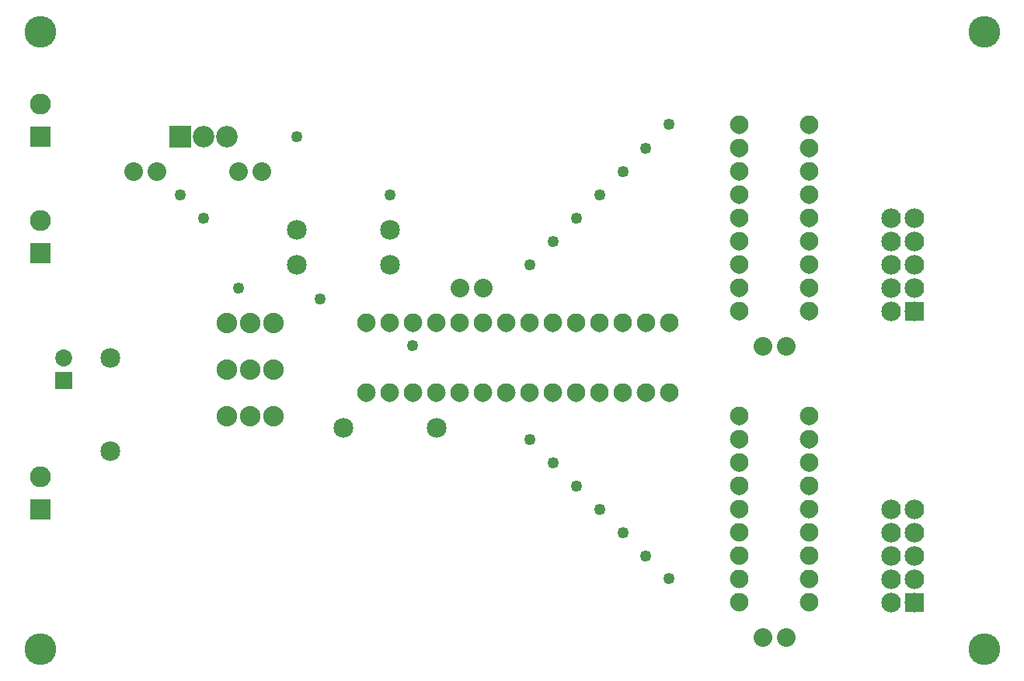
<source format=gts>
G04 MADE WITH FRITZING*
G04 WWW.FRITZING.ORG*
G04 DOUBLE SIDED*
G04 HOLES PLATED*
G04 CONTOUR ON CENTER OF CONTOUR VECTOR*
%ASAXBY*%
%FSLAX23Y23*%
%MOIN*%
%OFA0B0*%
%SFA1.0B1.0*%
%ADD10C,0.049370*%
%ADD11C,0.092000*%
%ADD12C,0.080000*%
%ADD13C,0.085000*%
%ADD14C,0.135984*%
%ADD15C,0.084000*%
%ADD16C,0.090000*%
%ADD17C,0.072992*%
%ADD18C,0.088000*%
%ADD19R,0.092000X0.092000*%
%ADD20R,0.084000X0.084000*%
%ADD21R,0.090000X0.090000*%
%ADD22R,0.072992X0.072992*%
%ADD23R,0.001000X0.001000*%
%LNMASK1*%
G90*
G70*
G54D10*
X2843Y426D03*
X2743Y521D03*
X2647Y622D03*
X2547Y722D03*
X2447Y822D03*
X2346Y923D03*
X2246Y1023D03*
X2843Y2374D03*
X2743Y2273D03*
X2647Y2173D03*
X2547Y2072D03*
X2447Y1972D03*
X2346Y1872D03*
X2246Y1771D03*
X1744Y1425D03*
G54D11*
X745Y2323D03*
X845Y2323D03*
X945Y2323D03*
G54D12*
X995Y2173D03*
X1095Y2173D03*
G54D13*
X1645Y1773D03*
X1245Y1773D03*
X1645Y1923D03*
X1245Y1923D03*
G54D10*
X1347Y1626D03*
X997Y1672D03*
X1245Y2323D03*
X745Y2072D03*
X1645Y2072D03*
G54D12*
X545Y2173D03*
X645Y2173D03*
G54D14*
X145Y123D03*
X145Y2773D03*
X4195Y2773D03*
X4195Y123D03*
G54D12*
X2045Y1673D03*
X1945Y1673D03*
X3345Y173D03*
X3245Y173D03*
X3345Y1423D03*
X3245Y1423D03*
G54D15*
X3795Y1573D03*
X3795Y1673D03*
X3795Y1773D03*
X3795Y1873D03*
X3795Y1973D03*
X3895Y1573D03*
X3895Y1673D03*
X3895Y1773D03*
X3895Y1873D03*
X3895Y1973D03*
X3795Y323D03*
X3795Y423D03*
X3795Y523D03*
X3795Y623D03*
X3795Y723D03*
X3895Y323D03*
X3895Y423D03*
X3895Y523D03*
X3895Y623D03*
X3895Y723D03*
G54D16*
X145Y723D03*
X145Y861D03*
G54D13*
X445Y973D03*
X445Y1373D03*
G54D17*
X245Y1275D03*
X245Y1373D03*
G54D13*
X1445Y1073D03*
X1845Y1073D03*
G54D18*
X1145Y1523D03*
X1045Y1523D03*
X945Y1523D03*
X1145Y1123D03*
X1045Y1123D03*
X945Y1123D03*
X1145Y1323D03*
X1045Y1323D03*
X945Y1323D03*
G54D16*
X145Y1823D03*
X145Y1961D03*
X145Y2323D03*
X145Y2461D03*
G54D10*
X845Y1972D03*
G54D19*
X745Y2323D03*
G54D20*
X3895Y1573D03*
X3895Y323D03*
G54D21*
X145Y723D03*
G54D22*
X245Y1275D03*
G54D21*
X145Y1823D03*
X145Y2323D03*
G54D23*
X3138Y2413D02*
X3149Y2413D01*
X3438Y2413D02*
X3449Y2413D01*
X3134Y2412D02*
X3154Y2412D01*
X3434Y2412D02*
X3454Y2412D01*
X3131Y2411D02*
X3157Y2411D01*
X3430Y2411D02*
X3457Y2411D01*
X3128Y2410D02*
X3160Y2410D01*
X3428Y2410D02*
X3460Y2410D01*
X3126Y2409D02*
X3162Y2409D01*
X3426Y2409D02*
X3462Y2409D01*
X3124Y2408D02*
X3164Y2408D01*
X3424Y2408D02*
X3464Y2408D01*
X3123Y2407D02*
X3165Y2407D01*
X3423Y2407D02*
X3465Y2407D01*
X3121Y2406D02*
X3167Y2406D01*
X3421Y2406D02*
X3467Y2406D01*
X3120Y2405D02*
X3168Y2405D01*
X3420Y2405D02*
X3468Y2405D01*
X3119Y2404D02*
X3169Y2404D01*
X3419Y2404D02*
X3469Y2404D01*
X3117Y2403D02*
X3170Y2403D01*
X3417Y2403D02*
X3470Y2403D01*
X3116Y2402D02*
X3172Y2402D01*
X3416Y2402D02*
X3471Y2402D01*
X3115Y2401D02*
X3172Y2401D01*
X3415Y2401D02*
X3472Y2401D01*
X3115Y2400D02*
X3173Y2400D01*
X3414Y2400D02*
X3473Y2400D01*
X3114Y2399D02*
X3174Y2399D01*
X3414Y2399D02*
X3474Y2399D01*
X3113Y2398D02*
X3175Y2398D01*
X3413Y2398D02*
X3475Y2398D01*
X3112Y2397D02*
X3176Y2397D01*
X3412Y2397D02*
X3476Y2397D01*
X3111Y2396D02*
X3176Y2396D01*
X3411Y2396D02*
X3476Y2396D01*
X3111Y2395D02*
X3177Y2395D01*
X3411Y2395D02*
X3477Y2395D01*
X3110Y2394D02*
X3178Y2394D01*
X3410Y2394D02*
X3478Y2394D01*
X3110Y2393D02*
X3178Y2393D01*
X3409Y2393D02*
X3478Y2393D01*
X3109Y2392D02*
X3179Y2392D01*
X3409Y2392D02*
X3479Y2392D01*
X3108Y2391D02*
X3179Y2391D01*
X3408Y2391D02*
X3479Y2391D01*
X3108Y2390D02*
X3180Y2390D01*
X3408Y2390D02*
X3480Y2390D01*
X3108Y2389D02*
X3180Y2389D01*
X3407Y2389D02*
X3480Y2389D01*
X3107Y2388D02*
X3181Y2388D01*
X3407Y2388D02*
X3481Y2388D01*
X3107Y2387D02*
X3181Y2387D01*
X3407Y2387D02*
X3481Y2387D01*
X3106Y2386D02*
X3181Y2386D01*
X3406Y2386D02*
X3481Y2386D01*
X3106Y2385D02*
X3182Y2385D01*
X3406Y2385D02*
X3482Y2385D01*
X3106Y2384D02*
X3182Y2384D01*
X3406Y2384D02*
X3482Y2384D01*
X3106Y2383D02*
X3182Y2383D01*
X3406Y2383D02*
X3482Y2383D01*
X3105Y2382D02*
X3182Y2382D01*
X3405Y2382D02*
X3482Y2382D01*
X3105Y2381D02*
X3183Y2381D01*
X3405Y2381D02*
X3483Y2381D01*
X3105Y2380D02*
X3183Y2380D01*
X3405Y2380D02*
X3483Y2380D01*
X3105Y2379D02*
X3183Y2379D01*
X3405Y2379D02*
X3483Y2379D01*
X3105Y2378D02*
X3183Y2378D01*
X3405Y2378D02*
X3483Y2378D01*
X3105Y2377D02*
X3183Y2377D01*
X3405Y2377D02*
X3483Y2377D01*
X3105Y2376D02*
X3183Y2376D01*
X3405Y2376D02*
X3483Y2376D01*
X3105Y2375D02*
X3183Y2375D01*
X3404Y2375D02*
X3483Y2375D01*
X3104Y2374D02*
X3183Y2374D01*
X3404Y2374D02*
X3483Y2374D01*
X3104Y2373D02*
X3183Y2373D01*
X3404Y2373D02*
X3483Y2373D01*
X3105Y2372D02*
X3183Y2372D01*
X3404Y2372D02*
X3483Y2372D01*
X3105Y2371D02*
X3183Y2371D01*
X3405Y2371D02*
X3483Y2371D01*
X3105Y2370D02*
X3183Y2370D01*
X3405Y2370D02*
X3483Y2370D01*
X3105Y2369D02*
X3183Y2369D01*
X3405Y2369D02*
X3483Y2369D01*
X3105Y2368D02*
X3183Y2368D01*
X3405Y2368D02*
X3483Y2368D01*
X3105Y2367D02*
X3183Y2367D01*
X3405Y2367D02*
X3483Y2367D01*
X3105Y2366D02*
X3183Y2366D01*
X3405Y2366D02*
X3483Y2366D01*
X3105Y2365D02*
X3182Y2365D01*
X3405Y2365D02*
X3482Y2365D01*
X3106Y2364D02*
X3182Y2364D01*
X3406Y2364D02*
X3482Y2364D01*
X3106Y2363D02*
X3182Y2363D01*
X3406Y2363D02*
X3482Y2363D01*
X3106Y2362D02*
X3182Y2362D01*
X3406Y2362D02*
X3482Y2362D01*
X3106Y2361D02*
X3181Y2361D01*
X3406Y2361D02*
X3481Y2361D01*
X3107Y2360D02*
X3181Y2360D01*
X3407Y2360D02*
X3481Y2360D01*
X3107Y2359D02*
X3181Y2359D01*
X3407Y2359D02*
X3481Y2359D01*
X3108Y2358D02*
X3180Y2358D01*
X3408Y2358D02*
X3480Y2358D01*
X3108Y2357D02*
X3180Y2357D01*
X3408Y2357D02*
X3480Y2357D01*
X3109Y2356D02*
X3179Y2356D01*
X3409Y2356D02*
X3479Y2356D01*
X3109Y2355D02*
X3179Y2355D01*
X3409Y2355D02*
X3479Y2355D01*
X3110Y2354D02*
X3178Y2354D01*
X3410Y2354D02*
X3478Y2354D01*
X3110Y2353D02*
X3178Y2353D01*
X3410Y2353D02*
X3478Y2353D01*
X3111Y2352D02*
X3177Y2352D01*
X3411Y2352D02*
X3477Y2352D01*
X3111Y2351D02*
X3176Y2351D01*
X3411Y2351D02*
X3476Y2351D01*
X3112Y2350D02*
X3176Y2350D01*
X3412Y2350D02*
X3476Y2350D01*
X3113Y2349D02*
X3175Y2349D01*
X3413Y2349D02*
X3475Y2349D01*
X3114Y2348D02*
X3174Y2348D01*
X3414Y2348D02*
X3474Y2348D01*
X3115Y2347D02*
X3173Y2347D01*
X3415Y2347D02*
X3473Y2347D01*
X3115Y2346D02*
X3172Y2346D01*
X3415Y2346D02*
X3472Y2346D01*
X3116Y2345D02*
X3171Y2345D01*
X3416Y2345D02*
X3471Y2345D01*
X3118Y2344D02*
X3170Y2344D01*
X3418Y2344D02*
X3470Y2344D01*
X3119Y2343D02*
X3169Y2343D01*
X3419Y2343D02*
X3469Y2343D01*
X3120Y2342D02*
X3168Y2342D01*
X3420Y2342D02*
X3468Y2342D01*
X3121Y2341D02*
X3166Y2341D01*
X3421Y2341D02*
X3466Y2341D01*
X3123Y2340D02*
X3165Y2340D01*
X3423Y2340D02*
X3465Y2340D01*
X3124Y2339D02*
X3163Y2339D01*
X3424Y2339D02*
X3463Y2339D01*
X3126Y2338D02*
X3162Y2338D01*
X3426Y2338D02*
X3462Y2338D01*
X3128Y2337D02*
X3160Y2337D01*
X3428Y2337D02*
X3460Y2337D01*
X3131Y2336D02*
X3157Y2336D01*
X3431Y2336D02*
X3457Y2336D01*
X3134Y2335D02*
X3154Y2335D01*
X3434Y2335D02*
X3454Y2335D01*
X3139Y2334D02*
X3149Y2334D01*
X3439Y2334D02*
X3449Y2334D01*
X3138Y2313D02*
X3149Y2313D01*
X3438Y2313D02*
X3449Y2313D01*
X3134Y2312D02*
X3154Y2312D01*
X3434Y2312D02*
X3454Y2312D01*
X3130Y2311D02*
X3157Y2311D01*
X3430Y2311D02*
X3457Y2311D01*
X3128Y2310D02*
X3160Y2310D01*
X3428Y2310D02*
X3460Y2310D01*
X3126Y2309D02*
X3162Y2309D01*
X3426Y2309D02*
X3462Y2309D01*
X3124Y2308D02*
X3164Y2308D01*
X3424Y2308D02*
X3464Y2308D01*
X3123Y2307D02*
X3165Y2307D01*
X3423Y2307D02*
X3465Y2307D01*
X3121Y2306D02*
X3167Y2306D01*
X3421Y2306D02*
X3467Y2306D01*
X3120Y2305D02*
X3168Y2305D01*
X3420Y2305D02*
X3468Y2305D01*
X3119Y2304D02*
X3169Y2304D01*
X3418Y2304D02*
X3469Y2304D01*
X3117Y2303D02*
X3170Y2303D01*
X3417Y2303D02*
X3470Y2303D01*
X3116Y2302D02*
X3172Y2302D01*
X3416Y2302D02*
X3471Y2302D01*
X3115Y2301D02*
X3172Y2301D01*
X3415Y2301D02*
X3472Y2301D01*
X3114Y2300D02*
X3173Y2300D01*
X3414Y2300D02*
X3473Y2300D01*
X3114Y2299D02*
X3174Y2299D01*
X3414Y2299D02*
X3474Y2299D01*
X3113Y2298D02*
X3175Y2298D01*
X3413Y2298D02*
X3475Y2298D01*
X3112Y2297D02*
X3176Y2297D01*
X3412Y2297D02*
X3476Y2297D01*
X3111Y2296D02*
X3176Y2296D01*
X3411Y2296D02*
X3476Y2296D01*
X3111Y2295D02*
X3177Y2295D01*
X3411Y2295D02*
X3477Y2295D01*
X3110Y2294D02*
X3178Y2294D01*
X3410Y2294D02*
X3478Y2294D01*
X3110Y2293D02*
X3178Y2293D01*
X3409Y2293D02*
X3478Y2293D01*
X3109Y2292D02*
X3179Y2292D01*
X3409Y2292D02*
X3479Y2292D01*
X3108Y2291D02*
X3179Y2291D01*
X3408Y2291D02*
X3479Y2291D01*
X3108Y2290D02*
X3180Y2290D01*
X3408Y2290D02*
X3480Y2290D01*
X3108Y2289D02*
X3180Y2289D01*
X3407Y2289D02*
X3480Y2289D01*
X3107Y2288D02*
X3181Y2288D01*
X3407Y2288D02*
X3481Y2288D01*
X3107Y2287D02*
X3181Y2287D01*
X3407Y2287D02*
X3481Y2287D01*
X3106Y2286D02*
X3181Y2286D01*
X3406Y2286D02*
X3481Y2286D01*
X3106Y2285D02*
X3182Y2285D01*
X3406Y2285D02*
X3482Y2285D01*
X3106Y2284D02*
X3182Y2284D01*
X3406Y2284D02*
X3482Y2284D01*
X3106Y2283D02*
X3182Y2283D01*
X3406Y2283D02*
X3482Y2283D01*
X3105Y2282D02*
X3182Y2282D01*
X3405Y2282D02*
X3482Y2282D01*
X3105Y2281D02*
X3183Y2281D01*
X3405Y2281D02*
X3483Y2281D01*
X3105Y2280D02*
X3183Y2280D01*
X3405Y2280D02*
X3483Y2280D01*
X3105Y2279D02*
X3183Y2279D01*
X3405Y2279D02*
X3483Y2279D01*
X3105Y2278D02*
X3183Y2278D01*
X3405Y2278D02*
X3483Y2278D01*
X3105Y2277D02*
X3183Y2277D01*
X3405Y2277D02*
X3483Y2277D01*
X3105Y2276D02*
X3183Y2276D01*
X3405Y2276D02*
X3483Y2276D01*
X3105Y2275D02*
X3183Y2275D01*
X3404Y2275D02*
X3483Y2275D01*
X3104Y2274D02*
X3183Y2274D01*
X3404Y2274D02*
X3483Y2274D01*
X3104Y2273D02*
X3183Y2273D01*
X3404Y2273D02*
X3483Y2273D01*
X3105Y2272D02*
X3183Y2272D01*
X3404Y2272D02*
X3483Y2272D01*
X3105Y2271D02*
X3183Y2271D01*
X3405Y2271D02*
X3483Y2271D01*
X3105Y2270D02*
X3183Y2270D01*
X3405Y2270D02*
X3483Y2270D01*
X3105Y2269D02*
X3183Y2269D01*
X3405Y2269D02*
X3483Y2269D01*
X3105Y2268D02*
X3183Y2268D01*
X3405Y2268D02*
X3483Y2268D01*
X3105Y2267D02*
X3183Y2267D01*
X3405Y2267D02*
X3483Y2267D01*
X3105Y2266D02*
X3183Y2266D01*
X3405Y2266D02*
X3483Y2266D01*
X3105Y2265D02*
X3182Y2265D01*
X3405Y2265D02*
X3482Y2265D01*
X3106Y2264D02*
X3182Y2264D01*
X3406Y2264D02*
X3482Y2264D01*
X3106Y2263D02*
X3182Y2263D01*
X3406Y2263D02*
X3482Y2263D01*
X3106Y2262D02*
X3182Y2262D01*
X3406Y2262D02*
X3482Y2262D01*
X3107Y2261D02*
X3181Y2261D01*
X3406Y2261D02*
X3481Y2261D01*
X3107Y2260D02*
X3181Y2260D01*
X3407Y2260D02*
X3481Y2260D01*
X3107Y2259D02*
X3181Y2259D01*
X3407Y2259D02*
X3481Y2259D01*
X3108Y2258D02*
X3180Y2258D01*
X3408Y2258D02*
X3480Y2258D01*
X3108Y2257D02*
X3180Y2257D01*
X3408Y2257D02*
X3480Y2257D01*
X3109Y2256D02*
X3179Y2256D01*
X3409Y2256D02*
X3479Y2256D01*
X3109Y2255D02*
X3179Y2255D01*
X3409Y2255D02*
X3479Y2255D01*
X3110Y2254D02*
X3178Y2254D01*
X3410Y2254D02*
X3478Y2254D01*
X3110Y2253D02*
X3178Y2253D01*
X3410Y2253D02*
X3478Y2253D01*
X3111Y2252D02*
X3177Y2252D01*
X3411Y2252D02*
X3477Y2252D01*
X3112Y2251D02*
X3176Y2251D01*
X3411Y2251D02*
X3476Y2251D01*
X3112Y2250D02*
X3176Y2250D01*
X3412Y2250D02*
X3476Y2250D01*
X3113Y2249D02*
X3175Y2249D01*
X3413Y2249D02*
X3475Y2249D01*
X3114Y2248D02*
X3174Y2248D01*
X3414Y2248D02*
X3474Y2248D01*
X3115Y2247D02*
X3173Y2247D01*
X3415Y2247D02*
X3473Y2247D01*
X3116Y2246D02*
X3172Y2246D01*
X3415Y2246D02*
X3472Y2246D01*
X3116Y2245D02*
X3171Y2245D01*
X3416Y2245D02*
X3471Y2245D01*
X3118Y2244D02*
X3170Y2244D01*
X3418Y2244D02*
X3470Y2244D01*
X3119Y2243D02*
X3169Y2243D01*
X3419Y2243D02*
X3469Y2243D01*
X3120Y2242D02*
X3168Y2242D01*
X3420Y2242D02*
X3468Y2242D01*
X3121Y2241D02*
X3166Y2241D01*
X3421Y2241D02*
X3466Y2241D01*
X3123Y2240D02*
X3165Y2240D01*
X3423Y2240D02*
X3465Y2240D01*
X3124Y2239D02*
X3163Y2239D01*
X3424Y2239D02*
X3463Y2239D01*
X3126Y2238D02*
X3162Y2238D01*
X3426Y2238D02*
X3462Y2238D01*
X3128Y2237D02*
X3160Y2237D01*
X3428Y2237D02*
X3460Y2237D01*
X3131Y2236D02*
X3157Y2236D01*
X3431Y2236D02*
X3457Y2236D01*
X3134Y2235D02*
X3154Y2235D01*
X3434Y2235D02*
X3454Y2235D01*
X3139Y2234D02*
X3149Y2234D01*
X3439Y2234D02*
X3449Y2234D01*
X3138Y2213D02*
X3150Y2213D01*
X3438Y2213D02*
X3450Y2213D01*
X3134Y2212D02*
X3154Y2212D01*
X3434Y2212D02*
X3454Y2212D01*
X3130Y2211D02*
X3157Y2211D01*
X3430Y2211D02*
X3457Y2211D01*
X3128Y2210D02*
X3160Y2210D01*
X3428Y2210D02*
X3460Y2210D01*
X3126Y2209D02*
X3162Y2209D01*
X3426Y2209D02*
X3462Y2209D01*
X3124Y2208D02*
X3164Y2208D01*
X3424Y2208D02*
X3464Y2208D01*
X3123Y2207D02*
X3165Y2207D01*
X3423Y2207D02*
X3465Y2207D01*
X3121Y2206D02*
X3167Y2206D01*
X3421Y2206D02*
X3467Y2206D01*
X3120Y2205D02*
X3168Y2205D01*
X3420Y2205D02*
X3468Y2205D01*
X3119Y2204D02*
X3169Y2204D01*
X3418Y2204D02*
X3469Y2204D01*
X3117Y2203D02*
X3170Y2203D01*
X3417Y2203D02*
X3470Y2203D01*
X3116Y2202D02*
X3172Y2202D01*
X3416Y2202D02*
X3471Y2202D01*
X3115Y2201D02*
X3172Y2201D01*
X3415Y2201D02*
X3472Y2201D01*
X3114Y2200D02*
X3173Y2200D01*
X3414Y2200D02*
X3473Y2200D01*
X3114Y2199D02*
X3174Y2199D01*
X3414Y2199D02*
X3474Y2199D01*
X3113Y2198D02*
X3175Y2198D01*
X3413Y2198D02*
X3475Y2198D01*
X3112Y2197D02*
X3176Y2197D01*
X3412Y2197D02*
X3476Y2197D01*
X3111Y2196D02*
X3176Y2196D01*
X3411Y2196D02*
X3476Y2196D01*
X3111Y2195D02*
X3177Y2195D01*
X3411Y2195D02*
X3477Y2195D01*
X3110Y2194D02*
X3178Y2194D01*
X3410Y2194D02*
X3478Y2194D01*
X3110Y2193D02*
X3178Y2193D01*
X3409Y2193D02*
X3478Y2193D01*
X3109Y2192D02*
X3179Y2192D01*
X3409Y2192D02*
X3479Y2192D01*
X3108Y2191D02*
X3179Y2191D01*
X3408Y2191D02*
X3479Y2191D01*
X3108Y2190D02*
X3180Y2190D01*
X3408Y2190D02*
X3480Y2190D01*
X3108Y2189D02*
X3180Y2189D01*
X3407Y2189D02*
X3480Y2189D01*
X3107Y2188D02*
X3181Y2188D01*
X3407Y2188D02*
X3481Y2188D01*
X3107Y2187D02*
X3181Y2187D01*
X3407Y2187D02*
X3481Y2187D01*
X3106Y2186D02*
X3181Y2186D01*
X3406Y2186D02*
X3481Y2186D01*
X3106Y2185D02*
X3182Y2185D01*
X3406Y2185D02*
X3482Y2185D01*
X3106Y2184D02*
X3182Y2184D01*
X3406Y2184D02*
X3482Y2184D01*
X3106Y2183D02*
X3182Y2183D01*
X3406Y2183D02*
X3482Y2183D01*
X3105Y2182D02*
X3182Y2182D01*
X3405Y2182D02*
X3482Y2182D01*
X3105Y2181D02*
X3183Y2181D01*
X3405Y2181D02*
X3483Y2181D01*
X3105Y2180D02*
X3183Y2180D01*
X3405Y2180D02*
X3483Y2180D01*
X3105Y2179D02*
X3183Y2179D01*
X3405Y2179D02*
X3483Y2179D01*
X3105Y2178D02*
X3183Y2178D01*
X3405Y2178D02*
X3483Y2178D01*
X3105Y2177D02*
X3183Y2177D01*
X3405Y2177D02*
X3483Y2177D01*
X3105Y2176D02*
X3183Y2176D01*
X3405Y2176D02*
X3483Y2176D01*
X3105Y2175D02*
X3183Y2175D01*
X3404Y2175D02*
X3483Y2175D01*
X3104Y2174D02*
X3183Y2174D01*
X3404Y2174D02*
X3483Y2174D01*
X3104Y2173D02*
X3183Y2173D01*
X3404Y2173D02*
X3483Y2173D01*
X3105Y2172D02*
X3183Y2172D01*
X3404Y2172D02*
X3483Y2172D01*
X3105Y2171D02*
X3183Y2171D01*
X3405Y2171D02*
X3483Y2171D01*
X3105Y2170D02*
X3183Y2170D01*
X3405Y2170D02*
X3483Y2170D01*
X3105Y2169D02*
X3183Y2169D01*
X3405Y2169D02*
X3483Y2169D01*
X3105Y2168D02*
X3183Y2168D01*
X3405Y2168D02*
X3483Y2168D01*
X3105Y2167D02*
X3183Y2167D01*
X3405Y2167D02*
X3483Y2167D01*
X3105Y2166D02*
X3183Y2166D01*
X3405Y2166D02*
X3483Y2166D01*
X3105Y2165D02*
X3182Y2165D01*
X3405Y2165D02*
X3482Y2165D01*
X3106Y2164D02*
X3182Y2164D01*
X3406Y2164D02*
X3482Y2164D01*
X3106Y2163D02*
X3182Y2163D01*
X3406Y2163D02*
X3482Y2163D01*
X3106Y2162D02*
X3182Y2162D01*
X3406Y2162D02*
X3482Y2162D01*
X3107Y2161D02*
X3181Y2161D01*
X3406Y2161D02*
X3481Y2161D01*
X3107Y2160D02*
X3181Y2160D01*
X3407Y2160D02*
X3481Y2160D01*
X3107Y2159D02*
X3181Y2159D01*
X3407Y2159D02*
X3481Y2159D01*
X3108Y2158D02*
X3180Y2158D01*
X3408Y2158D02*
X3480Y2158D01*
X3108Y2157D02*
X3180Y2157D01*
X3408Y2157D02*
X3480Y2157D01*
X3109Y2156D02*
X3179Y2156D01*
X3409Y2156D02*
X3479Y2156D01*
X3109Y2155D02*
X3179Y2155D01*
X3409Y2155D02*
X3479Y2155D01*
X3110Y2154D02*
X3178Y2154D01*
X3410Y2154D02*
X3478Y2154D01*
X3110Y2153D02*
X3178Y2153D01*
X3410Y2153D02*
X3478Y2153D01*
X3111Y2152D02*
X3177Y2152D01*
X3411Y2152D02*
X3477Y2152D01*
X3112Y2151D02*
X3176Y2151D01*
X3411Y2151D02*
X3476Y2151D01*
X3112Y2150D02*
X3176Y2150D01*
X3412Y2150D02*
X3476Y2150D01*
X3113Y2149D02*
X3175Y2149D01*
X3413Y2149D02*
X3475Y2149D01*
X3114Y2148D02*
X3174Y2148D01*
X3414Y2148D02*
X3474Y2148D01*
X3115Y2147D02*
X3173Y2147D01*
X3415Y2147D02*
X3473Y2147D01*
X3116Y2146D02*
X3172Y2146D01*
X3415Y2146D02*
X3472Y2146D01*
X3116Y2145D02*
X3171Y2145D01*
X3416Y2145D02*
X3471Y2145D01*
X3118Y2144D02*
X3170Y2144D01*
X3418Y2144D02*
X3470Y2144D01*
X3119Y2143D02*
X3169Y2143D01*
X3419Y2143D02*
X3469Y2143D01*
X3120Y2142D02*
X3168Y2142D01*
X3420Y2142D02*
X3468Y2142D01*
X3121Y2141D02*
X3166Y2141D01*
X3421Y2141D02*
X3466Y2141D01*
X3123Y2140D02*
X3165Y2140D01*
X3423Y2140D02*
X3465Y2140D01*
X3124Y2139D02*
X3163Y2139D01*
X3424Y2139D02*
X3463Y2139D01*
X3126Y2138D02*
X3162Y2138D01*
X3426Y2138D02*
X3462Y2138D01*
X3128Y2137D02*
X3160Y2137D01*
X3428Y2137D02*
X3459Y2137D01*
X3131Y2136D02*
X3157Y2136D01*
X3431Y2136D02*
X3457Y2136D01*
X3134Y2135D02*
X3154Y2135D01*
X3434Y2135D02*
X3453Y2135D01*
X3139Y2134D02*
X3148Y2134D01*
X3439Y2134D02*
X3448Y2134D01*
X3138Y2113D02*
X3150Y2113D01*
X3438Y2113D02*
X3450Y2113D01*
X3134Y2112D02*
X3154Y2112D01*
X3434Y2112D02*
X3454Y2112D01*
X3130Y2111D02*
X3157Y2111D01*
X3430Y2111D02*
X3457Y2111D01*
X3128Y2110D02*
X3160Y2110D01*
X3428Y2110D02*
X3460Y2110D01*
X3126Y2109D02*
X3162Y2109D01*
X3426Y2109D02*
X3462Y2109D01*
X3124Y2108D02*
X3164Y2108D01*
X3424Y2108D02*
X3464Y2108D01*
X3123Y2107D02*
X3165Y2107D01*
X3423Y2107D02*
X3465Y2107D01*
X3121Y2106D02*
X3167Y2106D01*
X3421Y2106D02*
X3467Y2106D01*
X3120Y2105D02*
X3168Y2105D01*
X3420Y2105D02*
X3468Y2105D01*
X3119Y2104D02*
X3169Y2104D01*
X3418Y2104D02*
X3469Y2104D01*
X3117Y2103D02*
X3170Y2103D01*
X3417Y2103D02*
X3470Y2103D01*
X3116Y2102D02*
X3172Y2102D01*
X3416Y2102D02*
X3472Y2102D01*
X3115Y2101D02*
X3172Y2101D01*
X3415Y2101D02*
X3472Y2101D01*
X3114Y2100D02*
X3173Y2100D01*
X3414Y2100D02*
X3473Y2100D01*
X3114Y2099D02*
X3174Y2099D01*
X3414Y2099D02*
X3474Y2099D01*
X3113Y2098D02*
X3175Y2098D01*
X3413Y2098D02*
X3475Y2098D01*
X3112Y2097D02*
X3176Y2097D01*
X3412Y2097D02*
X3476Y2097D01*
X3111Y2096D02*
X3176Y2096D01*
X3411Y2096D02*
X3476Y2096D01*
X3111Y2095D02*
X3177Y2095D01*
X3411Y2095D02*
X3477Y2095D01*
X3110Y2094D02*
X3178Y2094D01*
X3410Y2094D02*
X3478Y2094D01*
X3110Y2093D02*
X3178Y2093D01*
X3409Y2093D02*
X3478Y2093D01*
X3109Y2092D02*
X3179Y2092D01*
X3409Y2092D02*
X3479Y2092D01*
X3108Y2091D02*
X3179Y2091D01*
X3408Y2091D02*
X3479Y2091D01*
X3108Y2090D02*
X3180Y2090D01*
X3408Y2090D02*
X3480Y2090D01*
X3108Y2089D02*
X3180Y2089D01*
X3407Y2089D02*
X3480Y2089D01*
X3107Y2088D02*
X3181Y2088D01*
X3407Y2088D02*
X3481Y2088D01*
X3107Y2087D02*
X3181Y2087D01*
X3407Y2087D02*
X3481Y2087D01*
X3106Y2086D02*
X3181Y2086D01*
X3406Y2086D02*
X3481Y2086D01*
X3106Y2085D02*
X3182Y2085D01*
X3406Y2085D02*
X3482Y2085D01*
X3106Y2084D02*
X3182Y2084D01*
X3406Y2084D02*
X3482Y2084D01*
X3106Y2083D02*
X3182Y2083D01*
X3406Y2083D02*
X3482Y2083D01*
X3105Y2082D02*
X3182Y2082D01*
X3405Y2082D02*
X3482Y2082D01*
X3105Y2081D02*
X3183Y2081D01*
X3405Y2081D02*
X3483Y2081D01*
X3105Y2080D02*
X3183Y2080D01*
X3405Y2080D02*
X3483Y2080D01*
X3105Y2079D02*
X3183Y2079D01*
X3405Y2079D02*
X3483Y2079D01*
X3105Y2078D02*
X3183Y2078D01*
X3405Y2078D02*
X3483Y2078D01*
X3105Y2077D02*
X3183Y2077D01*
X3405Y2077D02*
X3483Y2077D01*
X3105Y2076D02*
X3183Y2076D01*
X3405Y2076D02*
X3483Y2076D01*
X3104Y2075D02*
X3183Y2075D01*
X3404Y2075D02*
X3483Y2075D01*
X3104Y2074D02*
X3183Y2074D01*
X3404Y2074D02*
X3483Y2074D01*
X3104Y2073D02*
X3183Y2073D01*
X3404Y2073D02*
X3483Y2073D01*
X3105Y2072D02*
X3183Y2072D01*
X3404Y2072D02*
X3483Y2072D01*
X3105Y2071D02*
X3183Y2071D01*
X3405Y2071D02*
X3483Y2071D01*
X3105Y2070D02*
X3183Y2070D01*
X3405Y2070D02*
X3483Y2070D01*
X3105Y2069D02*
X3183Y2069D01*
X3405Y2069D02*
X3483Y2069D01*
X3105Y2068D02*
X3183Y2068D01*
X3405Y2068D02*
X3483Y2068D01*
X3105Y2067D02*
X3183Y2067D01*
X3405Y2067D02*
X3483Y2067D01*
X3105Y2066D02*
X3183Y2066D01*
X3405Y2066D02*
X3483Y2066D01*
X3105Y2065D02*
X3182Y2065D01*
X3405Y2065D02*
X3482Y2065D01*
X3106Y2064D02*
X3182Y2064D01*
X3406Y2064D02*
X3482Y2064D01*
X3106Y2063D02*
X3182Y2063D01*
X3406Y2063D02*
X3482Y2063D01*
X3106Y2062D02*
X3182Y2062D01*
X3406Y2062D02*
X3482Y2062D01*
X3107Y2061D02*
X3181Y2061D01*
X3406Y2061D02*
X3481Y2061D01*
X3107Y2060D02*
X3181Y2060D01*
X3407Y2060D02*
X3481Y2060D01*
X3107Y2059D02*
X3181Y2059D01*
X3407Y2059D02*
X3481Y2059D01*
X3108Y2058D02*
X3180Y2058D01*
X3408Y2058D02*
X3480Y2058D01*
X3108Y2057D02*
X3180Y2057D01*
X3408Y2057D02*
X3480Y2057D01*
X3109Y2056D02*
X3179Y2056D01*
X3409Y2056D02*
X3479Y2056D01*
X3109Y2055D02*
X3179Y2055D01*
X3409Y2055D02*
X3479Y2055D01*
X3110Y2054D02*
X3178Y2054D01*
X3410Y2054D02*
X3478Y2054D01*
X3110Y2053D02*
X3178Y2053D01*
X3410Y2053D02*
X3478Y2053D01*
X3111Y2052D02*
X3177Y2052D01*
X3411Y2052D02*
X3477Y2052D01*
X3112Y2051D02*
X3176Y2051D01*
X3411Y2051D02*
X3476Y2051D01*
X3112Y2050D02*
X3176Y2050D01*
X3412Y2050D02*
X3476Y2050D01*
X3113Y2049D02*
X3175Y2049D01*
X3413Y2049D02*
X3475Y2049D01*
X3114Y2048D02*
X3174Y2048D01*
X3414Y2048D02*
X3474Y2048D01*
X3115Y2047D02*
X3173Y2047D01*
X3415Y2047D02*
X3473Y2047D01*
X3116Y2046D02*
X3172Y2046D01*
X3415Y2046D02*
X3472Y2046D01*
X3117Y2045D02*
X3171Y2045D01*
X3416Y2045D02*
X3471Y2045D01*
X3118Y2044D02*
X3170Y2044D01*
X3418Y2044D02*
X3470Y2044D01*
X3119Y2043D02*
X3169Y2043D01*
X3419Y2043D02*
X3469Y2043D01*
X3120Y2042D02*
X3168Y2042D01*
X3420Y2042D02*
X3468Y2042D01*
X3121Y2041D02*
X3166Y2041D01*
X3421Y2041D02*
X3466Y2041D01*
X3123Y2040D02*
X3165Y2040D01*
X3423Y2040D02*
X3465Y2040D01*
X3125Y2039D02*
X3163Y2039D01*
X3424Y2039D02*
X3463Y2039D01*
X3126Y2038D02*
X3162Y2038D01*
X3426Y2038D02*
X3461Y2038D01*
X3128Y2037D02*
X3159Y2037D01*
X3428Y2037D02*
X3459Y2037D01*
X3131Y2036D02*
X3157Y2036D01*
X3431Y2036D02*
X3457Y2036D01*
X3134Y2035D02*
X3153Y2035D01*
X3434Y2035D02*
X3453Y2035D01*
X3139Y2034D02*
X3148Y2034D01*
X3439Y2034D02*
X3448Y2034D01*
X3138Y2013D02*
X3150Y2013D01*
X3438Y2013D02*
X3450Y2013D01*
X3133Y2012D02*
X3154Y2012D01*
X3433Y2012D02*
X3454Y2012D01*
X3130Y2011D02*
X3157Y2011D01*
X3430Y2011D02*
X3457Y2011D01*
X3128Y2010D02*
X3160Y2010D01*
X3428Y2010D02*
X3460Y2010D01*
X3126Y2009D02*
X3162Y2009D01*
X3426Y2009D02*
X3462Y2009D01*
X3124Y2008D02*
X3164Y2008D01*
X3424Y2008D02*
X3464Y2008D01*
X3123Y2007D02*
X3165Y2007D01*
X3422Y2007D02*
X3465Y2007D01*
X3121Y2006D02*
X3167Y2006D01*
X3421Y2006D02*
X3467Y2006D01*
X3120Y2005D02*
X3168Y2005D01*
X3420Y2005D02*
X3468Y2005D01*
X3118Y2004D02*
X3169Y2004D01*
X3418Y2004D02*
X3469Y2004D01*
X3117Y2003D02*
X3170Y2003D01*
X3417Y2003D02*
X3470Y2003D01*
X3116Y2002D02*
X3172Y2002D01*
X3416Y2002D02*
X3472Y2002D01*
X3115Y2001D02*
X3172Y2001D01*
X3415Y2001D02*
X3472Y2001D01*
X3114Y2000D02*
X3173Y2000D01*
X3414Y2000D02*
X3473Y2000D01*
X3114Y1999D02*
X3174Y1999D01*
X3414Y1999D02*
X3474Y1999D01*
X3113Y1998D02*
X3175Y1998D01*
X3413Y1998D02*
X3475Y1998D01*
X3112Y1997D02*
X3176Y1997D01*
X3412Y1997D02*
X3476Y1997D01*
X3111Y1996D02*
X3176Y1996D01*
X3411Y1996D02*
X3476Y1996D01*
X3111Y1995D02*
X3177Y1995D01*
X3411Y1995D02*
X3477Y1995D01*
X3110Y1994D02*
X3178Y1994D01*
X3410Y1994D02*
X3478Y1994D01*
X3110Y1993D02*
X3178Y1993D01*
X3409Y1993D02*
X3478Y1993D01*
X3109Y1992D02*
X3179Y1992D01*
X3409Y1992D02*
X3479Y1992D01*
X3108Y1991D02*
X3179Y1991D01*
X3408Y1991D02*
X3479Y1991D01*
X3108Y1990D02*
X3180Y1990D01*
X3408Y1990D02*
X3480Y1990D01*
X3108Y1989D02*
X3180Y1989D01*
X3407Y1989D02*
X3480Y1989D01*
X3107Y1988D02*
X3181Y1988D01*
X3407Y1988D02*
X3481Y1988D01*
X3107Y1987D02*
X3181Y1987D01*
X3407Y1987D02*
X3481Y1987D01*
X3106Y1986D02*
X3181Y1986D01*
X3406Y1986D02*
X3481Y1986D01*
X3106Y1985D02*
X3182Y1985D01*
X3406Y1985D02*
X3482Y1985D01*
X3106Y1984D02*
X3182Y1984D01*
X3406Y1984D02*
X3482Y1984D01*
X3106Y1983D02*
X3182Y1983D01*
X3406Y1983D02*
X3482Y1983D01*
X3105Y1982D02*
X3182Y1982D01*
X3405Y1982D02*
X3482Y1982D01*
X3105Y1981D02*
X3183Y1981D01*
X3405Y1981D02*
X3483Y1981D01*
X3105Y1980D02*
X3183Y1980D01*
X3405Y1980D02*
X3483Y1980D01*
X3105Y1979D02*
X3183Y1979D01*
X3405Y1979D02*
X3483Y1979D01*
X3105Y1978D02*
X3183Y1978D01*
X3405Y1978D02*
X3483Y1978D01*
X3105Y1977D02*
X3183Y1977D01*
X3405Y1977D02*
X3483Y1977D01*
X3105Y1976D02*
X3183Y1976D01*
X3405Y1976D02*
X3483Y1976D01*
X3104Y1975D02*
X3183Y1975D01*
X3404Y1975D02*
X3483Y1975D01*
X3104Y1974D02*
X3183Y1974D01*
X3404Y1974D02*
X3483Y1974D01*
X3104Y1973D02*
X3183Y1973D01*
X3404Y1973D02*
X3483Y1973D01*
X3105Y1972D02*
X3183Y1972D01*
X3404Y1972D02*
X3483Y1972D01*
X3105Y1971D02*
X3183Y1971D01*
X3405Y1971D02*
X3483Y1971D01*
X3105Y1970D02*
X3183Y1970D01*
X3405Y1970D02*
X3483Y1970D01*
X3105Y1969D02*
X3183Y1969D01*
X3405Y1969D02*
X3483Y1969D01*
X3105Y1968D02*
X3183Y1968D01*
X3405Y1968D02*
X3483Y1968D01*
X3105Y1967D02*
X3183Y1967D01*
X3405Y1967D02*
X3483Y1967D01*
X3105Y1966D02*
X3183Y1966D01*
X3405Y1966D02*
X3483Y1966D01*
X3105Y1965D02*
X3182Y1965D01*
X3405Y1965D02*
X3482Y1965D01*
X3106Y1964D02*
X3182Y1964D01*
X3406Y1964D02*
X3482Y1964D01*
X3106Y1963D02*
X3182Y1963D01*
X3406Y1963D02*
X3482Y1963D01*
X3106Y1962D02*
X3182Y1962D01*
X3406Y1962D02*
X3482Y1962D01*
X3107Y1961D02*
X3181Y1961D01*
X3406Y1961D02*
X3481Y1961D01*
X3107Y1960D02*
X3181Y1960D01*
X3407Y1960D02*
X3481Y1960D01*
X3107Y1959D02*
X3181Y1959D01*
X3407Y1959D02*
X3481Y1959D01*
X3108Y1958D02*
X3180Y1958D01*
X3408Y1958D02*
X3480Y1958D01*
X3108Y1957D02*
X3180Y1957D01*
X3408Y1957D02*
X3480Y1957D01*
X3109Y1956D02*
X3179Y1956D01*
X3409Y1956D02*
X3479Y1956D01*
X3109Y1955D02*
X3179Y1955D01*
X3409Y1955D02*
X3479Y1955D01*
X3110Y1954D02*
X3178Y1954D01*
X3410Y1954D02*
X3478Y1954D01*
X3110Y1953D02*
X3178Y1953D01*
X3410Y1953D02*
X3478Y1953D01*
X3111Y1952D02*
X3177Y1952D01*
X3411Y1952D02*
X3477Y1952D01*
X3112Y1951D02*
X3176Y1951D01*
X3411Y1951D02*
X3476Y1951D01*
X3112Y1950D02*
X3176Y1950D01*
X3412Y1950D02*
X3476Y1950D01*
X3113Y1949D02*
X3175Y1949D01*
X3413Y1949D02*
X3475Y1949D01*
X3114Y1948D02*
X3174Y1948D01*
X3414Y1948D02*
X3474Y1948D01*
X3115Y1947D02*
X3173Y1947D01*
X3415Y1947D02*
X3473Y1947D01*
X3116Y1946D02*
X3172Y1946D01*
X3416Y1946D02*
X3472Y1946D01*
X3117Y1945D02*
X3171Y1945D01*
X3416Y1945D02*
X3471Y1945D01*
X3118Y1944D02*
X3170Y1944D01*
X3418Y1944D02*
X3470Y1944D01*
X3119Y1943D02*
X3169Y1943D01*
X3419Y1943D02*
X3469Y1943D01*
X3120Y1942D02*
X3168Y1942D01*
X3420Y1942D02*
X3468Y1942D01*
X3121Y1941D02*
X3166Y1941D01*
X3421Y1941D02*
X3466Y1941D01*
X3123Y1940D02*
X3165Y1940D01*
X3423Y1940D02*
X3465Y1940D01*
X3125Y1939D02*
X3163Y1939D01*
X3425Y1939D02*
X3463Y1939D01*
X3126Y1938D02*
X3161Y1938D01*
X3426Y1938D02*
X3461Y1938D01*
X3128Y1937D02*
X3159Y1937D01*
X3428Y1937D02*
X3459Y1937D01*
X3131Y1936D02*
X3157Y1936D01*
X3431Y1936D02*
X3457Y1936D01*
X3134Y1935D02*
X3153Y1935D01*
X3434Y1935D02*
X3453Y1935D01*
X3140Y1934D02*
X3148Y1934D01*
X3440Y1934D02*
X3448Y1934D01*
X3138Y1913D02*
X3150Y1913D01*
X3438Y1913D02*
X3450Y1913D01*
X3133Y1912D02*
X3154Y1912D01*
X3433Y1912D02*
X3454Y1912D01*
X3130Y1911D02*
X3158Y1911D01*
X3430Y1911D02*
X3457Y1911D01*
X3128Y1910D02*
X3160Y1910D01*
X3428Y1910D02*
X3460Y1910D01*
X3126Y1909D02*
X3162Y1909D01*
X3426Y1909D02*
X3462Y1909D01*
X3124Y1908D02*
X3164Y1908D01*
X3424Y1908D02*
X3464Y1908D01*
X3123Y1907D02*
X3165Y1907D01*
X3422Y1907D02*
X3465Y1907D01*
X3121Y1906D02*
X3167Y1906D01*
X3421Y1906D02*
X3467Y1906D01*
X3120Y1905D02*
X3168Y1905D01*
X3420Y1905D02*
X3468Y1905D01*
X3118Y1904D02*
X3169Y1904D01*
X3418Y1904D02*
X3469Y1904D01*
X3117Y1903D02*
X3170Y1903D01*
X3417Y1903D02*
X3470Y1903D01*
X3116Y1902D02*
X3172Y1902D01*
X3416Y1902D02*
X3472Y1902D01*
X3115Y1901D02*
X3173Y1901D01*
X3415Y1901D02*
X3472Y1901D01*
X3114Y1900D02*
X3173Y1900D01*
X3414Y1900D02*
X3473Y1900D01*
X3114Y1899D02*
X3174Y1899D01*
X3414Y1899D02*
X3474Y1899D01*
X3113Y1898D02*
X3175Y1898D01*
X3413Y1898D02*
X3475Y1898D01*
X3112Y1897D02*
X3176Y1897D01*
X3412Y1897D02*
X3476Y1897D01*
X3111Y1896D02*
X3176Y1896D01*
X3411Y1896D02*
X3476Y1896D01*
X3111Y1895D02*
X3177Y1895D01*
X3411Y1895D02*
X3477Y1895D01*
X3110Y1894D02*
X3178Y1894D01*
X3410Y1894D02*
X3478Y1894D01*
X3109Y1893D02*
X3178Y1893D01*
X3409Y1893D02*
X3478Y1893D01*
X3109Y1892D02*
X3179Y1892D01*
X3409Y1892D02*
X3479Y1892D01*
X3108Y1891D02*
X3179Y1891D01*
X3408Y1891D02*
X3479Y1891D01*
X3108Y1890D02*
X3180Y1890D01*
X3408Y1890D02*
X3480Y1890D01*
X3108Y1889D02*
X3180Y1889D01*
X3407Y1889D02*
X3480Y1889D01*
X3107Y1888D02*
X3181Y1888D01*
X3407Y1888D02*
X3481Y1888D01*
X3107Y1887D02*
X3181Y1887D01*
X3407Y1887D02*
X3481Y1887D01*
X3106Y1886D02*
X3181Y1886D01*
X3406Y1886D02*
X3481Y1886D01*
X3106Y1885D02*
X3182Y1885D01*
X3406Y1885D02*
X3482Y1885D01*
X3106Y1884D02*
X3182Y1884D01*
X3406Y1884D02*
X3482Y1884D01*
X3106Y1883D02*
X3182Y1883D01*
X3406Y1883D02*
X3482Y1883D01*
X3105Y1882D02*
X3182Y1882D01*
X3405Y1882D02*
X3482Y1882D01*
X3105Y1881D02*
X3183Y1881D01*
X3405Y1881D02*
X3483Y1881D01*
X3105Y1880D02*
X3183Y1880D01*
X3405Y1880D02*
X3483Y1880D01*
X3105Y1879D02*
X3183Y1879D01*
X3405Y1879D02*
X3483Y1879D01*
X3105Y1878D02*
X3183Y1878D01*
X3405Y1878D02*
X3483Y1878D01*
X3105Y1877D02*
X3183Y1877D01*
X3405Y1877D02*
X3483Y1877D01*
X3105Y1876D02*
X3183Y1876D01*
X3405Y1876D02*
X3483Y1876D01*
X3104Y1875D02*
X3183Y1875D01*
X3404Y1875D02*
X3483Y1875D01*
X3104Y1874D02*
X3183Y1874D01*
X3404Y1874D02*
X3483Y1874D01*
X3104Y1873D02*
X3183Y1873D01*
X3404Y1873D02*
X3483Y1873D01*
X3105Y1872D02*
X3183Y1872D01*
X3404Y1872D02*
X3483Y1872D01*
X3105Y1871D02*
X3183Y1871D01*
X3405Y1871D02*
X3483Y1871D01*
X3105Y1870D02*
X3183Y1870D01*
X3405Y1870D02*
X3483Y1870D01*
X3105Y1869D02*
X3183Y1869D01*
X3405Y1869D02*
X3483Y1869D01*
X3105Y1868D02*
X3183Y1868D01*
X3405Y1868D02*
X3483Y1868D01*
X3105Y1867D02*
X3183Y1867D01*
X3405Y1867D02*
X3483Y1867D01*
X3105Y1866D02*
X3183Y1866D01*
X3405Y1866D02*
X3483Y1866D01*
X3105Y1865D02*
X3182Y1865D01*
X3405Y1865D02*
X3482Y1865D01*
X3106Y1864D02*
X3182Y1864D01*
X3406Y1864D02*
X3482Y1864D01*
X3106Y1863D02*
X3182Y1863D01*
X3406Y1863D02*
X3482Y1863D01*
X3106Y1862D02*
X3182Y1862D01*
X3406Y1862D02*
X3482Y1862D01*
X3107Y1861D02*
X3181Y1861D01*
X3406Y1861D02*
X3481Y1861D01*
X3107Y1860D02*
X3181Y1860D01*
X3407Y1860D02*
X3481Y1860D01*
X3107Y1859D02*
X3181Y1859D01*
X3407Y1859D02*
X3481Y1859D01*
X3108Y1858D02*
X3180Y1858D01*
X3408Y1858D02*
X3480Y1858D01*
X3108Y1857D02*
X3180Y1857D01*
X3408Y1857D02*
X3480Y1857D01*
X3109Y1856D02*
X3179Y1856D01*
X3409Y1856D02*
X3479Y1856D01*
X3109Y1855D02*
X3179Y1855D01*
X3409Y1855D02*
X3479Y1855D01*
X3110Y1854D02*
X3178Y1854D01*
X3410Y1854D02*
X3478Y1854D01*
X3110Y1853D02*
X3178Y1853D01*
X3410Y1853D02*
X3478Y1853D01*
X3111Y1852D02*
X3177Y1852D01*
X3411Y1852D02*
X3477Y1852D01*
X3112Y1851D02*
X3176Y1851D01*
X3411Y1851D02*
X3476Y1851D01*
X3112Y1850D02*
X3176Y1850D01*
X3412Y1850D02*
X3476Y1850D01*
X3113Y1849D02*
X3175Y1849D01*
X3413Y1849D02*
X3475Y1849D01*
X3114Y1848D02*
X3174Y1848D01*
X3414Y1848D02*
X3474Y1848D01*
X3115Y1847D02*
X3173Y1847D01*
X3415Y1847D02*
X3473Y1847D01*
X3116Y1846D02*
X3172Y1846D01*
X3416Y1846D02*
X3472Y1846D01*
X3117Y1845D02*
X3171Y1845D01*
X3416Y1845D02*
X3471Y1845D01*
X3118Y1844D02*
X3170Y1844D01*
X3418Y1844D02*
X3470Y1844D01*
X3119Y1843D02*
X3169Y1843D01*
X3419Y1843D02*
X3469Y1843D01*
X3120Y1842D02*
X3168Y1842D01*
X3420Y1842D02*
X3468Y1842D01*
X3121Y1841D02*
X3166Y1841D01*
X3421Y1841D02*
X3466Y1841D01*
X3123Y1840D02*
X3165Y1840D01*
X3423Y1840D02*
X3465Y1840D01*
X3125Y1839D02*
X3163Y1839D01*
X3425Y1839D02*
X3463Y1839D01*
X3126Y1838D02*
X3161Y1838D01*
X3426Y1838D02*
X3461Y1838D01*
X3128Y1837D02*
X3159Y1837D01*
X3428Y1837D02*
X3459Y1837D01*
X3131Y1836D02*
X3157Y1836D01*
X3431Y1836D02*
X3457Y1836D01*
X3134Y1835D02*
X3153Y1835D01*
X3434Y1835D02*
X3453Y1835D01*
X3140Y1834D02*
X3148Y1834D01*
X3440Y1834D02*
X3448Y1834D01*
X3138Y1813D02*
X3150Y1813D01*
X3438Y1813D02*
X3450Y1813D01*
X3133Y1812D02*
X3154Y1812D01*
X3433Y1812D02*
X3454Y1812D01*
X3130Y1811D02*
X3158Y1811D01*
X3430Y1811D02*
X3458Y1811D01*
X3128Y1810D02*
X3160Y1810D01*
X3428Y1810D02*
X3460Y1810D01*
X3126Y1809D02*
X3162Y1809D01*
X3426Y1809D02*
X3462Y1809D01*
X3124Y1808D02*
X3164Y1808D01*
X3424Y1808D02*
X3464Y1808D01*
X3122Y1807D02*
X3165Y1807D01*
X3422Y1807D02*
X3465Y1807D01*
X3121Y1806D02*
X3167Y1806D01*
X3421Y1806D02*
X3467Y1806D01*
X3120Y1805D02*
X3168Y1805D01*
X3420Y1805D02*
X3468Y1805D01*
X3118Y1804D02*
X3169Y1804D01*
X3418Y1804D02*
X3469Y1804D01*
X3117Y1803D02*
X3171Y1803D01*
X3417Y1803D02*
X3470Y1803D01*
X3116Y1802D02*
X3172Y1802D01*
X3416Y1802D02*
X3472Y1802D01*
X3115Y1801D02*
X3173Y1801D01*
X3415Y1801D02*
X3472Y1801D01*
X3114Y1800D02*
X3173Y1800D01*
X3414Y1800D02*
X3473Y1800D01*
X3114Y1799D02*
X3174Y1799D01*
X3414Y1799D02*
X3474Y1799D01*
X3113Y1798D02*
X3175Y1798D01*
X3413Y1798D02*
X3475Y1798D01*
X3112Y1797D02*
X3176Y1797D01*
X3412Y1797D02*
X3476Y1797D01*
X3111Y1796D02*
X3176Y1796D01*
X3411Y1796D02*
X3476Y1796D01*
X3111Y1795D02*
X3177Y1795D01*
X3411Y1795D02*
X3477Y1795D01*
X3110Y1794D02*
X3178Y1794D01*
X3410Y1794D02*
X3478Y1794D01*
X3109Y1793D02*
X3178Y1793D01*
X3409Y1793D02*
X3478Y1793D01*
X3109Y1792D02*
X3179Y1792D01*
X3409Y1792D02*
X3479Y1792D01*
X3108Y1791D02*
X3179Y1791D01*
X3408Y1791D02*
X3479Y1791D01*
X3108Y1790D02*
X3180Y1790D01*
X3408Y1790D02*
X3480Y1790D01*
X3108Y1789D02*
X3180Y1789D01*
X3407Y1789D02*
X3480Y1789D01*
X3107Y1788D02*
X3181Y1788D01*
X3407Y1788D02*
X3481Y1788D01*
X3107Y1787D02*
X3181Y1787D01*
X3407Y1787D02*
X3481Y1787D01*
X3106Y1786D02*
X3181Y1786D01*
X3406Y1786D02*
X3481Y1786D01*
X3106Y1785D02*
X3182Y1785D01*
X3406Y1785D02*
X3482Y1785D01*
X3106Y1784D02*
X3182Y1784D01*
X3406Y1784D02*
X3482Y1784D01*
X3106Y1783D02*
X3182Y1783D01*
X3406Y1783D02*
X3482Y1783D01*
X3105Y1782D02*
X3182Y1782D01*
X3405Y1782D02*
X3482Y1782D01*
X3105Y1781D02*
X3183Y1781D01*
X3405Y1781D02*
X3483Y1781D01*
X3105Y1780D02*
X3183Y1780D01*
X3405Y1780D02*
X3483Y1780D01*
X3105Y1779D02*
X3183Y1779D01*
X3405Y1779D02*
X3483Y1779D01*
X3105Y1778D02*
X3183Y1778D01*
X3405Y1778D02*
X3483Y1778D01*
X3105Y1777D02*
X3183Y1777D01*
X3405Y1777D02*
X3483Y1777D01*
X3105Y1776D02*
X3183Y1776D01*
X3405Y1776D02*
X3483Y1776D01*
X3104Y1775D02*
X3183Y1775D01*
X3404Y1775D02*
X3483Y1775D01*
X3104Y1774D02*
X3183Y1774D01*
X3404Y1774D02*
X3483Y1774D01*
X3104Y1773D02*
X3183Y1773D01*
X3404Y1773D02*
X3483Y1773D01*
X3105Y1772D02*
X3183Y1772D01*
X3404Y1772D02*
X3483Y1772D01*
X3105Y1771D02*
X3183Y1771D01*
X3405Y1771D02*
X3483Y1771D01*
X3105Y1770D02*
X3183Y1770D01*
X3405Y1770D02*
X3483Y1770D01*
X3105Y1769D02*
X3183Y1769D01*
X3405Y1769D02*
X3483Y1769D01*
X3105Y1768D02*
X3183Y1768D01*
X3405Y1768D02*
X3483Y1768D01*
X3105Y1767D02*
X3183Y1767D01*
X3405Y1767D02*
X3483Y1767D01*
X3105Y1766D02*
X3183Y1766D01*
X3405Y1766D02*
X3483Y1766D01*
X3105Y1765D02*
X3182Y1765D01*
X3405Y1765D02*
X3482Y1765D01*
X3106Y1764D02*
X3182Y1764D01*
X3406Y1764D02*
X3482Y1764D01*
X3106Y1763D02*
X3182Y1763D01*
X3406Y1763D02*
X3482Y1763D01*
X3106Y1762D02*
X3182Y1762D01*
X3406Y1762D02*
X3482Y1762D01*
X3107Y1761D02*
X3181Y1761D01*
X3406Y1761D02*
X3481Y1761D01*
X3107Y1760D02*
X3181Y1760D01*
X3407Y1760D02*
X3481Y1760D01*
X3107Y1759D02*
X3181Y1759D01*
X3407Y1759D02*
X3481Y1759D01*
X3108Y1758D02*
X3180Y1758D01*
X3408Y1758D02*
X3480Y1758D01*
X3108Y1757D02*
X3180Y1757D01*
X3408Y1757D02*
X3480Y1757D01*
X3109Y1756D02*
X3179Y1756D01*
X3409Y1756D02*
X3479Y1756D01*
X3109Y1755D02*
X3179Y1755D01*
X3409Y1755D02*
X3479Y1755D01*
X3110Y1754D02*
X3178Y1754D01*
X3410Y1754D02*
X3478Y1754D01*
X3110Y1753D02*
X3178Y1753D01*
X3410Y1753D02*
X3478Y1753D01*
X3111Y1752D02*
X3177Y1752D01*
X3411Y1752D02*
X3477Y1752D01*
X3112Y1751D02*
X3176Y1751D01*
X3412Y1751D02*
X3476Y1751D01*
X3112Y1750D02*
X3176Y1750D01*
X3412Y1750D02*
X3475Y1750D01*
X3113Y1749D02*
X3175Y1749D01*
X3413Y1749D02*
X3475Y1749D01*
X3114Y1748D02*
X3174Y1748D01*
X3414Y1748D02*
X3474Y1748D01*
X3115Y1747D02*
X3173Y1747D01*
X3415Y1747D02*
X3473Y1747D01*
X3116Y1746D02*
X3172Y1746D01*
X3416Y1746D02*
X3472Y1746D01*
X3117Y1745D02*
X3171Y1745D01*
X3417Y1745D02*
X3471Y1745D01*
X3118Y1744D02*
X3170Y1744D01*
X3418Y1744D02*
X3470Y1744D01*
X3119Y1743D02*
X3169Y1743D01*
X3419Y1743D02*
X3469Y1743D01*
X3120Y1742D02*
X3168Y1742D01*
X3420Y1742D02*
X3468Y1742D01*
X3121Y1741D02*
X3166Y1741D01*
X3421Y1741D02*
X3466Y1741D01*
X3123Y1740D02*
X3165Y1740D01*
X3423Y1740D02*
X3465Y1740D01*
X3125Y1739D02*
X3163Y1739D01*
X3425Y1739D02*
X3463Y1739D01*
X3126Y1738D02*
X3161Y1738D01*
X3426Y1738D02*
X3461Y1738D01*
X3128Y1737D02*
X3159Y1737D01*
X3428Y1737D02*
X3459Y1737D01*
X3131Y1736D02*
X3157Y1736D01*
X3431Y1736D02*
X3457Y1736D01*
X3135Y1735D02*
X3153Y1735D01*
X3435Y1735D02*
X3453Y1735D01*
X3140Y1734D02*
X3148Y1734D01*
X3440Y1734D02*
X3448Y1734D01*
X3138Y1713D02*
X3150Y1713D01*
X3438Y1713D02*
X3450Y1713D01*
X3133Y1712D02*
X3155Y1712D01*
X3433Y1712D02*
X3454Y1712D01*
X3130Y1711D02*
X3158Y1711D01*
X3430Y1711D02*
X3458Y1711D01*
X3128Y1710D02*
X3160Y1710D01*
X3428Y1710D02*
X3460Y1710D01*
X3126Y1709D02*
X3162Y1709D01*
X3426Y1709D02*
X3462Y1709D01*
X3124Y1708D02*
X3164Y1708D01*
X3424Y1708D02*
X3464Y1708D01*
X3122Y1707D02*
X3165Y1707D01*
X3422Y1707D02*
X3465Y1707D01*
X3121Y1706D02*
X3167Y1706D01*
X3421Y1706D02*
X3467Y1706D01*
X3120Y1705D02*
X3168Y1705D01*
X3420Y1705D02*
X3468Y1705D01*
X3118Y1704D02*
X3169Y1704D01*
X3418Y1704D02*
X3469Y1704D01*
X3117Y1703D02*
X3171Y1703D01*
X3417Y1703D02*
X3470Y1703D01*
X3116Y1702D02*
X3172Y1702D01*
X3416Y1702D02*
X3472Y1702D01*
X3115Y1701D02*
X3173Y1701D01*
X3415Y1701D02*
X3473Y1701D01*
X3114Y1700D02*
X3173Y1700D01*
X3414Y1700D02*
X3473Y1700D01*
X3114Y1699D02*
X3174Y1699D01*
X3413Y1699D02*
X3474Y1699D01*
X3113Y1698D02*
X3175Y1698D01*
X3413Y1698D02*
X3475Y1698D01*
X3112Y1697D02*
X3176Y1697D01*
X3412Y1697D02*
X3476Y1697D01*
X3111Y1696D02*
X3177Y1696D01*
X3411Y1696D02*
X3476Y1696D01*
X3111Y1695D02*
X3177Y1695D01*
X3411Y1695D02*
X3477Y1695D01*
X3110Y1694D02*
X3178Y1694D01*
X3410Y1694D02*
X3478Y1694D01*
X3109Y1693D02*
X3178Y1693D01*
X3409Y1693D02*
X3478Y1693D01*
X3109Y1692D02*
X3179Y1692D01*
X3409Y1692D02*
X3479Y1692D01*
X3108Y1691D02*
X3179Y1691D01*
X3408Y1691D02*
X3479Y1691D01*
X3108Y1690D02*
X3180Y1690D01*
X3408Y1690D02*
X3480Y1690D01*
X3107Y1689D02*
X3180Y1689D01*
X3407Y1689D02*
X3480Y1689D01*
X3107Y1688D02*
X3181Y1688D01*
X3407Y1688D02*
X3481Y1688D01*
X3107Y1687D02*
X3181Y1687D01*
X3407Y1687D02*
X3481Y1687D01*
X3106Y1686D02*
X3181Y1686D01*
X3406Y1686D02*
X3481Y1686D01*
X3106Y1685D02*
X3182Y1685D01*
X3406Y1685D02*
X3482Y1685D01*
X3106Y1684D02*
X3182Y1684D01*
X3406Y1684D02*
X3482Y1684D01*
X3106Y1683D02*
X3182Y1683D01*
X3406Y1683D02*
X3482Y1683D01*
X3105Y1682D02*
X3182Y1682D01*
X3405Y1682D02*
X3482Y1682D01*
X3105Y1681D02*
X3183Y1681D01*
X3405Y1681D02*
X3483Y1681D01*
X3105Y1680D02*
X3183Y1680D01*
X3405Y1680D02*
X3483Y1680D01*
X3105Y1679D02*
X3183Y1679D01*
X3405Y1679D02*
X3483Y1679D01*
X3105Y1678D02*
X3183Y1678D01*
X3405Y1678D02*
X3483Y1678D01*
X3105Y1677D02*
X3183Y1677D01*
X3405Y1677D02*
X3483Y1677D01*
X3105Y1676D02*
X3183Y1676D01*
X3405Y1676D02*
X3483Y1676D01*
X3104Y1675D02*
X3183Y1675D01*
X3404Y1675D02*
X3483Y1675D01*
X3104Y1674D02*
X3183Y1674D01*
X3404Y1674D02*
X3483Y1674D01*
X3104Y1673D02*
X3183Y1673D01*
X3404Y1673D02*
X3483Y1673D01*
X3105Y1672D02*
X3183Y1672D01*
X3404Y1672D02*
X3483Y1672D01*
X3105Y1671D02*
X3183Y1671D01*
X3405Y1671D02*
X3483Y1671D01*
X3105Y1670D02*
X3183Y1670D01*
X3405Y1670D02*
X3483Y1670D01*
X3105Y1669D02*
X3183Y1669D01*
X3405Y1669D02*
X3483Y1669D01*
X3105Y1668D02*
X3183Y1668D01*
X3405Y1668D02*
X3483Y1668D01*
X3105Y1667D02*
X3183Y1667D01*
X3405Y1667D02*
X3483Y1667D01*
X3105Y1666D02*
X3183Y1666D01*
X3405Y1666D02*
X3483Y1666D01*
X3105Y1665D02*
X3182Y1665D01*
X3405Y1665D02*
X3482Y1665D01*
X3106Y1664D02*
X3182Y1664D01*
X3406Y1664D02*
X3482Y1664D01*
X3106Y1663D02*
X3182Y1663D01*
X3406Y1663D02*
X3482Y1663D01*
X3106Y1662D02*
X3182Y1662D01*
X3406Y1662D02*
X3482Y1662D01*
X3107Y1661D02*
X3181Y1661D01*
X3406Y1661D02*
X3481Y1661D01*
X3107Y1660D02*
X3181Y1660D01*
X3407Y1660D02*
X3481Y1660D01*
X3107Y1659D02*
X3181Y1659D01*
X3407Y1659D02*
X3481Y1659D01*
X3108Y1658D02*
X3180Y1658D01*
X3408Y1658D02*
X3480Y1658D01*
X3108Y1657D02*
X3180Y1657D01*
X3408Y1657D02*
X3480Y1657D01*
X3109Y1656D02*
X3179Y1656D01*
X3409Y1656D02*
X3479Y1656D01*
X3109Y1655D02*
X3179Y1655D01*
X3409Y1655D02*
X3479Y1655D01*
X3110Y1654D02*
X3178Y1654D01*
X3410Y1654D02*
X3478Y1654D01*
X3110Y1653D02*
X3178Y1653D01*
X3410Y1653D02*
X3477Y1653D01*
X3111Y1652D02*
X3177Y1652D01*
X3411Y1652D02*
X3477Y1652D01*
X3112Y1651D02*
X3176Y1651D01*
X3412Y1651D02*
X3476Y1651D01*
X3112Y1650D02*
X3176Y1650D01*
X3412Y1650D02*
X3475Y1650D01*
X3113Y1649D02*
X3175Y1649D01*
X3413Y1649D02*
X3475Y1649D01*
X3114Y1648D02*
X3174Y1648D01*
X3414Y1648D02*
X3474Y1648D01*
X3115Y1647D02*
X3173Y1647D01*
X3415Y1647D02*
X3473Y1647D01*
X3116Y1646D02*
X3172Y1646D01*
X3416Y1646D02*
X3472Y1646D01*
X3117Y1645D02*
X3171Y1645D01*
X3417Y1645D02*
X3471Y1645D01*
X3118Y1644D02*
X3170Y1644D01*
X3418Y1644D02*
X3470Y1644D01*
X3119Y1643D02*
X3169Y1643D01*
X3419Y1643D02*
X3469Y1643D01*
X3120Y1642D02*
X3168Y1642D01*
X3420Y1642D02*
X3468Y1642D01*
X3122Y1641D02*
X3166Y1641D01*
X3421Y1641D02*
X3466Y1641D01*
X3123Y1640D02*
X3165Y1640D01*
X3423Y1640D02*
X3465Y1640D01*
X3125Y1639D02*
X3163Y1639D01*
X3425Y1639D02*
X3463Y1639D01*
X3126Y1638D02*
X3161Y1638D01*
X3426Y1638D02*
X3461Y1638D01*
X3128Y1637D02*
X3159Y1637D01*
X3428Y1637D02*
X3459Y1637D01*
X3131Y1636D02*
X3157Y1636D01*
X3431Y1636D02*
X3457Y1636D01*
X3135Y1635D02*
X3153Y1635D01*
X3435Y1635D02*
X3453Y1635D01*
X3140Y1634D02*
X3148Y1634D01*
X3440Y1634D02*
X3448Y1634D01*
X3138Y1613D02*
X3150Y1613D01*
X3438Y1613D02*
X3450Y1613D01*
X3133Y1612D02*
X3155Y1612D01*
X3433Y1612D02*
X3455Y1612D01*
X3130Y1611D02*
X3158Y1611D01*
X3430Y1611D02*
X3458Y1611D01*
X3128Y1610D02*
X3160Y1610D01*
X3428Y1610D02*
X3460Y1610D01*
X3126Y1609D02*
X3162Y1609D01*
X3426Y1609D02*
X3462Y1609D01*
X3124Y1608D02*
X3164Y1608D01*
X3424Y1608D02*
X3464Y1608D01*
X3122Y1607D02*
X3165Y1607D01*
X3422Y1607D02*
X3465Y1607D01*
X3121Y1606D02*
X3167Y1606D01*
X3421Y1606D02*
X3467Y1606D01*
X3120Y1605D02*
X3168Y1605D01*
X3420Y1605D02*
X3468Y1605D01*
X3118Y1604D02*
X3169Y1604D01*
X3418Y1604D02*
X3469Y1604D01*
X3117Y1603D02*
X3171Y1603D01*
X3417Y1603D02*
X3471Y1603D01*
X3116Y1602D02*
X3172Y1602D01*
X3416Y1602D02*
X3472Y1602D01*
X3115Y1601D02*
X3173Y1601D01*
X3415Y1601D02*
X3473Y1601D01*
X3114Y1600D02*
X3173Y1600D01*
X3414Y1600D02*
X3473Y1600D01*
X3114Y1599D02*
X3174Y1599D01*
X3413Y1599D02*
X3474Y1599D01*
X3113Y1598D02*
X3175Y1598D01*
X3413Y1598D02*
X3475Y1598D01*
X3112Y1597D02*
X3176Y1597D01*
X3412Y1597D02*
X3476Y1597D01*
X3111Y1596D02*
X3177Y1596D01*
X3411Y1596D02*
X3476Y1596D01*
X3111Y1595D02*
X3177Y1595D01*
X3411Y1595D02*
X3477Y1595D01*
X3110Y1594D02*
X3178Y1594D01*
X3410Y1594D02*
X3478Y1594D01*
X3109Y1593D02*
X3178Y1593D01*
X3409Y1593D02*
X3478Y1593D01*
X3109Y1592D02*
X3179Y1592D01*
X3409Y1592D02*
X3479Y1592D01*
X3108Y1591D02*
X3179Y1591D01*
X3408Y1591D02*
X3479Y1591D01*
X3108Y1590D02*
X3180Y1590D01*
X3408Y1590D02*
X3480Y1590D01*
X3107Y1589D02*
X3180Y1589D01*
X3407Y1589D02*
X3480Y1589D01*
X3107Y1588D02*
X3181Y1588D01*
X3407Y1588D02*
X3481Y1588D01*
X3107Y1587D02*
X3181Y1587D01*
X3407Y1587D02*
X3481Y1587D01*
X3106Y1586D02*
X3181Y1586D01*
X3406Y1586D02*
X3481Y1586D01*
X3106Y1585D02*
X3182Y1585D01*
X3406Y1585D02*
X3482Y1585D01*
X3106Y1584D02*
X3182Y1584D01*
X3406Y1584D02*
X3482Y1584D01*
X3106Y1583D02*
X3182Y1583D01*
X3406Y1583D02*
X3482Y1583D01*
X3105Y1582D02*
X3182Y1582D01*
X3405Y1582D02*
X3482Y1582D01*
X3105Y1581D02*
X3183Y1581D01*
X3405Y1581D02*
X3483Y1581D01*
X3105Y1580D02*
X3183Y1580D01*
X3405Y1580D02*
X3483Y1580D01*
X3105Y1579D02*
X3183Y1579D01*
X3405Y1579D02*
X3483Y1579D01*
X3105Y1578D02*
X3183Y1578D01*
X3405Y1578D02*
X3483Y1578D01*
X3105Y1577D02*
X3183Y1577D01*
X3405Y1577D02*
X3483Y1577D01*
X3105Y1576D02*
X3183Y1576D01*
X3405Y1576D02*
X3483Y1576D01*
X3104Y1575D02*
X3183Y1575D01*
X3404Y1575D02*
X3483Y1575D01*
X3104Y1574D02*
X3183Y1574D01*
X3404Y1574D02*
X3483Y1574D01*
X3104Y1573D02*
X3183Y1573D01*
X3404Y1573D02*
X3483Y1573D01*
X3105Y1572D02*
X3183Y1572D01*
X3404Y1572D02*
X3483Y1572D01*
X3105Y1571D02*
X3183Y1571D01*
X3405Y1571D02*
X3483Y1571D01*
X3105Y1570D02*
X3183Y1570D01*
X3405Y1570D02*
X3483Y1570D01*
X3105Y1569D02*
X3183Y1569D01*
X3405Y1569D02*
X3483Y1569D01*
X3105Y1568D02*
X3183Y1568D01*
X3405Y1568D02*
X3483Y1568D01*
X3105Y1567D02*
X3183Y1567D01*
X3405Y1567D02*
X3483Y1567D01*
X3105Y1566D02*
X3183Y1566D01*
X3405Y1566D02*
X3483Y1566D01*
X3105Y1565D02*
X3182Y1565D01*
X3405Y1565D02*
X3482Y1565D01*
X3106Y1564D02*
X3182Y1564D01*
X3406Y1564D02*
X3482Y1564D01*
X1538Y1563D02*
X1550Y1563D01*
X1638Y1563D02*
X1650Y1563D01*
X1738Y1563D02*
X1750Y1563D01*
X1838Y1563D02*
X1850Y1563D01*
X1938Y1563D02*
X1950Y1563D01*
X2038Y1563D02*
X2050Y1563D01*
X2138Y1563D02*
X2150Y1563D01*
X2238Y1563D02*
X2250Y1563D01*
X2338Y1563D02*
X2350Y1563D01*
X2438Y1563D02*
X2450Y1563D01*
X2538Y1563D02*
X2550Y1563D01*
X2638Y1563D02*
X2650Y1563D01*
X2738Y1563D02*
X2750Y1563D01*
X2838Y1563D02*
X2850Y1563D01*
X3106Y1563D02*
X3182Y1563D01*
X3406Y1563D02*
X3482Y1563D01*
X1533Y1562D02*
X1555Y1562D01*
X1633Y1562D02*
X1655Y1562D01*
X1733Y1562D02*
X1755Y1562D01*
X1833Y1562D02*
X1855Y1562D01*
X1933Y1562D02*
X1955Y1562D01*
X2033Y1562D02*
X2055Y1562D01*
X2133Y1562D02*
X2155Y1562D01*
X2233Y1562D02*
X2255Y1562D01*
X2333Y1562D02*
X2355Y1562D01*
X2433Y1562D02*
X2455Y1562D01*
X2533Y1562D02*
X2555Y1562D01*
X2633Y1562D02*
X2655Y1562D01*
X2733Y1562D02*
X2755Y1562D01*
X2833Y1562D02*
X2855Y1562D01*
X3106Y1562D02*
X3182Y1562D01*
X3406Y1562D02*
X3482Y1562D01*
X1530Y1561D02*
X1558Y1561D01*
X1630Y1561D02*
X1658Y1561D01*
X1730Y1561D02*
X1758Y1561D01*
X1830Y1561D02*
X1858Y1561D01*
X1930Y1561D02*
X1958Y1561D01*
X2030Y1561D02*
X2058Y1561D01*
X2130Y1561D02*
X2158Y1561D01*
X2230Y1561D02*
X2258Y1561D01*
X2330Y1561D02*
X2358Y1561D01*
X2430Y1561D02*
X2458Y1561D01*
X2530Y1561D02*
X2558Y1561D01*
X2630Y1561D02*
X2658Y1561D01*
X2730Y1561D02*
X2758Y1561D01*
X2830Y1561D02*
X2858Y1561D01*
X3107Y1561D02*
X3181Y1561D01*
X3406Y1561D02*
X3481Y1561D01*
X1528Y1560D02*
X1560Y1560D01*
X1628Y1560D02*
X1660Y1560D01*
X1728Y1560D02*
X1760Y1560D01*
X1828Y1560D02*
X1860Y1560D01*
X1928Y1560D02*
X1960Y1560D01*
X2028Y1560D02*
X2060Y1560D01*
X2128Y1560D02*
X2160Y1560D01*
X2228Y1560D02*
X2260Y1560D01*
X2328Y1560D02*
X2360Y1560D01*
X2428Y1560D02*
X2460Y1560D01*
X2528Y1560D02*
X2560Y1560D01*
X2628Y1560D02*
X2660Y1560D01*
X2728Y1560D02*
X2760Y1560D01*
X2828Y1560D02*
X2860Y1560D01*
X3107Y1560D02*
X3181Y1560D01*
X3407Y1560D02*
X3481Y1560D01*
X1526Y1559D02*
X1562Y1559D01*
X1626Y1559D02*
X1662Y1559D01*
X1726Y1559D02*
X1762Y1559D01*
X1826Y1559D02*
X1862Y1559D01*
X1926Y1559D02*
X1962Y1559D01*
X2026Y1559D02*
X2062Y1559D01*
X2126Y1559D02*
X2162Y1559D01*
X2226Y1559D02*
X2262Y1559D01*
X2326Y1559D02*
X2362Y1559D01*
X2426Y1559D02*
X2462Y1559D01*
X2526Y1559D02*
X2562Y1559D01*
X2626Y1559D02*
X2662Y1559D01*
X2726Y1559D02*
X2762Y1559D01*
X2826Y1559D02*
X2862Y1559D01*
X3107Y1559D02*
X3181Y1559D01*
X3407Y1559D02*
X3481Y1559D01*
X1524Y1558D02*
X1564Y1558D01*
X1624Y1558D02*
X1664Y1558D01*
X1724Y1558D02*
X1764Y1558D01*
X1824Y1558D02*
X1864Y1558D01*
X1924Y1558D02*
X1964Y1558D01*
X2024Y1558D02*
X2064Y1558D01*
X2124Y1558D02*
X2164Y1558D01*
X2224Y1558D02*
X2264Y1558D01*
X2324Y1558D02*
X2364Y1558D01*
X2424Y1558D02*
X2464Y1558D01*
X2524Y1558D02*
X2564Y1558D01*
X2624Y1558D02*
X2664Y1558D01*
X2724Y1558D02*
X2764Y1558D01*
X2824Y1558D02*
X2864Y1558D01*
X3108Y1558D02*
X3180Y1558D01*
X3408Y1558D02*
X3480Y1558D01*
X1523Y1557D02*
X1566Y1557D01*
X1623Y1557D02*
X1666Y1557D01*
X1723Y1557D02*
X1766Y1557D01*
X1823Y1557D02*
X1866Y1557D01*
X1923Y1557D02*
X1966Y1557D01*
X2023Y1557D02*
X2066Y1557D01*
X2123Y1557D02*
X2166Y1557D01*
X2223Y1557D02*
X2266Y1557D01*
X2323Y1557D02*
X2366Y1557D01*
X2423Y1557D02*
X2466Y1557D01*
X2523Y1557D02*
X2565Y1557D01*
X2623Y1557D02*
X2665Y1557D01*
X2722Y1557D02*
X2765Y1557D01*
X2822Y1557D02*
X2865Y1557D01*
X3108Y1557D02*
X3180Y1557D01*
X3408Y1557D02*
X3480Y1557D01*
X1521Y1556D02*
X1567Y1556D01*
X1621Y1556D02*
X1667Y1556D01*
X1721Y1556D02*
X1767Y1556D01*
X1821Y1556D02*
X1867Y1556D01*
X1921Y1556D02*
X1967Y1556D01*
X2021Y1556D02*
X2067Y1556D01*
X2121Y1556D02*
X2167Y1556D01*
X2221Y1556D02*
X2267Y1556D01*
X2321Y1556D02*
X2367Y1556D01*
X2421Y1556D02*
X2467Y1556D01*
X2521Y1556D02*
X2567Y1556D01*
X2621Y1556D02*
X2667Y1556D01*
X2721Y1556D02*
X2767Y1556D01*
X2821Y1556D02*
X2867Y1556D01*
X3109Y1556D02*
X3179Y1556D01*
X3409Y1556D02*
X3479Y1556D01*
X1520Y1555D02*
X1568Y1555D01*
X1620Y1555D02*
X1668Y1555D01*
X1720Y1555D02*
X1768Y1555D01*
X1820Y1555D02*
X1868Y1555D01*
X1920Y1555D02*
X1968Y1555D01*
X2020Y1555D02*
X2068Y1555D01*
X2120Y1555D02*
X2168Y1555D01*
X2220Y1555D02*
X2268Y1555D01*
X2320Y1555D02*
X2368Y1555D01*
X2420Y1555D02*
X2468Y1555D01*
X2520Y1555D02*
X2568Y1555D01*
X2620Y1555D02*
X2668Y1555D01*
X2720Y1555D02*
X2768Y1555D01*
X2820Y1555D02*
X2868Y1555D01*
X3109Y1555D02*
X3179Y1555D01*
X3409Y1555D02*
X3479Y1555D01*
X1519Y1554D02*
X1570Y1554D01*
X1619Y1554D02*
X1670Y1554D01*
X1719Y1554D02*
X1770Y1554D01*
X1819Y1554D02*
X1870Y1554D01*
X1919Y1554D02*
X1970Y1554D01*
X2019Y1554D02*
X2070Y1554D01*
X2119Y1554D02*
X2170Y1554D01*
X2219Y1554D02*
X2270Y1554D01*
X2319Y1554D02*
X2370Y1554D01*
X2419Y1554D02*
X2470Y1554D01*
X2519Y1554D02*
X2570Y1554D01*
X2618Y1554D02*
X2670Y1554D01*
X2718Y1554D02*
X2769Y1554D01*
X2818Y1554D02*
X2869Y1554D01*
X3110Y1554D02*
X3178Y1554D01*
X3410Y1554D02*
X3478Y1554D01*
X1518Y1553D02*
X1571Y1553D01*
X1618Y1553D02*
X1671Y1553D01*
X1718Y1553D02*
X1771Y1553D01*
X1817Y1553D02*
X1871Y1553D01*
X1917Y1553D02*
X1971Y1553D01*
X2017Y1553D02*
X2071Y1553D01*
X2117Y1553D02*
X2171Y1553D01*
X2217Y1553D02*
X2271Y1553D01*
X2317Y1553D02*
X2371Y1553D01*
X2417Y1553D02*
X2471Y1553D01*
X2517Y1553D02*
X2571Y1553D01*
X2617Y1553D02*
X2671Y1553D01*
X2717Y1553D02*
X2771Y1553D01*
X2817Y1553D02*
X2871Y1553D01*
X3110Y1553D02*
X3178Y1553D01*
X3410Y1553D02*
X3477Y1553D01*
X1516Y1552D02*
X1572Y1552D01*
X1616Y1552D02*
X1672Y1552D01*
X1716Y1552D02*
X1772Y1552D01*
X1816Y1552D02*
X1872Y1552D01*
X1916Y1552D02*
X1972Y1552D01*
X2016Y1552D02*
X2072Y1552D01*
X2116Y1552D02*
X2172Y1552D01*
X2216Y1552D02*
X2272Y1552D01*
X2316Y1552D02*
X2372Y1552D01*
X2416Y1552D02*
X2472Y1552D01*
X2516Y1552D02*
X2572Y1552D01*
X2616Y1552D02*
X2672Y1552D01*
X2716Y1552D02*
X2772Y1552D01*
X2816Y1552D02*
X2872Y1552D01*
X3111Y1552D02*
X3177Y1552D01*
X3411Y1552D02*
X3477Y1552D01*
X1516Y1551D02*
X1573Y1551D01*
X1616Y1551D02*
X1673Y1551D01*
X1715Y1551D02*
X1773Y1551D01*
X1815Y1551D02*
X1873Y1551D01*
X1915Y1551D02*
X1973Y1551D01*
X2015Y1551D02*
X2073Y1551D01*
X2115Y1551D02*
X2173Y1551D01*
X2215Y1551D02*
X2273Y1551D01*
X2315Y1551D02*
X2373Y1551D01*
X2415Y1551D02*
X2473Y1551D01*
X2515Y1551D02*
X2573Y1551D01*
X2615Y1551D02*
X2673Y1551D01*
X2715Y1551D02*
X2773Y1551D01*
X2815Y1551D02*
X2873Y1551D01*
X3112Y1551D02*
X3176Y1551D01*
X3412Y1551D02*
X3476Y1551D01*
X1515Y1550D02*
X1574Y1550D01*
X1615Y1550D02*
X1674Y1550D01*
X1715Y1550D02*
X1774Y1550D01*
X1815Y1550D02*
X1874Y1550D01*
X1915Y1550D02*
X1974Y1550D01*
X2015Y1550D02*
X2074Y1550D01*
X2115Y1550D02*
X2174Y1550D01*
X2215Y1550D02*
X2274Y1550D01*
X2315Y1550D02*
X2374Y1550D01*
X2414Y1550D02*
X2474Y1550D01*
X2514Y1550D02*
X2574Y1550D01*
X2614Y1550D02*
X2674Y1550D01*
X2714Y1550D02*
X2774Y1550D01*
X2814Y1550D02*
X2874Y1550D01*
X3112Y1550D02*
X3176Y1550D01*
X3412Y1550D02*
X3475Y1550D01*
X1514Y1549D02*
X1575Y1549D01*
X1614Y1549D02*
X1675Y1549D01*
X1714Y1549D02*
X1775Y1549D01*
X1814Y1549D02*
X1875Y1549D01*
X1914Y1549D02*
X1975Y1549D01*
X2014Y1549D02*
X2074Y1549D01*
X2114Y1549D02*
X2174Y1549D01*
X2214Y1549D02*
X2274Y1549D01*
X2314Y1549D02*
X2374Y1549D01*
X2414Y1549D02*
X2474Y1549D01*
X2514Y1549D02*
X2574Y1549D01*
X2614Y1549D02*
X2674Y1549D01*
X2714Y1549D02*
X2774Y1549D01*
X2814Y1549D02*
X2874Y1549D01*
X3113Y1549D02*
X3175Y1549D01*
X3413Y1549D02*
X3475Y1549D01*
X1513Y1548D02*
X1575Y1548D01*
X1613Y1548D02*
X1675Y1548D01*
X1713Y1548D02*
X1775Y1548D01*
X1813Y1548D02*
X1875Y1548D01*
X1913Y1548D02*
X1975Y1548D01*
X2013Y1548D02*
X2075Y1548D01*
X2113Y1548D02*
X2175Y1548D01*
X2213Y1548D02*
X2275Y1548D01*
X2313Y1548D02*
X2375Y1548D01*
X2413Y1548D02*
X2475Y1548D01*
X2513Y1548D02*
X2575Y1548D01*
X2613Y1548D02*
X2675Y1548D01*
X2713Y1548D02*
X2775Y1548D01*
X2813Y1548D02*
X2875Y1548D01*
X3114Y1548D02*
X3174Y1548D01*
X3414Y1548D02*
X3474Y1548D01*
X1512Y1547D02*
X1576Y1547D01*
X1612Y1547D02*
X1676Y1547D01*
X1712Y1547D02*
X1776Y1547D01*
X1812Y1547D02*
X1876Y1547D01*
X1912Y1547D02*
X1976Y1547D01*
X2012Y1547D02*
X2076Y1547D01*
X2112Y1547D02*
X2176Y1547D01*
X2212Y1547D02*
X2276Y1547D01*
X2312Y1547D02*
X2376Y1547D01*
X2412Y1547D02*
X2476Y1547D01*
X2512Y1547D02*
X2576Y1547D01*
X2612Y1547D02*
X2676Y1547D01*
X2712Y1547D02*
X2776Y1547D01*
X2812Y1547D02*
X2876Y1547D01*
X3115Y1547D02*
X3173Y1547D01*
X3415Y1547D02*
X3473Y1547D01*
X1512Y1546D02*
X1577Y1546D01*
X1612Y1546D02*
X1677Y1546D01*
X1712Y1546D02*
X1777Y1546D01*
X1812Y1546D02*
X1877Y1546D01*
X1911Y1546D02*
X1977Y1546D01*
X2011Y1546D02*
X2077Y1546D01*
X2111Y1546D02*
X2177Y1546D01*
X2211Y1546D02*
X2277Y1546D01*
X2311Y1546D02*
X2377Y1546D01*
X2411Y1546D02*
X2477Y1546D01*
X2511Y1546D02*
X2577Y1546D01*
X2611Y1546D02*
X2677Y1546D01*
X2711Y1546D02*
X2777Y1546D01*
X2811Y1546D02*
X2877Y1546D01*
X3116Y1546D02*
X3172Y1546D01*
X3416Y1546D02*
X3472Y1546D01*
X1511Y1545D02*
X1577Y1545D01*
X1611Y1545D02*
X1677Y1545D01*
X1711Y1545D02*
X1777Y1545D01*
X1811Y1545D02*
X1877Y1545D01*
X1911Y1545D02*
X1977Y1545D01*
X2011Y1545D02*
X2077Y1545D01*
X2111Y1545D02*
X2177Y1545D01*
X2211Y1545D02*
X2277Y1545D01*
X2311Y1545D02*
X2377Y1545D01*
X2411Y1545D02*
X2477Y1545D01*
X2511Y1545D02*
X2577Y1545D01*
X2611Y1545D02*
X2677Y1545D01*
X2711Y1545D02*
X2777Y1545D01*
X2811Y1545D02*
X2877Y1545D01*
X3117Y1545D02*
X3171Y1545D01*
X3417Y1545D02*
X3471Y1545D01*
X1510Y1544D02*
X1578Y1544D01*
X1610Y1544D02*
X1678Y1544D01*
X1710Y1544D02*
X1778Y1544D01*
X1810Y1544D02*
X1878Y1544D01*
X1910Y1544D02*
X1978Y1544D01*
X2010Y1544D02*
X2078Y1544D01*
X2110Y1544D02*
X2178Y1544D01*
X2210Y1544D02*
X2278Y1544D01*
X2310Y1544D02*
X2378Y1544D01*
X2410Y1544D02*
X2478Y1544D01*
X2510Y1544D02*
X2578Y1544D01*
X2610Y1544D02*
X2678Y1544D01*
X2710Y1544D02*
X2778Y1544D01*
X2810Y1544D02*
X2878Y1544D01*
X3118Y1544D02*
X3170Y1544D01*
X3418Y1544D02*
X3470Y1544D01*
X1510Y1543D02*
X1579Y1543D01*
X1610Y1543D02*
X1679Y1543D01*
X1710Y1543D02*
X1779Y1543D01*
X1810Y1543D02*
X1879Y1543D01*
X1910Y1543D02*
X1979Y1543D01*
X2010Y1543D02*
X2079Y1543D01*
X2110Y1543D02*
X2179Y1543D01*
X2210Y1543D02*
X2279Y1543D01*
X2310Y1543D02*
X2379Y1543D01*
X2410Y1543D02*
X2478Y1543D01*
X2510Y1543D02*
X2578Y1543D01*
X2610Y1543D02*
X2678Y1543D01*
X2710Y1543D02*
X2778Y1543D01*
X2810Y1543D02*
X2878Y1543D01*
X3119Y1543D02*
X3169Y1543D01*
X3419Y1543D02*
X3469Y1543D01*
X1509Y1542D02*
X1579Y1542D01*
X1609Y1542D02*
X1679Y1542D01*
X1709Y1542D02*
X1779Y1542D01*
X1809Y1542D02*
X1879Y1542D01*
X1909Y1542D02*
X1979Y1542D01*
X2009Y1542D02*
X2079Y1542D01*
X2109Y1542D02*
X2179Y1542D01*
X2209Y1542D02*
X2279Y1542D01*
X2309Y1542D02*
X2379Y1542D01*
X2409Y1542D02*
X2479Y1542D01*
X2509Y1542D02*
X2579Y1542D01*
X2609Y1542D02*
X2679Y1542D01*
X2709Y1542D02*
X2779Y1542D01*
X2809Y1542D02*
X2879Y1542D01*
X3120Y1542D02*
X3168Y1542D01*
X3420Y1542D02*
X3468Y1542D01*
X1509Y1541D02*
X1580Y1541D01*
X1609Y1541D02*
X1680Y1541D01*
X1709Y1541D02*
X1780Y1541D01*
X1809Y1541D02*
X1880Y1541D01*
X1909Y1541D02*
X1980Y1541D01*
X2009Y1541D02*
X2080Y1541D01*
X2109Y1541D02*
X2180Y1541D01*
X2209Y1541D02*
X2280Y1541D01*
X2309Y1541D02*
X2380Y1541D01*
X2409Y1541D02*
X2480Y1541D01*
X2509Y1541D02*
X2580Y1541D01*
X2609Y1541D02*
X2679Y1541D01*
X2708Y1541D02*
X2779Y1541D01*
X2808Y1541D02*
X2879Y1541D01*
X3122Y1541D02*
X3166Y1541D01*
X3421Y1541D02*
X3466Y1541D01*
X1508Y1540D02*
X1580Y1540D01*
X1608Y1540D02*
X1680Y1540D01*
X1708Y1540D02*
X1780Y1540D01*
X1808Y1540D02*
X1880Y1540D01*
X1908Y1540D02*
X1980Y1540D01*
X2008Y1540D02*
X2080Y1540D01*
X2108Y1540D02*
X2180Y1540D01*
X2208Y1540D02*
X2280Y1540D01*
X2308Y1540D02*
X2380Y1540D01*
X2408Y1540D02*
X2480Y1540D01*
X2508Y1540D02*
X2580Y1540D01*
X2608Y1540D02*
X2680Y1540D01*
X2708Y1540D02*
X2780Y1540D01*
X2808Y1540D02*
X2880Y1540D01*
X3123Y1540D02*
X3165Y1540D01*
X3423Y1540D02*
X3465Y1540D01*
X1508Y1539D02*
X1581Y1539D01*
X1608Y1539D02*
X1681Y1539D01*
X1708Y1539D02*
X1781Y1539D01*
X1808Y1539D02*
X1881Y1539D01*
X1908Y1539D02*
X1981Y1539D01*
X2008Y1539D02*
X2081Y1539D01*
X2108Y1539D02*
X2181Y1539D01*
X2208Y1539D02*
X2280Y1539D01*
X2308Y1539D02*
X2380Y1539D01*
X2408Y1539D02*
X2480Y1539D01*
X2508Y1539D02*
X2580Y1539D01*
X2608Y1539D02*
X2680Y1539D01*
X2708Y1539D02*
X2780Y1539D01*
X2808Y1539D02*
X2880Y1539D01*
X3125Y1539D02*
X3163Y1539D01*
X3425Y1539D02*
X3463Y1539D01*
X1507Y1538D02*
X1581Y1538D01*
X1607Y1538D02*
X1681Y1538D01*
X1707Y1538D02*
X1781Y1538D01*
X1807Y1538D02*
X1881Y1538D01*
X1907Y1538D02*
X1981Y1538D01*
X2007Y1538D02*
X2081Y1538D01*
X2107Y1538D02*
X2181Y1538D01*
X2207Y1538D02*
X2281Y1538D01*
X2307Y1538D02*
X2381Y1538D01*
X2407Y1538D02*
X2481Y1538D01*
X2507Y1538D02*
X2581Y1538D01*
X2607Y1538D02*
X2681Y1538D01*
X2707Y1538D02*
X2781Y1538D01*
X2807Y1538D02*
X2881Y1538D01*
X3126Y1538D02*
X3161Y1538D01*
X3426Y1538D02*
X3461Y1538D01*
X1507Y1537D02*
X1581Y1537D01*
X1607Y1537D02*
X1681Y1537D01*
X1707Y1537D02*
X1781Y1537D01*
X1807Y1537D02*
X1881Y1537D01*
X1907Y1537D02*
X1981Y1537D01*
X2007Y1537D02*
X2081Y1537D01*
X2107Y1537D02*
X2181Y1537D01*
X2207Y1537D02*
X2281Y1537D01*
X2307Y1537D02*
X2381Y1537D01*
X2407Y1537D02*
X2481Y1537D01*
X2507Y1537D02*
X2581Y1537D01*
X2607Y1537D02*
X2681Y1537D01*
X2707Y1537D02*
X2781Y1537D01*
X2807Y1537D02*
X2881Y1537D01*
X3129Y1537D02*
X3159Y1537D01*
X3428Y1537D02*
X3459Y1537D01*
X1507Y1536D02*
X1582Y1536D01*
X1607Y1536D02*
X1682Y1536D01*
X1707Y1536D02*
X1782Y1536D01*
X1807Y1536D02*
X1882Y1536D01*
X1907Y1536D02*
X1982Y1536D01*
X2007Y1536D02*
X2082Y1536D01*
X2107Y1536D02*
X2182Y1536D01*
X2207Y1536D02*
X2282Y1536D01*
X2307Y1536D02*
X2382Y1536D01*
X2407Y1536D02*
X2482Y1536D01*
X2507Y1536D02*
X2582Y1536D01*
X2606Y1536D02*
X2681Y1536D01*
X2706Y1536D02*
X2781Y1536D01*
X2806Y1536D02*
X2881Y1536D01*
X3131Y1536D02*
X3157Y1536D01*
X3431Y1536D02*
X3457Y1536D01*
X1506Y1535D02*
X1582Y1535D01*
X1606Y1535D02*
X1682Y1535D01*
X1706Y1535D02*
X1782Y1535D01*
X1806Y1535D02*
X1882Y1535D01*
X1906Y1535D02*
X1982Y1535D01*
X2006Y1535D02*
X2082Y1535D01*
X2106Y1535D02*
X2182Y1535D01*
X2206Y1535D02*
X2282Y1535D01*
X2306Y1535D02*
X2382Y1535D01*
X2406Y1535D02*
X2482Y1535D01*
X2506Y1535D02*
X2582Y1535D01*
X2606Y1535D02*
X2682Y1535D01*
X2706Y1535D02*
X2782Y1535D01*
X2806Y1535D02*
X2882Y1535D01*
X3135Y1535D02*
X3153Y1535D01*
X3435Y1535D02*
X3453Y1535D01*
X1506Y1534D02*
X1582Y1534D01*
X1606Y1534D02*
X1682Y1534D01*
X1706Y1534D02*
X1782Y1534D01*
X1806Y1534D02*
X1882Y1534D01*
X1906Y1534D02*
X1982Y1534D01*
X2006Y1534D02*
X2082Y1534D01*
X2106Y1534D02*
X2182Y1534D01*
X2206Y1534D02*
X2282Y1534D01*
X2306Y1534D02*
X2382Y1534D01*
X2406Y1534D02*
X2482Y1534D01*
X2506Y1534D02*
X2582Y1534D01*
X2606Y1534D02*
X2682Y1534D01*
X2706Y1534D02*
X2782Y1534D01*
X2806Y1534D02*
X2882Y1534D01*
X3140Y1534D02*
X3148Y1534D01*
X3440Y1534D02*
X3448Y1534D01*
X1506Y1533D02*
X1582Y1533D01*
X1606Y1533D02*
X1682Y1533D01*
X1706Y1533D02*
X1782Y1533D01*
X1806Y1533D02*
X1882Y1533D01*
X1906Y1533D02*
X1982Y1533D01*
X2006Y1533D02*
X2082Y1533D01*
X2106Y1533D02*
X2182Y1533D01*
X2206Y1533D02*
X2282Y1533D01*
X2306Y1533D02*
X2382Y1533D01*
X2406Y1533D02*
X2482Y1533D01*
X2506Y1533D02*
X2582Y1533D01*
X2606Y1533D02*
X2682Y1533D01*
X2706Y1533D02*
X2782Y1533D01*
X2806Y1533D02*
X2882Y1533D01*
X1506Y1532D02*
X1583Y1532D01*
X1606Y1532D02*
X1683Y1532D01*
X1706Y1532D02*
X1783Y1532D01*
X1806Y1532D02*
X1883Y1532D01*
X1906Y1532D02*
X1983Y1532D01*
X2006Y1532D02*
X2083Y1532D01*
X2106Y1532D02*
X2183Y1532D01*
X2206Y1532D02*
X2283Y1532D01*
X2305Y1532D02*
X2383Y1532D01*
X2405Y1532D02*
X2483Y1532D01*
X2505Y1532D02*
X2583Y1532D01*
X2605Y1532D02*
X2683Y1532D01*
X2705Y1532D02*
X2783Y1532D01*
X2805Y1532D02*
X2883Y1532D01*
X1505Y1531D02*
X1583Y1531D01*
X1605Y1531D02*
X1683Y1531D01*
X1705Y1531D02*
X1783Y1531D01*
X1805Y1531D02*
X1883Y1531D01*
X1905Y1531D02*
X1983Y1531D01*
X2005Y1531D02*
X2083Y1531D01*
X2105Y1531D02*
X2183Y1531D01*
X2205Y1531D02*
X2283Y1531D01*
X2305Y1531D02*
X2383Y1531D01*
X2405Y1531D02*
X2483Y1531D01*
X2505Y1531D02*
X2583Y1531D01*
X2605Y1531D02*
X2683Y1531D01*
X2705Y1531D02*
X2783Y1531D01*
X2805Y1531D02*
X2883Y1531D01*
X1505Y1530D02*
X1583Y1530D01*
X1605Y1530D02*
X1683Y1530D01*
X1705Y1530D02*
X1783Y1530D01*
X1805Y1530D02*
X1883Y1530D01*
X1905Y1530D02*
X1983Y1530D01*
X2005Y1530D02*
X2083Y1530D01*
X2105Y1530D02*
X2183Y1530D01*
X2205Y1530D02*
X2283Y1530D01*
X2305Y1530D02*
X2383Y1530D01*
X2405Y1530D02*
X2483Y1530D01*
X2505Y1530D02*
X2583Y1530D01*
X2605Y1530D02*
X2683Y1530D01*
X2705Y1530D02*
X2783Y1530D01*
X2805Y1530D02*
X2883Y1530D01*
X1505Y1529D02*
X1583Y1529D01*
X1605Y1529D02*
X1683Y1529D01*
X1705Y1529D02*
X1783Y1529D01*
X1805Y1529D02*
X1883Y1529D01*
X1905Y1529D02*
X1983Y1529D01*
X2005Y1529D02*
X2083Y1529D01*
X2105Y1529D02*
X2183Y1529D01*
X2205Y1529D02*
X2283Y1529D01*
X2305Y1529D02*
X2383Y1529D01*
X2405Y1529D02*
X2483Y1529D01*
X2505Y1529D02*
X2583Y1529D01*
X2605Y1529D02*
X2683Y1529D01*
X2705Y1529D02*
X2783Y1529D01*
X2805Y1529D02*
X2883Y1529D01*
X1505Y1528D02*
X1583Y1528D01*
X1605Y1528D02*
X1683Y1528D01*
X1705Y1528D02*
X1783Y1528D01*
X1805Y1528D02*
X1883Y1528D01*
X1905Y1528D02*
X1983Y1528D01*
X2005Y1528D02*
X2083Y1528D01*
X2105Y1528D02*
X2183Y1528D01*
X2205Y1528D02*
X2283Y1528D01*
X2305Y1528D02*
X2383Y1528D01*
X2405Y1528D02*
X2483Y1528D01*
X2505Y1528D02*
X2583Y1528D01*
X2605Y1528D02*
X2683Y1528D01*
X2705Y1528D02*
X2783Y1528D01*
X2805Y1528D02*
X2883Y1528D01*
X1505Y1527D02*
X1583Y1527D01*
X1605Y1527D02*
X1683Y1527D01*
X1705Y1527D02*
X1783Y1527D01*
X1805Y1527D02*
X1883Y1527D01*
X1905Y1527D02*
X1983Y1527D01*
X2005Y1527D02*
X2083Y1527D01*
X2105Y1527D02*
X2183Y1527D01*
X2205Y1527D02*
X2283Y1527D01*
X2305Y1527D02*
X2383Y1527D01*
X2405Y1527D02*
X2483Y1527D01*
X2505Y1527D02*
X2583Y1527D01*
X2605Y1527D02*
X2683Y1527D01*
X2705Y1527D02*
X2783Y1527D01*
X2805Y1527D02*
X2883Y1527D01*
X1505Y1526D02*
X1584Y1526D01*
X1605Y1526D02*
X1684Y1526D01*
X1705Y1526D02*
X1783Y1526D01*
X1805Y1526D02*
X1883Y1526D01*
X1905Y1526D02*
X1983Y1526D01*
X2005Y1526D02*
X2083Y1526D01*
X2105Y1526D02*
X2183Y1526D01*
X2205Y1526D02*
X2283Y1526D01*
X2305Y1526D02*
X2383Y1526D01*
X2405Y1526D02*
X2483Y1526D01*
X2505Y1526D02*
X2583Y1526D01*
X2605Y1526D02*
X2683Y1526D01*
X2705Y1526D02*
X2783Y1526D01*
X2805Y1526D02*
X2883Y1526D01*
X1505Y1525D02*
X1584Y1525D01*
X1605Y1525D02*
X1684Y1525D01*
X1705Y1525D02*
X1784Y1525D01*
X1805Y1525D02*
X1884Y1525D01*
X1905Y1525D02*
X1984Y1525D01*
X2005Y1525D02*
X2084Y1525D01*
X2105Y1525D02*
X2183Y1525D01*
X2205Y1525D02*
X2283Y1525D01*
X2305Y1525D02*
X2383Y1525D01*
X2405Y1525D02*
X2483Y1525D01*
X2505Y1525D02*
X2583Y1525D01*
X2605Y1525D02*
X2683Y1525D01*
X2705Y1525D02*
X2783Y1525D01*
X2805Y1525D02*
X2883Y1525D01*
X1505Y1524D02*
X1584Y1524D01*
X1605Y1524D02*
X1684Y1524D01*
X1705Y1524D02*
X1784Y1524D01*
X1805Y1524D02*
X1884Y1524D01*
X1905Y1524D02*
X1984Y1524D01*
X2005Y1524D02*
X2084Y1524D01*
X2105Y1524D02*
X2184Y1524D01*
X2205Y1524D02*
X2284Y1524D01*
X2305Y1524D02*
X2384Y1524D01*
X2405Y1524D02*
X2483Y1524D01*
X2505Y1524D02*
X2583Y1524D01*
X2605Y1524D02*
X2683Y1524D01*
X2705Y1524D02*
X2783Y1524D01*
X2804Y1524D02*
X2883Y1524D01*
X1505Y1523D02*
X1584Y1523D01*
X1605Y1523D02*
X1684Y1523D01*
X1705Y1523D02*
X1784Y1523D01*
X1805Y1523D02*
X1884Y1523D01*
X1905Y1523D02*
X1984Y1523D01*
X2005Y1523D02*
X2084Y1523D01*
X2105Y1523D02*
X2184Y1523D01*
X2205Y1523D02*
X2284Y1523D01*
X2305Y1523D02*
X2383Y1523D01*
X2405Y1523D02*
X2483Y1523D01*
X2505Y1523D02*
X2583Y1523D01*
X2605Y1523D02*
X2683Y1523D01*
X2705Y1523D02*
X2783Y1523D01*
X2805Y1523D02*
X2883Y1523D01*
X1505Y1522D02*
X1584Y1522D01*
X1605Y1522D02*
X1684Y1522D01*
X1705Y1522D02*
X1784Y1522D01*
X1805Y1522D02*
X1884Y1522D01*
X1905Y1522D02*
X1983Y1522D01*
X2005Y1522D02*
X2083Y1522D01*
X2105Y1522D02*
X2183Y1522D01*
X2205Y1522D02*
X2283Y1522D01*
X2305Y1522D02*
X2383Y1522D01*
X2405Y1522D02*
X2483Y1522D01*
X2505Y1522D02*
X2583Y1522D01*
X2605Y1522D02*
X2683Y1522D01*
X2705Y1522D02*
X2783Y1522D01*
X2805Y1522D02*
X2883Y1522D01*
X1505Y1521D02*
X1583Y1521D01*
X1605Y1521D02*
X1683Y1521D01*
X1705Y1521D02*
X1783Y1521D01*
X1805Y1521D02*
X1883Y1521D01*
X1905Y1521D02*
X1983Y1521D01*
X2005Y1521D02*
X2083Y1521D01*
X2105Y1521D02*
X2183Y1521D01*
X2205Y1521D02*
X2283Y1521D01*
X2305Y1521D02*
X2383Y1521D01*
X2405Y1521D02*
X2483Y1521D01*
X2505Y1521D02*
X2583Y1521D01*
X2605Y1521D02*
X2683Y1521D01*
X2705Y1521D02*
X2783Y1521D01*
X2805Y1521D02*
X2883Y1521D01*
X1505Y1520D02*
X1583Y1520D01*
X1605Y1520D02*
X1683Y1520D01*
X1705Y1520D02*
X1783Y1520D01*
X1805Y1520D02*
X1883Y1520D01*
X1905Y1520D02*
X1983Y1520D01*
X2005Y1520D02*
X2083Y1520D01*
X2105Y1520D02*
X2183Y1520D01*
X2205Y1520D02*
X2283Y1520D01*
X2305Y1520D02*
X2383Y1520D01*
X2405Y1520D02*
X2483Y1520D01*
X2505Y1520D02*
X2583Y1520D01*
X2605Y1520D02*
X2683Y1520D01*
X2705Y1520D02*
X2783Y1520D01*
X2805Y1520D02*
X2883Y1520D01*
X1505Y1519D02*
X1583Y1519D01*
X1605Y1519D02*
X1683Y1519D01*
X1705Y1519D02*
X1783Y1519D01*
X1805Y1519D02*
X1883Y1519D01*
X1905Y1519D02*
X1983Y1519D01*
X2005Y1519D02*
X2083Y1519D01*
X2105Y1519D02*
X2183Y1519D01*
X2205Y1519D02*
X2283Y1519D01*
X2305Y1519D02*
X2383Y1519D01*
X2405Y1519D02*
X2483Y1519D01*
X2505Y1519D02*
X2583Y1519D01*
X2605Y1519D02*
X2683Y1519D01*
X2705Y1519D02*
X2783Y1519D01*
X2805Y1519D02*
X2883Y1519D01*
X1505Y1518D02*
X1583Y1518D01*
X1605Y1518D02*
X1683Y1518D01*
X1705Y1518D02*
X1783Y1518D01*
X1805Y1518D02*
X1883Y1518D01*
X1905Y1518D02*
X1983Y1518D01*
X2005Y1518D02*
X2083Y1518D01*
X2105Y1518D02*
X2183Y1518D01*
X2205Y1518D02*
X2283Y1518D01*
X2305Y1518D02*
X2383Y1518D01*
X2405Y1518D02*
X2483Y1518D01*
X2505Y1518D02*
X2583Y1518D01*
X2605Y1518D02*
X2683Y1518D01*
X2705Y1518D02*
X2783Y1518D01*
X2805Y1518D02*
X2883Y1518D01*
X1505Y1517D02*
X1583Y1517D01*
X1605Y1517D02*
X1683Y1517D01*
X1705Y1517D02*
X1783Y1517D01*
X1805Y1517D02*
X1883Y1517D01*
X1905Y1517D02*
X1983Y1517D01*
X2005Y1517D02*
X2083Y1517D01*
X2105Y1517D02*
X2183Y1517D01*
X2205Y1517D02*
X2283Y1517D01*
X2305Y1517D02*
X2383Y1517D01*
X2405Y1517D02*
X2483Y1517D01*
X2505Y1517D02*
X2583Y1517D01*
X2605Y1517D02*
X2683Y1517D01*
X2705Y1517D02*
X2783Y1517D01*
X2805Y1517D02*
X2883Y1517D01*
X1505Y1516D02*
X1583Y1516D01*
X1605Y1516D02*
X1683Y1516D01*
X1705Y1516D02*
X1783Y1516D01*
X1805Y1516D02*
X1883Y1516D01*
X1905Y1516D02*
X1983Y1516D01*
X2005Y1516D02*
X2083Y1516D01*
X2105Y1516D02*
X2183Y1516D01*
X2205Y1516D02*
X2283Y1516D01*
X2305Y1516D02*
X2383Y1516D01*
X2405Y1516D02*
X2483Y1516D01*
X2505Y1516D02*
X2583Y1516D01*
X2605Y1516D02*
X2683Y1516D01*
X2705Y1516D02*
X2783Y1516D01*
X2805Y1516D02*
X2883Y1516D01*
X1506Y1515D02*
X1583Y1515D01*
X1606Y1515D02*
X1683Y1515D01*
X1706Y1515D02*
X1783Y1515D01*
X1806Y1515D02*
X1883Y1515D01*
X1906Y1515D02*
X1983Y1515D01*
X2006Y1515D02*
X2083Y1515D01*
X2106Y1515D02*
X2183Y1515D01*
X2206Y1515D02*
X2282Y1515D01*
X2306Y1515D02*
X2382Y1515D01*
X2406Y1515D02*
X2482Y1515D01*
X2506Y1515D02*
X2582Y1515D01*
X2606Y1515D02*
X2682Y1515D01*
X2706Y1515D02*
X2782Y1515D01*
X2806Y1515D02*
X2882Y1515D01*
X1506Y1514D02*
X1582Y1514D01*
X1606Y1514D02*
X1682Y1514D01*
X1706Y1514D02*
X1782Y1514D01*
X1806Y1514D02*
X1882Y1514D01*
X1906Y1514D02*
X1982Y1514D01*
X2006Y1514D02*
X2082Y1514D01*
X2106Y1514D02*
X2182Y1514D01*
X2206Y1514D02*
X2282Y1514D01*
X2306Y1514D02*
X2382Y1514D01*
X2406Y1514D02*
X2482Y1514D01*
X2506Y1514D02*
X2582Y1514D01*
X2606Y1514D02*
X2682Y1514D01*
X2706Y1514D02*
X2782Y1514D01*
X2806Y1514D02*
X2882Y1514D01*
X1506Y1513D02*
X1582Y1513D01*
X1606Y1513D02*
X1682Y1513D01*
X1706Y1513D02*
X1782Y1513D01*
X1806Y1513D02*
X1882Y1513D01*
X1906Y1513D02*
X1982Y1513D01*
X2006Y1513D02*
X2082Y1513D01*
X2106Y1513D02*
X2182Y1513D01*
X2206Y1513D02*
X2282Y1513D01*
X2306Y1513D02*
X2382Y1513D01*
X2406Y1513D02*
X2482Y1513D01*
X2506Y1513D02*
X2582Y1513D01*
X2606Y1513D02*
X2682Y1513D01*
X2706Y1513D02*
X2782Y1513D01*
X2806Y1513D02*
X2882Y1513D01*
X1506Y1512D02*
X1582Y1512D01*
X1606Y1512D02*
X1682Y1512D01*
X1706Y1512D02*
X1782Y1512D01*
X1806Y1512D02*
X1882Y1512D01*
X1906Y1512D02*
X1982Y1512D01*
X2006Y1512D02*
X2082Y1512D01*
X2106Y1512D02*
X2182Y1512D01*
X2206Y1512D02*
X2282Y1512D01*
X2306Y1512D02*
X2382Y1512D01*
X2406Y1512D02*
X2482Y1512D01*
X2506Y1512D02*
X2582Y1512D01*
X2606Y1512D02*
X2682Y1512D01*
X2706Y1512D02*
X2782Y1512D01*
X2806Y1512D02*
X2882Y1512D01*
X1507Y1511D02*
X1582Y1511D01*
X1607Y1511D02*
X1682Y1511D01*
X1707Y1511D02*
X1782Y1511D01*
X1807Y1511D02*
X1881Y1511D01*
X1907Y1511D02*
X1981Y1511D01*
X2007Y1511D02*
X2081Y1511D01*
X2107Y1511D02*
X2181Y1511D01*
X2207Y1511D02*
X2281Y1511D01*
X2307Y1511D02*
X2381Y1511D01*
X2407Y1511D02*
X2481Y1511D01*
X2507Y1511D02*
X2581Y1511D01*
X2607Y1511D02*
X2681Y1511D01*
X2707Y1511D02*
X2781Y1511D01*
X2807Y1511D02*
X2881Y1511D01*
X1507Y1510D02*
X1581Y1510D01*
X1607Y1510D02*
X1681Y1510D01*
X1707Y1510D02*
X1781Y1510D01*
X1807Y1510D02*
X1881Y1510D01*
X1907Y1510D02*
X1981Y1510D01*
X2007Y1510D02*
X2081Y1510D01*
X2107Y1510D02*
X2181Y1510D01*
X2207Y1510D02*
X2281Y1510D01*
X2307Y1510D02*
X2381Y1510D01*
X2407Y1510D02*
X2481Y1510D01*
X2507Y1510D02*
X2581Y1510D01*
X2607Y1510D02*
X2681Y1510D01*
X2707Y1510D02*
X2781Y1510D01*
X2807Y1510D02*
X2881Y1510D01*
X1507Y1509D02*
X1581Y1509D01*
X1607Y1509D02*
X1681Y1509D01*
X1707Y1509D02*
X1781Y1509D01*
X1807Y1509D02*
X1881Y1509D01*
X1907Y1509D02*
X1981Y1509D01*
X2007Y1509D02*
X2081Y1509D01*
X2107Y1509D02*
X2181Y1509D01*
X2207Y1509D02*
X2281Y1509D01*
X2307Y1509D02*
X2381Y1509D01*
X2407Y1509D02*
X2481Y1509D01*
X2507Y1509D02*
X2581Y1509D01*
X2607Y1509D02*
X2681Y1509D01*
X2707Y1509D02*
X2781Y1509D01*
X2807Y1509D02*
X2881Y1509D01*
X1508Y1508D02*
X1580Y1508D01*
X1608Y1508D02*
X1680Y1508D01*
X1708Y1508D02*
X1780Y1508D01*
X1808Y1508D02*
X1880Y1508D01*
X1908Y1508D02*
X1980Y1508D01*
X2008Y1508D02*
X2080Y1508D01*
X2108Y1508D02*
X2180Y1508D01*
X2208Y1508D02*
X2280Y1508D01*
X2308Y1508D02*
X2380Y1508D01*
X2408Y1508D02*
X2480Y1508D01*
X2508Y1508D02*
X2580Y1508D01*
X2608Y1508D02*
X2680Y1508D01*
X2708Y1508D02*
X2780Y1508D01*
X2808Y1508D02*
X2880Y1508D01*
X1508Y1507D02*
X1580Y1507D01*
X1608Y1507D02*
X1680Y1507D01*
X1708Y1507D02*
X1780Y1507D01*
X1808Y1507D02*
X1880Y1507D01*
X1908Y1507D02*
X1980Y1507D01*
X2008Y1507D02*
X2080Y1507D01*
X2108Y1507D02*
X2180Y1507D01*
X2208Y1507D02*
X2280Y1507D01*
X2308Y1507D02*
X2380Y1507D01*
X2408Y1507D02*
X2480Y1507D01*
X2508Y1507D02*
X2580Y1507D01*
X2608Y1507D02*
X2680Y1507D01*
X2708Y1507D02*
X2780Y1507D01*
X2808Y1507D02*
X2880Y1507D01*
X1509Y1506D02*
X1579Y1506D01*
X1609Y1506D02*
X1679Y1506D01*
X1709Y1506D02*
X1779Y1506D01*
X1809Y1506D02*
X1879Y1506D01*
X1909Y1506D02*
X1979Y1506D01*
X2009Y1506D02*
X2079Y1506D01*
X2109Y1506D02*
X2179Y1506D01*
X2209Y1506D02*
X2279Y1506D01*
X2309Y1506D02*
X2379Y1506D01*
X2409Y1506D02*
X2479Y1506D01*
X2509Y1506D02*
X2579Y1506D01*
X2609Y1506D02*
X2679Y1506D01*
X2709Y1506D02*
X2779Y1506D01*
X2809Y1506D02*
X2879Y1506D01*
X1509Y1505D02*
X1579Y1505D01*
X1609Y1505D02*
X1679Y1505D01*
X1709Y1505D02*
X1779Y1505D01*
X1809Y1505D02*
X1879Y1505D01*
X1909Y1505D02*
X1979Y1505D01*
X2009Y1505D02*
X2079Y1505D01*
X2109Y1505D02*
X2179Y1505D01*
X2209Y1505D02*
X2279Y1505D01*
X2309Y1505D02*
X2379Y1505D01*
X2409Y1505D02*
X2479Y1505D01*
X2509Y1505D02*
X2579Y1505D01*
X2609Y1505D02*
X2679Y1505D01*
X2709Y1505D02*
X2779Y1505D01*
X2809Y1505D02*
X2879Y1505D01*
X1510Y1504D02*
X1578Y1504D01*
X1610Y1504D02*
X1678Y1504D01*
X1710Y1504D02*
X1778Y1504D01*
X1810Y1504D02*
X1878Y1504D01*
X1910Y1504D02*
X1978Y1504D01*
X2010Y1504D02*
X2078Y1504D01*
X2110Y1504D02*
X2178Y1504D01*
X2210Y1504D02*
X2278Y1504D01*
X2310Y1504D02*
X2378Y1504D01*
X2410Y1504D02*
X2478Y1504D01*
X2510Y1504D02*
X2578Y1504D01*
X2610Y1504D02*
X2678Y1504D01*
X2710Y1504D02*
X2778Y1504D01*
X2810Y1504D02*
X2878Y1504D01*
X1511Y1503D02*
X1578Y1503D01*
X1611Y1503D02*
X1678Y1503D01*
X1711Y1503D02*
X1778Y1503D01*
X1810Y1503D02*
X1878Y1503D01*
X1910Y1503D02*
X1978Y1503D01*
X2010Y1503D02*
X2078Y1503D01*
X2110Y1503D02*
X2178Y1503D01*
X2210Y1503D02*
X2278Y1503D01*
X2310Y1503D02*
X2378Y1503D01*
X2410Y1503D02*
X2478Y1503D01*
X2510Y1503D02*
X2578Y1503D01*
X2610Y1503D02*
X2678Y1503D01*
X2710Y1503D02*
X2778Y1503D01*
X2810Y1503D02*
X2878Y1503D01*
X1511Y1502D02*
X1577Y1502D01*
X1611Y1502D02*
X1677Y1502D01*
X1711Y1502D02*
X1777Y1502D01*
X1811Y1502D02*
X1877Y1502D01*
X1911Y1502D02*
X1977Y1502D01*
X2011Y1502D02*
X2077Y1502D01*
X2111Y1502D02*
X2177Y1502D01*
X2211Y1502D02*
X2277Y1502D01*
X2311Y1502D02*
X2377Y1502D01*
X2411Y1502D02*
X2477Y1502D01*
X2511Y1502D02*
X2577Y1502D01*
X2611Y1502D02*
X2677Y1502D01*
X2711Y1502D02*
X2777Y1502D01*
X2811Y1502D02*
X2877Y1502D01*
X1512Y1501D02*
X1577Y1501D01*
X1612Y1501D02*
X1676Y1501D01*
X1712Y1501D02*
X1776Y1501D01*
X1812Y1501D02*
X1876Y1501D01*
X1912Y1501D02*
X1976Y1501D01*
X2012Y1501D02*
X2076Y1501D01*
X2112Y1501D02*
X2176Y1501D01*
X2212Y1501D02*
X2276Y1501D01*
X2312Y1501D02*
X2376Y1501D01*
X2412Y1501D02*
X2476Y1501D01*
X2512Y1501D02*
X2576Y1501D01*
X2612Y1501D02*
X2676Y1501D01*
X2712Y1501D02*
X2776Y1501D01*
X2812Y1501D02*
X2876Y1501D01*
X1513Y1500D02*
X1576Y1500D01*
X1613Y1500D02*
X1676Y1500D01*
X1713Y1500D02*
X1776Y1500D01*
X1813Y1500D02*
X1876Y1500D01*
X1912Y1500D02*
X1976Y1500D01*
X2012Y1500D02*
X2076Y1500D01*
X2112Y1500D02*
X2176Y1500D01*
X2212Y1500D02*
X2276Y1500D01*
X2312Y1500D02*
X2376Y1500D01*
X2412Y1500D02*
X2476Y1500D01*
X2512Y1500D02*
X2576Y1500D01*
X2612Y1500D02*
X2676Y1500D01*
X2712Y1500D02*
X2776Y1500D01*
X2812Y1500D02*
X2876Y1500D01*
X1513Y1499D02*
X1575Y1499D01*
X1613Y1499D02*
X1675Y1499D01*
X1713Y1499D02*
X1775Y1499D01*
X1813Y1499D02*
X1875Y1499D01*
X1913Y1499D02*
X1975Y1499D01*
X2013Y1499D02*
X2075Y1499D01*
X2113Y1499D02*
X2175Y1499D01*
X2213Y1499D02*
X2275Y1499D01*
X2313Y1499D02*
X2375Y1499D01*
X2413Y1499D02*
X2475Y1499D01*
X2513Y1499D02*
X2575Y1499D01*
X2613Y1499D02*
X2675Y1499D01*
X2713Y1499D02*
X2775Y1499D01*
X2813Y1499D02*
X2875Y1499D01*
X1514Y1498D02*
X1574Y1498D01*
X1614Y1498D02*
X1674Y1498D01*
X1714Y1498D02*
X1774Y1498D01*
X1814Y1498D02*
X1874Y1498D01*
X1914Y1498D02*
X1974Y1498D01*
X2014Y1498D02*
X2074Y1498D01*
X2114Y1498D02*
X2174Y1498D01*
X2214Y1498D02*
X2274Y1498D01*
X2314Y1498D02*
X2374Y1498D01*
X2414Y1498D02*
X2474Y1498D01*
X2514Y1498D02*
X2574Y1498D01*
X2614Y1498D02*
X2674Y1498D01*
X2714Y1498D02*
X2774Y1498D01*
X2814Y1498D02*
X2874Y1498D01*
X1515Y1497D02*
X1573Y1497D01*
X1615Y1497D02*
X1673Y1497D01*
X1715Y1497D02*
X1773Y1497D01*
X1815Y1497D02*
X1873Y1497D01*
X1915Y1497D02*
X1973Y1497D01*
X2015Y1497D02*
X2073Y1497D01*
X2115Y1497D02*
X2173Y1497D01*
X2215Y1497D02*
X2273Y1497D01*
X2315Y1497D02*
X2373Y1497D01*
X2415Y1497D02*
X2473Y1497D01*
X2515Y1497D02*
X2573Y1497D01*
X2615Y1497D02*
X2673Y1497D01*
X2715Y1497D02*
X2773Y1497D01*
X2815Y1497D02*
X2873Y1497D01*
X1516Y1496D02*
X1572Y1496D01*
X1616Y1496D02*
X1672Y1496D01*
X1716Y1496D02*
X1772Y1496D01*
X1816Y1496D02*
X1872Y1496D01*
X1916Y1496D02*
X1972Y1496D01*
X2016Y1496D02*
X2072Y1496D01*
X2116Y1496D02*
X2172Y1496D01*
X2216Y1496D02*
X2272Y1496D01*
X2316Y1496D02*
X2372Y1496D01*
X2416Y1496D02*
X2472Y1496D01*
X2516Y1496D02*
X2572Y1496D01*
X2616Y1496D02*
X2672Y1496D01*
X2716Y1496D02*
X2772Y1496D01*
X2816Y1496D02*
X2872Y1496D01*
X1517Y1495D02*
X1571Y1495D01*
X1617Y1495D02*
X1671Y1495D01*
X1717Y1495D02*
X1771Y1495D01*
X1817Y1495D02*
X1871Y1495D01*
X1917Y1495D02*
X1971Y1495D01*
X2017Y1495D02*
X2071Y1495D01*
X2117Y1495D02*
X2171Y1495D01*
X2217Y1495D02*
X2271Y1495D01*
X2317Y1495D02*
X2371Y1495D01*
X2417Y1495D02*
X2471Y1495D01*
X2517Y1495D02*
X2571Y1495D01*
X2617Y1495D02*
X2671Y1495D01*
X2717Y1495D02*
X2771Y1495D01*
X2817Y1495D02*
X2871Y1495D01*
X1518Y1494D02*
X1570Y1494D01*
X1618Y1494D02*
X1670Y1494D01*
X1718Y1494D02*
X1770Y1494D01*
X1818Y1494D02*
X1870Y1494D01*
X1918Y1494D02*
X1970Y1494D01*
X2018Y1494D02*
X2070Y1494D01*
X2118Y1494D02*
X2170Y1494D01*
X2218Y1494D02*
X2270Y1494D01*
X2318Y1494D02*
X2370Y1494D01*
X2418Y1494D02*
X2470Y1494D01*
X2518Y1494D02*
X2570Y1494D01*
X2618Y1494D02*
X2670Y1494D01*
X2718Y1494D02*
X2770Y1494D01*
X2818Y1494D02*
X2870Y1494D01*
X1519Y1493D02*
X1569Y1493D01*
X1619Y1493D02*
X1669Y1493D01*
X1719Y1493D02*
X1769Y1493D01*
X1819Y1493D02*
X1869Y1493D01*
X1919Y1493D02*
X1969Y1493D01*
X2019Y1493D02*
X2069Y1493D01*
X2119Y1493D02*
X2169Y1493D01*
X2219Y1493D02*
X2269Y1493D01*
X2319Y1493D02*
X2369Y1493D01*
X2419Y1493D02*
X2469Y1493D01*
X2519Y1493D02*
X2569Y1493D01*
X2619Y1493D02*
X2669Y1493D01*
X2719Y1493D02*
X2769Y1493D01*
X2819Y1493D02*
X2869Y1493D01*
X1520Y1492D02*
X1568Y1492D01*
X1620Y1492D02*
X1668Y1492D01*
X1720Y1492D02*
X1768Y1492D01*
X1820Y1492D02*
X1868Y1492D01*
X1920Y1492D02*
X1968Y1492D01*
X2020Y1492D02*
X2068Y1492D01*
X2120Y1492D02*
X2168Y1492D01*
X2220Y1492D02*
X2268Y1492D01*
X2320Y1492D02*
X2368Y1492D01*
X2420Y1492D02*
X2468Y1492D01*
X2520Y1492D02*
X2568Y1492D01*
X2620Y1492D02*
X2668Y1492D01*
X2720Y1492D02*
X2768Y1492D01*
X2820Y1492D02*
X2868Y1492D01*
X1522Y1491D02*
X1567Y1491D01*
X1622Y1491D02*
X1667Y1491D01*
X1722Y1491D02*
X1767Y1491D01*
X1822Y1491D02*
X1867Y1491D01*
X1922Y1491D02*
X1966Y1491D01*
X2022Y1491D02*
X2066Y1491D01*
X2122Y1491D02*
X2166Y1491D01*
X2222Y1491D02*
X2266Y1491D01*
X2322Y1491D02*
X2366Y1491D01*
X2422Y1491D02*
X2466Y1491D01*
X2522Y1491D02*
X2566Y1491D01*
X2622Y1491D02*
X2666Y1491D01*
X2722Y1491D02*
X2766Y1491D01*
X2822Y1491D02*
X2866Y1491D01*
X1523Y1490D02*
X1565Y1490D01*
X1623Y1490D02*
X1665Y1490D01*
X1723Y1490D02*
X1765Y1490D01*
X1823Y1490D02*
X1865Y1490D01*
X1923Y1490D02*
X1965Y1490D01*
X2023Y1490D02*
X2065Y1490D01*
X2123Y1490D02*
X2165Y1490D01*
X2223Y1490D02*
X2265Y1490D01*
X2323Y1490D02*
X2365Y1490D01*
X2423Y1490D02*
X2465Y1490D01*
X2523Y1490D02*
X2565Y1490D01*
X2623Y1490D02*
X2665Y1490D01*
X2723Y1490D02*
X2765Y1490D01*
X2823Y1490D02*
X2865Y1490D01*
X1525Y1489D02*
X1563Y1489D01*
X1625Y1489D02*
X1663Y1489D01*
X1725Y1489D02*
X1763Y1489D01*
X1825Y1489D02*
X1863Y1489D01*
X1925Y1489D02*
X1963Y1489D01*
X2025Y1489D02*
X2063Y1489D01*
X2125Y1489D02*
X2163Y1489D01*
X2225Y1489D02*
X2263Y1489D01*
X2325Y1489D02*
X2363Y1489D01*
X2425Y1489D02*
X2463Y1489D01*
X2525Y1489D02*
X2563Y1489D01*
X2625Y1489D02*
X2663Y1489D01*
X2725Y1489D02*
X2763Y1489D01*
X2825Y1489D02*
X2863Y1489D01*
X1527Y1488D02*
X1562Y1488D01*
X1627Y1488D02*
X1662Y1488D01*
X1727Y1488D02*
X1762Y1488D01*
X1827Y1488D02*
X1862Y1488D01*
X1927Y1488D02*
X1962Y1488D01*
X2027Y1488D02*
X2062Y1488D01*
X2127Y1488D02*
X2161Y1488D01*
X2227Y1488D02*
X2261Y1488D01*
X2327Y1488D02*
X2361Y1488D01*
X2427Y1488D02*
X2461Y1488D01*
X2527Y1488D02*
X2561Y1488D01*
X2627Y1488D02*
X2661Y1488D01*
X2727Y1488D02*
X2761Y1488D01*
X2827Y1488D02*
X2861Y1488D01*
X1529Y1487D02*
X1560Y1487D01*
X1629Y1487D02*
X1660Y1487D01*
X1729Y1487D02*
X1760Y1487D01*
X1829Y1487D02*
X1860Y1487D01*
X1929Y1487D02*
X1959Y1487D01*
X2029Y1487D02*
X2059Y1487D01*
X2129Y1487D02*
X2159Y1487D01*
X2229Y1487D02*
X2259Y1487D01*
X2329Y1487D02*
X2359Y1487D01*
X2429Y1487D02*
X2459Y1487D01*
X2529Y1487D02*
X2559Y1487D01*
X2629Y1487D02*
X2659Y1487D01*
X2729Y1487D02*
X2759Y1487D01*
X2829Y1487D02*
X2859Y1487D01*
X1531Y1486D02*
X1557Y1486D01*
X1631Y1486D02*
X1657Y1486D01*
X1731Y1486D02*
X1757Y1486D01*
X1831Y1486D02*
X1857Y1486D01*
X1931Y1486D02*
X1957Y1486D01*
X2031Y1486D02*
X2057Y1486D01*
X2131Y1486D02*
X2157Y1486D01*
X2231Y1486D02*
X2257Y1486D01*
X2331Y1486D02*
X2357Y1486D01*
X2431Y1486D02*
X2457Y1486D01*
X2531Y1486D02*
X2557Y1486D01*
X2631Y1486D02*
X2657Y1486D01*
X2731Y1486D02*
X2757Y1486D01*
X2831Y1486D02*
X2857Y1486D01*
X1535Y1485D02*
X1553Y1485D01*
X1635Y1485D02*
X1653Y1485D01*
X1735Y1485D02*
X1753Y1485D01*
X1835Y1485D02*
X1853Y1485D01*
X1935Y1485D02*
X1953Y1485D01*
X2035Y1485D02*
X2053Y1485D01*
X2135Y1485D02*
X2153Y1485D01*
X2235Y1485D02*
X2253Y1485D01*
X2335Y1485D02*
X2353Y1485D01*
X2435Y1485D02*
X2453Y1485D01*
X2535Y1485D02*
X2553Y1485D01*
X2635Y1485D02*
X2653Y1485D01*
X2735Y1485D02*
X2753Y1485D01*
X2835Y1485D02*
X2853Y1485D01*
X1540Y1484D02*
X1548Y1484D01*
X1640Y1484D02*
X1648Y1484D01*
X1740Y1484D02*
X1748Y1484D01*
X1840Y1484D02*
X1848Y1484D01*
X1940Y1484D02*
X1948Y1484D01*
X2040Y1484D02*
X2048Y1484D01*
X2140Y1484D02*
X2148Y1484D01*
X2240Y1484D02*
X2248Y1484D01*
X2340Y1484D02*
X2348Y1484D01*
X2440Y1484D02*
X2448Y1484D01*
X2540Y1484D02*
X2548Y1484D01*
X2640Y1484D02*
X2648Y1484D01*
X2740Y1484D02*
X2748Y1484D01*
X2840Y1484D02*
X2848Y1484D01*
X1538Y1263D02*
X1551Y1263D01*
X1638Y1263D02*
X1651Y1263D01*
X1738Y1263D02*
X1751Y1263D01*
X1838Y1263D02*
X1851Y1263D01*
X1937Y1263D02*
X1951Y1263D01*
X2037Y1263D02*
X2051Y1263D01*
X2137Y1263D02*
X2151Y1263D01*
X2237Y1263D02*
X2251Y1263D01*
X2337Y1263D02*
X2351Y1263D01*
X2437Y1263D02*
X2451Y1263D01*
X2537Y1263D02*
X2551Y1263D01*
X2637Y1263D02*
X2651Y1263D01*
X2737Y1263D02*
X2751Y1263D01*
X2837Y1263D02*
X2851Y1263D01*
X1533Y1262D02*
X1555Y1262D01*
X1633Y1262D02*
X1655Y1262D01*
X1733Y1262D02*
X1755Y1262D01*
X1833Y1262D02*
X1855Y1262D01*
X1933Y1262D02*
X1955Y1262D01*
X2033Y1262D02*
X2055Y1262D01*
X2133Y1262D02*
X2155Y1262D01*
X2233Y1262D02*
X2255Y1262D01*
X2333Y1262D02*
X2355Y1262D01*
X2433Y1262D02*
X2455Y1262D01*
X2533Y1262D02*
X2555Y1262D01*
X2633Y1262D02*
X2655Y1262D01*
X2733Y1262D02*
X2755Y1262D01*
X2833Y1262D02*
X2855Y1262D01*
X1530Y1261D02*
X1558Y1261D01*
X1630Y1261D02*
X1658Y1261D01*
X1730Y1261D02*
X1758Y1261D01*
X1830Y1261D02*
X1858Y1261D01*
X1930Y1261D02*
X1958Y1261D01*
X2030Y1261D02*
X2058Y1261D01*
X2130Y1261D02*
X2158Y1261D01*
X2230Y1261D02*
X2258Y1261D01*
X2330Y1261D02*
X2358Y1261D01*
X2430Y1261D02*
X2458Y1261D01*
X2530Y1261D02*
X2558Y1261D01*
X2630Y1261D02*
X2658Y1261D01*
X2730Y1261D02*
X2758Y1261D01*
X2830Y1261D02*
X2858Y1261D01*
X1528Y1260D02*
X1560Y1260D01*
X1628Y1260D02*
X1660Y1260D01*
X1728Y1260D02*
X1760Y1260D01*
X1828Y1260D02*
X1860Y1260D01*
X1928Y1260D02*
X1960Y1260D01*
X2028Y1260D02*
X2060Y1260D01*
X2128Y1260D02*
X2160Y1260D01*
X2228Y1260D02*
X2260Y1260D01*
X2328Y1260D02*
X2360Y1260D01*
X2428Y1260D02*
X2460Y1260D01*
X2528Y1260D02*
X2560Y1260D01*
X2628Y1260D02*
X2660Y1260D01*
X2728Y1260D02*
X2760Y1260D01*
X2828Y1260D02*
X2860Y1260D01*
X1526Y1259D02*
X1562Y1259D01*
X1626Y1259D02*
X1662Y1259D01*
X1726Y1259D02*
X1762Y1259D01*
X1826Y1259D02*
X1862Y1259D01*
X1926Y1259D02*
X1962Y1259D01*
X2026Y1259D02*
X2062Y1259D01*
X2126Y1259D02*
X2162Y1259D01*
X2226Y1259D02*
X2262Y1259D01*
X2326Y1259D02*
X2362Y1259D01*
X2426Y1259D02*
X2462Y1259D01*
X2526Y1259D02*
X2562Y1259D01*
X2626Y1259D02*
X2662Y1259D01*
X2726Y1259D02*
X2762Y1259D01*
X2826Y1259D02*
X2862Y1259D01*
X1524Y1258D02*
X1564Y1258D01*
X1624Y1258D02*
X1664Y1258D01*
X1724Y1258D02*
X1764Y1258D01*
X1824Y1258D02*
X1864Y1258D01*
X1924Y1258D02*
X1964Y1258D01*
X2024Y1258D02*
X2064Y1258D01*
X2124Y1258D02*
X2164Y1258D01*
X2224Y1258D02*
X2264Y1258D01*
X2324Y1258D02*
X2364Y1258D01*
X2424Y1258D02*
X2464Y1258D01*
X2524Y1258D02*
X2564Y1258D01*
X2624Y1258D02*
X2664Y1258D01*
X2724Y1258D02*
X2764Y1258D01*
X2824Y1258D02*
X2864Y1258D01*
X1523Y1257D02*
X1566Y1257D01*
X1623Y1257D02*
X1666Y1257D01*
X1723Y1257D02*
X1766Y1257D01*
X1823Y1257D02*
X1866Y1257D01*
X1923Y1257D02*
X1966Y1257D01*
X2023Y1257D02*
X2066Y1257D01*
X2123Y1257D02*
X2166Y1257D01*
X2222Y1257D02*
X2266Y1257D01*
X2322Y1257D02*
X2366Y1257D01*
X2422Y1257D02*
X2466Y1257D01*
X2522Y1257D02*
X2566Y1257D01*
X2622Y1257D02*
X2666Y1257D01*
X2722Y1257D02*
X2766Y1257D01*
X2822Y1257D02*
X2866Y1257D01*
X1521Y1256D02*
X1567Y1256D01*
X1621Y1256D02*
X1667Y1256D01*
X1721Y1256D02*
X1767Y1256D01*
X1821Y1256D02*
X1867Y1256D01*
X1921Y1256D02*
X1967Y1256D01*
X2021Y1256D02*
X2067Y1256D01*
X2121Y1256D02*
X2167Y1256D01*
X2221Y1256D02*
X2267Y1256D01*
X2321Y1256D02*
X2367Y1256D01*
X2421Y1256D02*
X2467Y1256D01*
X2521Y1256D02*
X2567Y1256D01*
X2621Y1256D02*
X2667Y1256D01*
X2721Y1256D02*
X2767Y1256D01*
X2821Y1256D02*
X2867Y1256D01*
X1520Y1255D02*
X1568Y1255D01*
X1620Y1255D02*
X1668Y1255D01*
X1720Y1255D02*
X1768Y1255D01*
X1820Y1255D02*
X1868Y1255D01*
X1920Y1255D02*
X1968Y1255D01*
X2020Y1255D02*
X2068Y1255D01*
X2120Y1255D02*
X2168Y1255D01*
X2220Y1255D02*
X2268Y1255D01*
X2320Y1255D02*
X2368Y1255D01*
X2420Y1255D02*
X2468Y1255D01*
X2520Y1255D02*
X2568Y1255D01*
X2620Y1255D02*
X2668Y1255D01*
X2720Y1255D02*
X2768Y1255D01*
X2820Y1255D02*
X2868Y1255D01*
X1519Y1254D02*
X1570Y1254D01*
X1619Y1254D02*
X1670Y1254D01*
X1719Y1254D02*
X1770Y1254D01*
X1819Y1254D02*
X1870Y1254D01*
X1919Y1254D02*
X1970Y1254D01*
X2019Y1254D02*
X2070Y1254D01*
X2119Y1254D02*
X2170Y1254D01*
X2218Y1254D02*
X2270Y1254D01*
X2318Y1254D02*
X2370Y1254D01*
X2418Y1254D02*
X2470Y1254D01*
X2518Y1254D02*
X2570Y1254D01*
X2618Y1254D02*
X2670Y1254D01*
X2718Y1254D02*
X2770Y1254D01*
X2818Y1254D02*
X2870Y1254D01*
X1517Y1253D02*
X1571Y1253D01*
X1617Y1253D02*
X1671Y1253D01*
X1717Y1253D02*
X1771Y1253D01*
X1817Y1253D02*
X1871Y1253D01*
X1917Y1253D02*
X1971Y1253D01*
X2017Y1253D02*
X2071Y1253D01*
X2117Y1253D02*
X2171Y1253D01*
X2217Y1253D02*
X2271Y1253D01*
X2317Y1253D02*
X2371Y1253D01*
X2417Y1253D02*
X2471Y1253D01*
X2517Y1253D02*
X2571Y1253D01*
X2617Y1253D02*
X2671Y1253D01*
X2717Y1253D02*
X2771Y1253D01*
X2817Y1253D02*
X2871Y1253D01*
X1516Y1252D02*
X1572Y1252D01*
X1616Y1252D02*
X1672Y1252D01*
X1716Y1252D02*
X1772Y1252D01*
X1816Y1252D02*
X1872Y1252D01*
X1916Y1252D02*
X1972Y1252D01*
X2016Y1252D02*
X2072Y1252D01*
X2116Y1252D02*
X2172Y1252D01*
X2216Y1252D02*
X2272Y1252D01*
X2316Y1252D02*
X2372Y1252D01*
X2416Y1252D02*
X2472Y1252D01*
X2516Y1252D02*
X2572Y1252D01*
X2616Y1252D02*
X2672Y1252D01*
X2716Y1252D02*
X2772Y1252D01*
X2816Y1252D02*
X2872Y1252D01*
X1515Y1251D02*
X1573Y1251D01*
X1615Y1251D02*
X1673Y1251D01*
X1715Y1251D02*
X1773Y1251D01*
X1815Y1251D02*
X1873Y1251D01*
X1915Y1251D02*
X1973Y1251D01*
X2015Y1251D02*
X2073Y1251D01*
X2115Y1251D02*
X2173Y1251D01*
X2215Y1251D02*
X2273Y1251D01*
X2315Y1251D02*
X2373Y1251D01*
X2415Y1251D02*
X2473Y1251D01*
X2515Y1251D02*
X2573Y1251D01*
X2615Y1251D02*
X2673Y1251D01*
X2715Y1251D02*
X2773Y1251D01*
X2815Y1251D02*
X2873Y1251D01*
X1515Y1250D02*
X1574Y1250D01*
X1615Y1250D02*
X1674Y1250D01*
X1715Y1250D02*
X1774Y1250D01*
X1815Y1250D02*
X1874Y1250D01*
X1915Y1250D02*
X1974Y1250D01*
X2014Y1250D02*
X2074Y1250D01*
X2114Y1250D02*
X2174Y1250D01*
X2214Y1250D02*
X2274Y1250D01*
X2314Y1250D02*
X2374Y1250D01*
X2414Y1250D02*
X2474Y1250D01*
X2514Y1250D02*
X2574Y1250D01*
X2614Y1250D02*
X2674Y1250D01*
X2714Y1250D02*
X2774Y1250D01*
X2814Y1250D02*
X2874Y1250D01*
X1514Y1249D02*
X1575Y1249D01*
X1614Y1249D02*
X1675Y1249D01*
X1714Y1249D02*
X1775Y1249D01*
X1814Y1249D02*
X1875Y1249D01*
X1914Y1249D02*
X1975Y1249D01*
X2014Y1249D02*
X2075Y1249D01*
X2114Y1249D02*
X2175Y1249D01*
X2214Y1249D02*
X2274Y1249D01*
X2314Y1249D02*
X2374Y1249D01*
X2414Y1249D02*
X2474Y1249D01*
X2514Y1249D02*
X2574Y1249D01*
X2614Y1249D02*
X2674Y1249D01*
X2714Y1249D02*
X2774Y1249D01*
X2814Y1249D02*
X2874Y1249D01*
X1513Y1248D02*
X1575Y1248D01*
X1613Y1248D02*
X1675Y1248D01*
X1713Y1248D02*
X1775Y1248D01*
X1813Y1248D02*
X1875Y1248D01*
X1913Y1248D02*
X1975Y1248D01*
X2013Y1248D02*
X2075Y1248D01*
X2113Y1248D02*
X2175Y1248D01*
X2213Y1248D02*
X2275Y1248D01*
X2313Y1248D02*
X2375Y1248D01*
X2413Y1248D02*
X2475Y1248D01*
X2513Y1248D02*
X2575Y1248D01*
X2613Y1248D02*
X2675Y1248D01*
X2713Y1248D02*
X2775Y1248D01*
X2813Y1248D02*
X2875Y1248D01*
X1512Y1247D02*
X1576Y1247D01*
X1612Y1247D02*
X1676Y1247D01*
X1712Y1247D02*
X1776Y1247D01*
X1812Y1247D02*
X1876Y1247D01*
X1912Y1247D02*
X1976Y1247D01*
X2012Y1247D02*
X2076Y1247D01*
X2112Y1247D02*
X2176Y1247D01*
X2212Y1247D02*
X2276Y1247D01*
X2312Y1247D02*
X2376Y1247D01*
X2412Y1247D02*
X2476Y1247D01*
X2512Y1247D02*
X2576Y1247D01*
X2612Y1247D02*
X2676Y1247D01*
X2712Y1247D02*
X2776Y1247D01*
X2812Y1247D02*
X2876Y1247D01*
X1512Y1246D02*
X1577Y1246D01*
X1612Y1246D02*
X1677Y1246D01*
X1711Y1246D02*
X1777Y1246D01*
X1811Y1246D02*
X1877Y1246D01*
X1911Y1246D02*
X1977Y1246D01*
X2011Y1246D02*
X2077Y1246D01*
X2111Y1246D02*
X2177Y1246D01*
X2211Y1246D02*
X2277Y1246D01*
X2311Y1246D02*
X2377Y1246D01*
X2411Y1246D02*
X2477Y1246D01*
X2511Y1246D02*
X2577Y1246D01*
X2611Y1246D02*
X2677Y1246D01*
X2711Y1246D02*
X2777Y1246D01*
X2811Y1246D02*
X2877Y1246D01*
X1511Y1245D02*
X1577Y1245D01*
X1611Y1245D02*
X1677Y1245D01*
X1711Y1245D02*
X1777Y1245D01*
X1811Y1245D02*
X1877Y1245D01*
X1911Y1245D02*
X1977Y1245D01*
X2011Y1245D02*
X2077Y1245D01*
X2111Y1245D02*
X2177Y1245D01*
X2211Y1245D02*
X2277Y1245D01*
X2311Y1245D02*
X2377Y1245D01*
X2411Y1245D02*
X2477Y1245D01*
X2511Y1245D02*
X2577Y1245D01*
X2611Y1245D02*
X2677Y1245D01*
X2711Y1245D02*
X2777Y1245D01*
X2811Y1245D02*
X2877Y1245D01*
X1510Y1244D02*
X1578Y1244D01*
X1610Y1244D02*
X1678Y1244D01*
X1710Y1244D02*
X1778Y1244D01*
X1810Y1244D02*
X1878Y1244D01*
X1910Y1244D02*
X1978Y1244D01*
X2010Y1244D02*
X2078Y1244D01*
X2110Y1244D02*
X2178Y1244D01*
X2210Y1244D02*
X2278Y1244D01*
X2310Y1244D02*
X2378Y1244D01*
X2410Y1244D02*
X2478Y1244D01*
X2510Y1244D02*
X2578Y1244D01*
X2610Y1244D02*
X2678Y1244D01*
X2710Y1244D02*
X2778Y1244D01*
X2810Y1244D02*
X2878Y1244D01*
X1510Y1243D02*
X1579Y1243D01*
X1610Y1243D02*
X1679Y1243D01*
X1710Y1243D02*
X1779Y1243D01*
X1810Y1243D02*
X1879Y1243D01*
X1910Y1243D02*
X1979Y1243D01*
X2010Y1243D02*
X2079Y1243D01*
X2110Y1243D02*
X2179Y1243D01*
X2210Y1243D02*
X2279Y1243D01*
X2310Y1243D02*
X2379Y1243D01*
X2410Y1243D02*
X2479Y1243D01*
X2510Y1243D02*
X2579Y1243D01*
X2610Y1243D02*
X2678Y1243D01*
X2709Y1243D02*
X2778Y1243D01*
X2809Y1243D02*
X2878Y1243D01*
X1509Y1242D02*
X1579Y1242D01*
X1609Y1242D02*
X1679Y1242D01*
X1709Y1242D02*
X1779Y1242D01*
X1809Y1242D02*
X1879Y1242D01*
X1909Y1242D02*
X1979Y1242D01*
X2009Y1242D02*
X2079Y1242D01*
X2109Y1242D02*
X2179Y1242D01*
X2209Y1242D02*
X2279Y1242D01*
X2309Y1242D02*
X2379Y1242D01*
X2409Y1242D02*
X2479Y1242D01*
X2509Y1242D02*
X2579Y1242D01*
X2609Y1242D02*
X2679Y1242D01*
X2709Y1242D02*
X2779Y1242D01*
X2809Y1242D02*
X2879Y1242D01*
X1509Y1241D02*
X1580Y1241D01*
X1609Y1241D02*
X1680Y1241D01*
X1709Y1241D02*
X1780Y1241D01*
X1809Y1241D02*
X1880Y1241D01*
X1909Y1241D02*
X1980Y1241D01*
X2009Y1241D02*
X2080Y1241D01*
X2109Y1241D02*
X2180Y1241D01*
X2209Y1241D02*
X2280Y1241D01*
X2309Y1241D02*
X2380Y1241D01*
X2409Y1241D02*
X2480Y1241D01*
X2508Y1241D02*
X2580Y1241D01*
X2608Y1241D02*
X2680Y1241D01*
X2708Y1241D02*
X2779Y1241D01*
X2808Y1241D02*
X2879Y1241D01*
X1508Y1240D02*
X1580Y1240D01*
X1608Y1240D02*
X1680Y1240D01*
X1708Y1240D02*
X1780Y1240D01*
X1808Y1240D02*
X1880Y1240D01*
X1908Y1240D02*
X1980Y1240D01*
X2008Y1240D02*
X2080Y1240D01*
X2108Y1240D02*
X2180Y1240D01*
X2208Y1240D02*
X2280Y1240D01*
X2308Y1240D02*
X2380Y1240D01*
X2408Y1240D02*
X2480Y1240D01*
X2508Y1240D02*
X2580Y1240D01*
X2608Y1240D02*
X2680Y1240D01*
X2708Y1240D02*
X2780Y1240D01*
X2808Y1240D02*
X2880Y1240D01*
X1508Y1239D02*
X1581Y1239D01*
X1608Y1239D02*
X1681Y1239D01*
X1708Y1239D02*
X1781Y1239D01*
X1808Y1239D02*
X1881Y1239D01*
X1908Y1239D02*
X1981Y1239D01*
X2008Y1239D02*
X2081Y1239D01*
X2108Y1239D02*
X2181Y1239D01*
X2208Y1239D02*
X2281Y1239D01*
X2308Y1239D02*
X2381Y1239D01*
X2408Y1239D02*
X2480Y1239D01*
X2508Y1239D02*
X2580Y1239D01*
X2608Y1239D02*
X2680Y1239D01*
X2708Y1239D02*
X2780Y1239D01*
X2808Y1239D02*
X2880Y1239D01*
X1507Y1238D02*
X1581Y1238D01*
X1607Y1238D02*
X1681Y1238D01*
X1707Y1238D02*
X1781Y1238D01*
X1807Y1238D02*
X1881Y1238D01*
X1907Y1238D02*
X1981Y1238D01*
X2007Y1238D02*
X2081Y1238D01*
X2107Y1238D02*
X2181Y1238D01*
X2207Y1238D02*
X2281Y1238D01*
X2307Y1238D02*
X2381Y1238D01*
X2407Y1238D02*
X2481Y1238D01*
X2507Y1238D02*
X2581Y1238D01*
X2607Y1238D02*
X2681Y1238D01*
X2707Y1238D02*
X2781Y1238D01*
X2807Y1238D02*
X2881Y1238D01*
X1507Y1237D02*
X1581Y1237D01*
X1607Y1237D02*
X1681Y1237D01*
X1707Y1237D02*
X1781Y1237D01*
X1807Y1237D02*
X1881Y1237D01*
X1907Y1237D02*
X1981Y1237D01*
X2007Y1237D02*
X2081Y1237D01*
X2107Y1237D02*
X2181Y1237D01*
X2207Y1237D02*
X2281Y1237D01*
X2307Y1237D02*
X2381Y1237D01*
X2407Y1237D02*
X2481Y1237D01*
X2507Y1237D02*
X2581Y1237D01*
X2607Y1237D02*
X2681Y1237D01*
X2707Y1237D02*
X2781Y1237D01*
X2807Y1237D02*
X2881Y1237D01*
X1507Y1236D02*
X1582Y1236D01*
X1607Y1236D02*
X1682Y1236D01*
X1707Y1236D02*
X1782Y1236D01*
X1807Y1236D02*
X1882Y1236D01*
X1907Y1236D02*
X1982Y1236D01*
X2007Y1236D02*
X2082Y1236D01*
X2107Y1236D02*
X2182Y1236D01*
X2207Y1236D02*
X2282Y1236D01*
X2307Y1236D02*
X2382Y1236D01*
X2407Y1236D02*
X2482Y1236D01*
X2506Y1236D02*
X2582Y1236D01*
X2606Y1236D02*
X2682Y1236D01*
X2706Y1236D02*
X2782Y1236D01*
X2806Y1236D02*
X2881Y1236D01*
X1506Y1235D02*
X1582Y1235D01*
X1606Y1235D02*
X1682Y1235D01*
X1706Y1235D02*
X1782Y1235D01*
X1806Y1235D02*
X1882Y1235D01*
X1906Y1235D02*
X1982Y1235D01*
X2006Y1235D02*
X2082Y1235D01*
X2106Y1235D02*
X2182Y1235D01*
X2206Y1235D02*
X2282Y1235D01*
X2306Y1235D02*
X2382Y1235D01*
X2406Y1235D02*
X2482Y1235D01*
X2506Y1235D02*
X2582Y1235D01*
X2606Y1235D02*
X2682Y1235D01*
X2706Y1235D02*
X2782Y1235D01*
X2806Y1235D02*
X2882Y1235D01*
X1506Y1234D02*
X1582Y1234D01*
X1606Y1234D02*
X1682Y1234D01*
X1706Y1234D02*
X1782Y1234D01*
X1806Y1234D02*
X1882Y1234D01*
X1906Y1234D02*
X1982Y1234D01*
X2006Y1234D02*
X2082Y1234D01*
X2106Y1234D02*
X2182Y1234D01*
X2206Y1234D02*
X2282Y1234D01*
X2306Y1234D02*
X2382Y1234D01*
X2406Y1234D02*
X2482Y1234D01*
X2506Y1234D02*
X2582Y1234D01*
X2606Y1234D02*
X2682Y1234D01*
X2706Y1234D02*
X2782Y1234D01*
X2806Y1234D02*
X2882Y1234D01*
X1506Y1233D02*
X1582Y1233D01*
X1606Y1233D02*
X1682Y1233D01*
X1706Y1233D02*
X1782Y1233D01*
X1806Y1233D02*
X1882Y1233D01*
X1906Y1233D02*
X1982Y1233D01*
X2006Y1233D02*
X2082Y1233D01*
X2106Y1233D02*
X2182Y1233D01*
X2206Y1233D02*
X2282Y1233D01*
X2306Y1233D02*
X2382Y1233D01*
X2406Y1233D02*
X2482Y1233D01*
X2506Y1233D02*
X2582Y1233D01*
X2606Y1233D02*
X2682Y1233D01*
X2706Y1233D02*
X2782Y1233D01*
X2806Y1233D02*
X2882Y1233D01*
X1506Y1232D02*
X1583Y1232D01*
X1606Y1232D02*
X1683Y1232D01*
X1706Y1232D02*
X1783Y1232D01*
X1806Y1232D02*
X1883Y1232D01*
X1906Y1232D02*
X1983Y1232D01*
X2006Y1232D02*
X2083Y1232D01*
X2106Y1232D02*
X2183Y1232D01*
X2206Y1232D02*
X2283Y1232D01*
X2305Y1232D02*
X2383Y1232D01*
X2405Y1232D02*
X2483Y1232D01*
X2505Y1232D02*
X2583Y1232D01*
X2605Y1232D02*
X2683Y1232D01*
X2705Y1232D02*
X2783Y1232D01*
X2805Y1232D02*
X2883Y1232D01*
X1505Y1231D02*
X1583Y1231D01*
X1605Y1231D02*
X1683Y1231D01*
X1705Y1231D02*
X1783Y1231D01*
X1805Y1231D02*
X1883Y1231D01*
X1905Y1231D02*
X1983Y1231D01*
X2005Y1231D02*
X2083Y1231D01*
X2105Y1231D02*
X2183Y1231D01*
X2205Y1231D02*
X2283Y1231D01*
X2305Y1231D02*
X2383Y1231D01*
X2405Y1231D02*
X2483Y1231D01*
X2505Y1231D02*
X2583Y1231D01*
X2605Y1231D02*
X2683Y1231D01*
X2705Y1231D02*
X2783Y1231D01*
X2805Y1231D02*
X2883Y1231D01*
X1505Y1230D02*
X1583Y1230D01*
X1605Y1230D02*
X1683Y1230D01*
X1705Y1230D02*
X1783Y1230D01*
X1805Y1230D02*
X1883Y1230D01*
X1905Y1230D02*
X1983Y1230D01*
X2005Y1230D02*
X2083Y1230D01*
X2105Y1230D02*
X2183Y1230D01*
X2205Y1230D02*
X2283Y1230D01*
X2305Y1230D02*
X2383Y1230D01*
X2405Y1230D02*
X2483Y1230D01*
X2505Y1230D02*
X2583Y1230D01*
X2605Y1230D02*
X2683Y1230D01*
X2705Y1230D02*
X2783Y1230D01*
X2805Y1230D02*
X2883Y1230D01*
X1505Y1229D02*
X1583Y1229D01*
X1605Y1229D02*
X1683Y1229D01*
X1705Y1229D02*
X1783Y1229D01*
X1805Y1229D02*
X1883Y1229D01*
X1905Y1229D02*
X1983Y1229D01*
X2005Y1229D02*
X2083Y1229D01*
X2105Y1229D02*
X2183Y1229D01*
X2205Y1229D02*
X2283Y1229D01*
X2305Y1229D02*
X2383Y1229D01*
X2405Y1229D02*
X2483Y1229D01*
X2505Y1229D02*
X2583Y1229D01*
X2605Y1229D02*
X2683Y1229D01*
X2705Y1229D02*
X2783Y1229D01*
X2805Y1229D02*
X2883Y1229D01*
X1505Y1228D02*
X1583Y1228D01*
X1605Y1228D02*
X1683Y1228D01*
X1705Y1228D02*
X1783Y1228D01*
X1805Y1228D02*
X1883Y1228D01*
X1905Y1228D02*
X1983Y1228D01*
X2005Y1228D02*
X2083Y1228D01*
X2105Y1228D02*
X2183Y1228D01*
X2205Y1228D02*
X2283Y1228D01*
X2305Y1228D02*
X2383Y1228D01*
X2405Y1228D02*
X2483Y1228D01*
X2505Y1228D02*
X2583Y1228D01*
X2605Y1228D02*
X2683Y1228D01*
X2705Y1228D02*
X2783Y1228D01*
X2805Y1228D02*
X2883Y1228D01*
X1505Y1227D02*
X1583Y1227D01*
X1605Y1227D02*
X1683Y1227D01*
X1705Y1227D02*
X1783Y1227D01*
X1805Y1227D02*
X1883Y1227D01*
X1905Y1227D02*
X1983Y1227D01*
X2005Y1227D02*
X2083Y1227D01*
X2105Y1227D02*
X2183Y1227D01*
X2205Y1227D02*
X2283Y1227D01*
X2305Y1227D02*
X2383Y1227D01*
X2405Y1227D02*
X2483Y1227D01*
X2505Y1227D02*
X2583Y1227D01*
X2605Y1227D02*
X2683Y1227D01*
X2705Y1227D02*
X2783Y1227D01*
X2805Y1227D02*
X2883Y1227D01*
X1505Y1226D02*
X1584Y1226D01*
X1605Y1226D02*
X1684Y1226D01*
X1705Y1226D02*
X1783Y1226D01*
X1805Y1226D02*
X1883Y1226D01*
X1905Y1226D02*
X1983Y1226D01*
X2005Y1226D02*
X2083Y1226D01*
X2105Y1226D02*
X2183Y1226D01*
X2205Y1226D02*
X2283Y1226D01*
X2305Y1226D02*
X2383Y1226D01*
X2405Y1226D02*
X2483Y1226D01*
X2505Y1226D02*
X2583Y1226D01*
X2605Y1226D02*
X2683Y1226D01*
X2705Y1226D02*
X2783Y1226D01*
X2805Y1226D02*
X2883Y1226D01*
X1505Y1225D02*
X1584Y1225D01*
X1605Y1225D02*
X1684Y1225D01*
X1705Y1225D02*
X1784Y1225D01*
X1805Y1225D02*
X1884Y1225D01*
X1905Y1225D02*
X1984Y1225D01*
X2005Y1225D02*
X2084Y1225D01*
X2105Y1225D02*
X2183Y1225D01*
X2205Y1225D02*
X2283Y1225D01*
X2305Y1225D02*
X2383Y1225D01*
X2405Y1225D02*
X2483Y1225D01*
X2505Y1225D02*
X2583Y1225D01*
X2605Y1225D02*
X2683Y1225D01*
X2705Y1225D02*
X2783Y1225D01*
X2805Y1225D02*
X2883Y1225D01*
X1505Y1224D02*
X1584Y1224D01*
X1605Y1224D02*
X1684Y1224D01*
X1705Y1224D02*
X1784Y1224D01*
X1805Y1224D02*
X1884Y1224D01*
X1905Y1224D02*
X1984Y1224D01*
X2005Y1224D02*
X2084Y1224D01*
X2105Y1224D02*
X2184Y1224D01*
X2205Y1224D02*
X2284Y1224D01*
X2305Y1224D02*
X2384Y1224D01*
X2405Y1224D02*
X2483Y1224D01*
X2505Y1224D02*
X2583Y1224D01*
X2605Y1224D02*
X2683Y1224D01*
X2704Y1224D02*
X2783Y1224D01*
X2804Y1224D02*
X2883Y1224D01*
X1505Y1223D02*
X1584Y1223D01*
X1605Y1223D02*
X1684Y1223D01*
X1705Y1223D02*
X1784Y1223D01*
X1805Y1223D02*
X1884Y1223D01*
X1905Y1223D02*
X1984Y1223D01*
X2005Y1223D02*
X2084Y1223D01*
X2105Y1223D02*
X2184Y1223D01*
X2205Y1223D02*
X2284Y1223D01*
X2305Y1223D02*
X2383Y1223D01*
X2405Y1223D02*
X2483Y1223D01*
X2505Y1223D02*
X2583Y1223D01*
X2605Y1223D02*
X2683Y1223D01*
X2705Y1223D02*
X2783Y1223D01*
X2805Y1223D02*
X2883Y1223D01*
X1505Y1222D02*
X1584Y1222D01*
X1605Y1222D02*
X1684Y1222D01*
X1705Y1222D02*
X1784Y1222D01*
X1805Y1222D02*
X1884Y1222D01*
X1905Y1222D02*
X1983Y1222D01*
X2005Y1222D02*
X2083Y1222D01*
X2105Y1222D02*
X2183Y1222D01*
X2205Y1222D02*
X2283Y1222D01*
X2305Y1222D02*
X2383Y1222D01*
X2405Y1222D02*
X2483Y1222D01*
X2505Y1222D02*
X2583Y1222D01*
X2605Y1222D02*
X2683Y1222D01*
X2705Y1222D02*
X2783Y1222D01*
X2805Y1222D02*
X2883Y1222D01*
X1505Y1221D02*
X1583Y1221D01*
X1605Y1221D02*
X1683Y1221D01*
X1705Y1221D02*
X1783Y1221D01*
X1805Y1221D02*
X1883Y1221D01*
X1905Y1221D02*
X1983Y1221D01*
X2005Y1221D02*
X2083Y1221D01*
X2105Y1221D02*
X2183Y1221D01*
X2205Y1221D02*
X2283Y1221D01*
X2305Y1221D02*
X2383Y1221D01*
X2405Y1221D02*
X2483Y1221D01*
X2505Y1221D02*
X2583Y1221D01*
X2605Y1221D02*
X2683Y1221D01*
X2705Y1221D02*
X2783Y1221D01*
X2805Y1221D02*
X2883Y1221D01*
X1505Y1220D02*
X1583Y1220D01*
X1605Y1220D02*
X1683Y1220D01*
X1705Y1220D02*
X1783Y1220D01*
X1805Y1220D02*
X1883Y1220D01*
X1905Y1220D02*
X1983Y1220D01*
X2005Y1220D02*
X2083Y1220D01*
X2105Y1220D02*
X2183Y1220D01*
X2205Y1220D02*
X2283Y1220D01*
X2305Y1220D02*
X2383Y1220D01*
X2405Y1220D02*
X2483Y1220D01*
X2505Y1220D02*
X2583Y1220D01*
X2605Y1220D02*
X2683Y1220D01*
X2705Y1220D02*
X2783Y1220D01*
X2805Y1220D02*
X2883Y1220D01*
X1505Y1219D02*
X1583Y1219D01*
X1605Y1219D02*
X1683Y1219D01*
X1705Y1219D02*
X1783Y1219D01*
X1805Y1219D02*
X1883Y1219D01*
X1905Y1219D02*
X1983Y1219D01*
X2005Y1219D02*
X2083Y1219D01*
X2105Y1219D02*
X2183Y1219D01*
X2205Y1219D02*
X2283Y1219D01*
X2305Y1219D02*
X2383Y1219D01*
X2405Y1219D02*
X2483Y1219D01*
X2505Y1219D02*
X2583Y1219D01*
X2605Y1219D02*
X2683Y1219D01*
X2705Y1219D02*
X2783Y1219D01*
X2805Y1219D02*
X2883Y1219D01*
X1505Y1218D02*
X1583Y1218D01*
X1605Y1218D02*
X1683Y1218D01*
X1705Y1218D02*
X1783Y1218D01*
X1805Y1218D02*
X1883Y1218D01*
X1905Y1218D02*
X1983Y1218D01*
X2005Y1218D02*
X2083Y1218D01*
X2105Y1218D02*
X2183Y1218D01*
X2205Y1218D02*
X2283Y1218D01*
X2305Y1218D02*
X2383Y1218D01*
X2405Y1218D02*
X2483Y1218D01*
X2505Y1218D02*
X2583Y1218D01*
X2605Y1218D02*
X2683Y1218D01*
X2705Y1218D02*
X2783Y1218D01*
X2805Y1218D02*
X2883Y1218D01*
X1505Y1217D02*
X1583Y1217D01*
X1605Y1217D02*
X1683Y1217D01*
X1705Y1217D02*
X1783Y1217D01*
X1805Y1217D02*
X1883Y1217D01*
X1905Y1217D02*
X1983Y1217D01*
X2005Y1217D02*
X2083Y1217D01*
X2105Y1217D02*
X2183Y1217D01*
X2205Y1217D02*
X2283Y1217D01*
X2305Y1217D02*
X2383Y1217D01*
X2405Y1217D02*
X2483Y1217D01*
X2505Y1217D02*
X2583Y1217D01*
X2605Y1217D02*
X2683Y1217D01*
X2705Y1217D02*
X2783Y1217D01*
X2805Y1217D02*
X2883Y1217D01*
X1506Y1216D02*
X1583Y1216D01*
X1605Y1216D02*
X1683Y1216D01*
X1705Y1216D02*
X1783Y1216D01*
X1805Y1216D02*
X1883Y1216D01*
X1905Y1216D02*
X1983Y1216D01*
X2005Y1216D02*
X2083Y1216D01*
X2105Y1216D02*
X2183Y1216D01*
X2205Y1216D02*
X2283Y1216D01*
X2305Y1216D02*
X2383Y1216D01*
X2405Y1216D02*
X2483Y1216D01*
X2505Y1216D02*
X2583Y1216D01*
X2605Y1216D02*
X2683Y1216D01*
X2705Y1216D02*
X2783Y1216D01*
X2805Y1216D02*
X2883Y1216D01*
X1506Y1215D02*
X1583Y1215D01*
X1606Y1215D02*
X1683Y1215D01*
X1706Y1215D02*
X1783Y1215D01*
X1806Y1215D02*
X1883Y1215D01*
X1906Y1215D02*
X1983Y1215D01*
X2006Y1215D02*
X2083Y1215D01*
X2106Y1215D02*
X2182Y1215D01*
X2206Y1215D02*
X2282Y1215D01*
X2306Y1215D02*
X2382Y1215D01*
X2406Y1215D02*
X2482Y1215D01*
X2506Y1215D02*
X2582Y1215D01*
X2606Y1215D02*
X2682Y1215D01*
X2706Y1215D02*
X2782Y1215D01*
X2806Y1215D02*
X2882Y1215D01*
X1506Y1214D02*
X1582Y1214D01*
X1606Y1214D02*
X1682Y1214D01*
X1706Y1214D02*
X1782Y1214D01*
X1806Y1214D02*
X1882Y1214D01*
X1906Y1214D02*
X1982Y1214D01*
X2006Y1214D02*
X2082Y1214D01*
X2106Y1214D02*
X2182Y1214D01*
X2206Y1214D02*
X2282Y1214D01*
X2306Y1214D02*
X2382Y1214D01*
X2406Y1214D02*
X2482Y1214D01*
X2506Y1214D02*
X2582Y1214D01*
X2606Y1214D02*
X2682Y1214D01*
X2706Y1214D02*
X2782Y1214D01*
X2806Y1214D02*
X2882Y1214D01*
X1506Y1213D02*
X1582Y1213D01*
X1606Y1213D02*
X1682Y1213D01*
X1706Y1213D02*
X1782Y1213D01*
X1806Y1213D02*
X1882Y1213D01*
X1906Y1213D02*
X1982Y1213D01*
X2006Y1213D02*
X2082Y1213D01*
X2106Y1213D02*
X2182Y1213D01*
X2206Y1213D02*
X2282Y1213D01*
X2306Y1213D02*
X2382Y1213D01*
X2406Y1213D02*
X2482Y1213D01*
X2506Y1213D02*
X2582Y1213D01*
X2606Y1213D02*
X2682Y1213D01*
X2706Y1213D02*
X2782Y1213D01*
X2806Y1213D02*
X2882Y1213D01*
X1506Y1212D02*
X1582Y1212D01*
X1606Y1212D02*
X1682Y1212D01*
X1706Y1212D02*
X1782Y1212D01*
X1806Y1212D02*
X1882Y1212D01*
X1906Y1212D02*
X1982Y1212D01*
X2006Y1212D02*
X2082Y1212D01*
X2106Y1212D02*
X2182Y1212D01*
X2206Y1212D02*
X2282Y1212D01*
X2306Y1212D02*
X2382Y1212D01*
X2406Y1212D02*
X2482Y1212D01*
X2506Y1212D02*
X2582Y1212D01*
X2606Y1212D02*
X2682Y1212D01*
X2706Y1212D02*
X2782Y1212D01*
X2806Y1212D02*
X2882Y1212D01*
X1507Y1211D02*
X1582Y1211D01*
X1607Y1211D02*
X1682Y1211D01*
X1707Y1211D02*
X1781Y1211D01*
X1807Y1211D02*
X1881Y1211D01*
X1907Y1211D02*
X1981Y1211D01*
X2007Y1211D02*
X2081Y1211D01*
X2107Y1211D02*
X2181Y1211D01*
X2207Y1211D02*
X2281Y1211D01*
X2307Y1211D02*
X2381Y1211D01*
X2407Y1211D02*
X2481Y1211D01*
X2507Y1211D02*
X2581Y1211D01*
X2607Y1211D02*
X2681Y1211D01*
X2707Y1211D02*
X2781Y1211D01*
X2807Y1211D02*
X2881Y1211D01*
X1507Y1210D02*
X1581Y1210D01*
X1607Y1210D02*
X1681Y1210D01*
X1707Y1210D02*
X1781Y1210D01*
X1807Y1210D02*
X1881Y1210D01*
X1907Y1210D02*
X1981Y1210D01*
X2007Y1210D02*
X2081Y1210D01*
X2107Y1210D02*
X2181Y1210D01*
X2207Y1210D02*
X2281Y1210D01*
X2307Y1210D02*
X2381Y1210D01*
X2407Y1210D02*
X2481Y1210D01*
X2507Y1210D02*
X2581Y1210D01*
X2607Y1210D02*
X2681Y1210D01*
X2707Y1210D02*
X2781Y1210D01*
X2807Y1210D02*
X2881Y1210D01*
X1508Y1209D02*
X1581Y1209D01*
X1607Y1209D02*
X1681Y1209D01*
X1707Y1209D02*
X1781Y1209D01*
X1807Y1209D02*
X1881Y1209D01*
X1907Y1209D02*
X1981Y1209D01*
X2007Y1209D02*
X2081Y1209D01*
X2107Y1209D02*
X2181Y1209D01*
X2207Y1209D02*
X2281Y1209D01*
X2307Y1209D02*
X2381Y1209D01*
X2407Y1209D02*
X2481Y1209D01*
X2507Y1209D02*
X2581Y1209D01*
X2607Y1209D02*
X2681Y1209D01*
X2707Y1209D02*
X2781Y1209D01*
X2807Y1209D02*
X2881Y1209D01*
X1508Y1208D02*
X1580Y1208D01*
X1608Y1208D02*
X1680Y1208D01*
X1708Y1208D02*
X1780Y1208D01*
X1808Y1208D02*
X1880Y1208D01*
X1908Y1208D02*
X1980Y1208D01*
X2008Y1208D02*
X2080Y1208D01*
X2108Y1208D02*
X2180Y1208D01*
X2208Y1208D02*
X2280Y1208D01*
X2308Y1208D02*
X2380Y1208D01*
X2408Y1208D02*
X2480Y1208D01*
X2508Y1208D02*
X2580Y1208D01*
X2608Y1208D02*
X2680Y1208D01*
X2708Y1208D02*
X2780Y1208D01*
X2808Y1208D02*
X2880Y1208D01*
X1508Y1207D02*
X1580Y1207D01*
X1608Y1207D02*
X1680Y1207D01*
X1708Y1207D02*
X1780Y1207D01*
X1808Y1207D02*
X1880Y1207D01*
X1908Y1207D02*
X1980Y1207D01*
X2008Y1207D02*
X2080Y1207D01*
X2108Y1207D02*
X2180Y1207D01*
X2208Y1207D02*
X2280Y1207D01*
X2308Y1207D02*
X2380Y1207D01*
X2408Y1207D02*
X2480Y1207D01*
X2508Y1207D02*
X2580Y1207D01*
X2608Y1207D02*
X2680Y1207D01*
X2708Y1207D02*
X2780Y1207D01*
X2808Y1207D02*
X2880Y1207D01*
X1509Y1206D02*
X1579Y1206D01*
X1609Y1206D02*
X1679Y1206D01*
X1709Y1206D02*
X1779Y1206D01*
X1809Y1206D02*
X1879Y1206D01*
X1909Y1206D02*
X1979Y1206D01*
X2009Y1206D02*
X2079Y1206D01*
X2109Y1206D02*
X2179Y1206D01*
X2209Y1206D02*
X2279Y1206D01*
X2309Y1206D02*
X2379Y1206D01*
X2409Y1206D02*
X2479Y1206D01*
X2509Y1206D02*
X2579Y1206D01*
X2609Y1206D02*
X2679Y1206D01*
X2709Y1206D02*
X2779Y1206D01*
X2809Y1206D02*
X2879Y1206D01*
X1509Y1205D02*
X1579Y1205D01*
X1609Y1205D02*
X1679Y1205D01*
X1709Y1205D02*
X1779Y1205D01*
X1809Y1205D02*
X1879Y1205D01*
X1909Y1205D02*
X1979Y1205D01*
X2009Y1205D02*
X2079Y1205D01*
X2109Y1205D02*
X2179Y1205D01*
X2209Y1205D02*
X2279Y1205D01*
X2309Y1205D02*
X2379Y1205D01*
X2409Y1205D02*
X2479Y1205D01*
X2509Y1205D02*
X2579Y1205D01*
X2609Y1205D02*
X2679Y1205D01*
X2709Y1205D02*
X2779Y1205D01*
X2809Y1205D02*
X2879Y1205D01*
X1510Y1204D02*
X1578Y1204D01*
X1610Y1204D02*
X1678Y1204D01*
X1710Y1204D02*
X1778Y1204D01*
X1810Y1204D02*
X1878Y1204D01*
X1910Y1204D02*
X1978Y1204D01*
X2010Y1204D02*
X2078Y1204D01*
X2110Y1204D02*
X2178Y1204D01*
X2210Y1204D02*
X2278Y1204D01*
X2310Y1204D02*
X2378Y1204D01*
X2410Y1204D02*
X2478Y1204D01*
X2510Y1204D02*
X2578Y1204D01*
X2610Y1204D02*
X2678Y1204D01*
X2710Y1204D02*
X2778Y1204D01*
X2810Y1204D02*
X2878Y1204D01*
X1511Y1203D02*
X1578Y1203D01*
X1611Y1203D02*
X1678Y1203D01*
X1711Y1203D02*
X1778Y1203D01*
X1811Y1203D02*
X1878Y1203D01*
X1911Y1203D02*
X1978Y1203D01*
X2011Y1203D02*
X2078Y1203D01*
X2110Y1203D02*
X2178Y1203D01*
X2210Y1203D02*
X2278Y1203D01*
X2310Y1203D02*
X2378Y1203D01*
X2410Y1203D02*
X2478Y1203D01*
X2510Y1203D02*
X2578Y1203D01*
X2610Y1203D02*
X2678Y1203D01*
X2710Y1203D02*
X2778Y1203D01*
X2810Y1203D02*
X2878Y1203D01*
X1511Y1202D02*
X1577Y1202D01*
X1611Y1202D02*
X1677Y1202D01*
X1711Y1202D02*
X1777Y1202D01*
X1811Y1202D02*
X1877Y1202D01*
X1911Y1202D02*
X1977Y1202D01*
X2011Y1202D02*
X2077Y1202D01*
X2111Y1202D02*
X2177Y1202D01*
X2211Y1202D02*
X2277Y1202D01*
X2311Y1202D02*
X2377Y1202D01*
X2411Y1202D02*
X2477Y1202D01*
X2511Y1202D02*
X2577Y1202D01*
X2611Y1202D02*
X2677Y1202D01*
X2711Y1202D02*
X2777Y1202D01*
X2811Y1202D02*
X2877Y1202D01*
X1512Y1201D02*
X1576Y1201D01*
X1612Y1201D02*
X1676Y1201D01*
X1712Y1201D02*
X1776Y1201D01*
X1812Y1201D02*
X1876Y1201D01*
X1912Y1201D02*
X1976Y1201D01*
X2012Y1201D02*
X2076Y1201D01*
X2112Y1201D02*
X2176Y1201D01*
X2212Y1201D02*
X2276Y1201D01*
X2312Y1201D02*
X2376Y1201D01*
X2412Y1201D02*
X2476Y1201D01*
X2512Y1201D02*
X2576Y1201D01*
X2612Y1201D02*
X2676Y1201D01*
X2712Y1201D02*
X2776Y1201D01*
X2812Y1201D02*
X2876Y1201D01*
X1513Y1200D02*
X1576Y1200D01*
X1613Y1200D02*
X1676Y1200D01*
X1713Y1200D02*
X1776Y1200D01*
X1813Y1200D02*
X1876Y1200D01*
X1913Y1200D02*
X1976Y1200D01*
X2013Y1200D02*
X2076Y1200D01*
X2112Y1200D02*
X2176Y1200D01*
X2212Y1200D02*
X2276Y1200D01*
X2312Y1200D02*
X2376Y1200D01*
X2412Y1200D02*
X2476Y1200D01*
X2512Y1200D02*
X2576Y1200D01*
X2612Y1200D02*
X2676Y1200D01*
X2712Y1200D02*
X2776Y1200D01*
X2812Y1200D02*
X2876Y1200D01*
X1513Y1199D02*
X1575Y1199D01*
X1613Y1199D02*
X1675Y1199D01*
X1713Y1199D02*
X1775Y1199D01*
X1813Y1199D02*
X1875Y1199D01*
X1913Y1199D02*
X1975Y1199D01*
X2013Y1199D02*
X2075Y1199D01*
X2113Y1199D02*
X2175Y1199D01*
X2213Y1199D02*
X2275Y1199D01*
X2313Y1199D02*
X2375Y1199D01*
X2413Y1199D02*
X2475Y1199D01*
X2513Y1199D02*
X2575Y1199D01*
X2613Y1199D02*
X2675Y1199D01*
X2713Y1199D02*
X2775Y1199D01*
X2813Y1199D02*
X2875Y1199D01*
X1514Y1198D02*
X1574Y1198D01*
X1614Y1198D02*
X1674Y1198D01*
X1714Y1198D02*
X1774Y1198D01*
X1814Y1198D02*
X1874Y1198D01*
X1914Y1198D02*
X1974Y1198D01*
X2014Y1198D02*
X2074Y1198D01*
X2114Y1198D02*
X2174Y1198D01*
X2214Y1198D02*
X2274Y1198D01*
X2314Y1198D02*
X2374Y1198D01*
X2414Y1198D02*
X2474Y1198D01*
X2514Y1198D02*
X2574Y1198D01*
X2614Y1198D02*
X2674Y1198D01*
X2714Y1198D02*
X2774Y1198D01*
X2814Y1198D02*
X2874Y1198D01*
X1515Y1197D02*
X1573Y1197D01*
X1615Y1197D02*
X1673Y1197D01*
X1715Y1197D02*
X1773Y1197D01*
X1815Y1197D02*
X1873Y1197D01*
X1915Y1197D02*
X1973Y1197D01*
X2015Y1197D02*
X2073Y1197D01*
X2115Y1197D02*
X2173Y1197D01*
X2215Y1197D02*
X2273Y1197D01*
X2315Y1197D02*
X2373Y1197D01*
X2415Y1197D02*
X2473Y1197D01*
X2515Y1197D02*
X2573Y1197D01*
X2615Y1197D02*
X2673Y1197D01*
X2715Y1197D02*
X2773Y1197D01*
X2815Y1197D02*
X2873Y1197D01*
X1516Y1196D02*
X1572Y1196D01*
X1616Y1196D02*
X1672Y1196D01*
X1716Y1196D02*
X1772Y1196D01*
X1816Y1196D02*
X1872Y1196D01*
X1916Y1196D02*
X1972Y1196D01*
X2016Y1196D02*
X2072Y1196D01*
X2116Y1196D02*
X2172Y1196D01*
X2216Y1196D02*
X2272Y1196D01*
X2316Y1196D02*
X2372Y1196D01*
X2416Y1196D02*
X2472Y1196D01*
X2516Y1196D02*
X2572Y1196D01*
X2616Y1196D02*
X2672Y1196D01*
X2716Y1196D02*
X2772Y1196D01*
X2816Y1196D02*
X2872Y1196D01*
X1517Y1195D02*
X1571Y1195D01*
X1617Y1195D02*
X1671Y1195D01*
X1717Y1195D02*
X1771Y1195D01*
X1817Y1195D02*
X1871Y1195D01*
X1917Y1195D02*
X1971Y1195D01*
X2017Y1195D02*
X2071Y1195D01*
X2117Y1195D02*
X2171Y1195D01*
X2217Y1195D02*
X2271Y1195D01*
X2317Y1195D02*
X2371Y1195D01*
X2417Y1195D02*
X2471Y1195D01*
X2517Y1195D02*
X2571Y1195D01*
X2617Y1195D02*
X2671Y1195D01*
X2717Y1195D02*
X2771Y1195D01*
X2817Y1195D02*
X2871Y1195D01*
X1518Y1194D02*
X1570Y1194D01*
X1618Y1194D02*
X1670Y1194D01*
X1718Y1194D02*
X1770Y1194D01*
X1818Y1194D02*
X1870Y1194D01*
X1918Y1194D02*
X1970Y1194D01*
X2018Y1194D02*
X2070Y1194D01*
X2118Y1194D02*
X2170Y1194D01*
X2218Y1194D02*
X2270Y1194D01*
X2318Y1194D02*
X2370Y1194D01*
X2418Y1194D02*
X2470Y1194D01*
X2518Y1194D02*
X2570Y1194D01*
X2618Y1194D02*
X2670Y1194D01*
X2718Y1194D02*
X2770Y1194D01*
X2818Y1194D02*
X2870Y1194D01*
X1519Y1193D02*
X1569Y1193D01*
X1619Y1193D02*
X1669Y1193D01*
X1719Y1193D02*
X1769Y1193D01*
X1819Y1193D02*
X1869Y1193D01*
X1919Y1193D02*
X1969Y1193D01*
X2019Y1193D02*
X2069Y1193D01*
X2119Y1193D02*
X2169Y1193D01*
X2219Y1193D02*
X2269Y1193D01*
X2319Y1193D02*
X2369Y1193D01*
X2419Y1193D02*
X2469Y1193D01*
X2519Y1193D02*
X2569Y1193D01*
X2619Y1193D02*
X2669Y1193D01*
X2719Y1193D02*
X2769Y1193D01*
X2819Y1193D02*
X2869Y1193D01*
X1520Y1192D02*
X1568Y1192D01*
X1620Y1192D02*
X1668Y1192D01*
X1720Y1192D02*
X1768Y1192D01*
X1820Y1192D02*
X1868Y1192D01*
X1920Y1192D02*
X1968Y1192D01*
X2020Y1192D02*
X2068Y1192D01*
X2120Y1192D02*
X2168Y1192D01*
X2220Y1192D02*
X2268Y1192D01*
X2320Y1192D02*
X2368Y1192D01*
X2420Y1192D02*
X2468Y1192D01*
X2520Y1192D02*
X2568Y1192D01*
X2620Y1192D02*
X2668Y1192D01*
X2720Y1192D02*
X2768Y1192D01*
X2820Y1192D02*
X2868Y1192D01*
X1522Y1191D02*
X1566Y1191D01*
X1622Y1191D02*
X1666Y1191D01*
X1722Y1191D02*
X1766Y1191D01*
X1822Y1191D02*
X1866Y1191D01*
X1922Y1191D02*
X1966Y1191D01*
X2022Y1191D02*
X2066Y1191D01*
X2122Y1191D02*
X2166Y1191D01*
X2222Y1191D02*
X2266Y1191D01*
X2322Y1191D02*
X2366Y1191D01*
X2422Y1191D02*
X2466Y1191D01*
X2522Y1191D02*
X2566Y1191D01*
X2622Y1191D02*
X2666Y1191D01*
X2722Y1191D02*
X2766Y1191D01*
X2822Y1191D02*
X2866Y1191D01*
X1523Y1190D02*
X1565Y1190D01*
X1623Y1190D02*
X1665Y1190D01*
X1723Y1190D02*
X1765Y1190D01*
X1823Y1190D02*
X1865Y1190D01*
X1923Y1190D02*
X1965Y1190D01*
X2023Y1190D02*
X2065Y1190D01*
X2123Y1190D02*
X2165Y1190D01*
X2223Y1190D02*
X2265Y1190D01*
X2323Y1190D02*
X2365Y1190D01*
X2423Y1190D02*
X2465Y1190D01*
X2523Y1190D02*
X2565Y1190D01*
X2623Y1190D02*
X2665Y1190D01*
X2723Y1190D02*
X2765Y1190D01*
X2823Y1190D02*
X2865Y1190D01*
X1525Y1189D02*
X1563Y1189D01*
X1625Y1189D02*
X1663Y1189D01*
X1725Y1189D02*
X1763Y1189D01*
X1825Y1189D02*
X1863Y1189D01*
X1925Y1189D02*
X1963Y1189D01*
X2025Y1189D02*
X2063Y1189D01*
X2125Y1189D02*
X2163Y1189D01*
X2225Y1189D02*
X2263Y1189D01*
X2325Y1189D02*
X2363Y1189D01*
X2425Y1189D02*
X2463Y1189D01*
X2525Y1189D02*
X2563Y1189D01*
X2625Y1189D02*
X2663Y1189D01*
X2725Y1189D02*
X2763Y1189D01*
X2825Y1189D02*
X2863Y1189D01*
X1527Y1188D02*
X1561Y1188D01*
X1627Y1188D02*
X1661Y1188D01*
X1727Y1188D02*
X1761Y1188D01*
X1827Y1188D02*
X1861Y1188D01*
X1927Y1188D02*
X1961Y1188D01*
X2027Y1188D02*
X2061Y1188D01*
X2127Y1188D02*
X2161Y1188D01*
X2227Y1188D02*
X2261Y1188D01*
X2327Y1188D02*
X2361Y1188D01*
X2427Y1188D02*
X2461Y1188D01*
X2527Y1188D02*
X2561Y1188D01*
X2627Y1188D02*
X2661Y1188D01*
X2727Y1188D02*
X2761Y1188D01*
X2827Y1188D02*
X2861Y1188D01*
X1529Y1187D02*
X1559Y1187D01*
X1629Y1187D02*
X1659Y1187D01*
X1729Y1187D02*
X1759Y1187D01*
X1829Y1187D02*
X1859Y1187D01*
X1929Y1187D02*
X1959Y1187D01*
X2029Y1187D02*
X2059Y1187D01*
X2129Y1187D02*
X2159Y1187D01*
X2229Y1187D02*
X2259Y1187D01*
X2329Y1187D02*
X2359Y1187D01*
X2429Y1187D02*
X2459Y1187D01*
X2529Y1187D02*
X2559Y1187D01*
X2629Y1187D02*
X2659Y1187D01*
X2729Y1187D02*
X2759Y1187D01*
X2829Y1187D02*
X2859Y1187D01*
X1532Y1186D02*
X1557Y1186D01*
X1632Y1186D02*
X1657Y1186D01*
X1732Y1186D02*
X1757Y1186D01*
X1832Y1186D02*
X1857Y1186D01*
X1932Y1186D02*
X1957Y1186D01*
X2032Y1186D02*
X2057Y1186D01*
X2131Y1186D02*
X2157Y1186D01*
X2231Y1186D02*
X2257Y1186D01*
X2331Y1186D02*
X2357Y1186D01*
X2431Y1186D02*
X2457Y1186D01*
X2531Y1186D02*
X2557Y1186D01*
X2631Y1186D02*
X2657Y1186D01*
X2731Y1186D02*
X2757Y1186D01*
X2831Y1186D02*
X2857Y1186D01*
X1535Y1185D02*
X1553Y1185D01*
X1635Y1185D02*
X1653Y1185D01*
X1735Y1185D02*
X1753Y1185D01*
X1835Y1185D02*
X1853Y1185D01*
X1935Y1185D02*
X1953Y1185D01*
X2035Y1185D02*
X2053Y1185D01*
X2135Y1185D02*
X2153Y1185D01*
X2235Y1185D02*
X2253Y1185D01*
X2335Y1185D02*
X2353Y1185D01*
X2435Y1185D02*
X2453Y1185D01*
X2535Y1185D02*
X2553Y1185D01*
X2635Y1185D02*
X2653Y1185D01*
X2735Y1185D02*
X2753Y1185D01*
X2835Y1185D02*
X2853Y1185D01*
X1541Y1184D02*
X1548Y1184D01*
X1641Y1184D02*
X1648Y1184D01*
X1741Y1184D02*
X1748Y1184D01*
X1841Y1184D02*
X1848Y1184D01*
X1941Y1184D02*
X1948Y1184D01*
X2041Y1184D02*
X2048Y1184D01*
X2141Y1184D02*
X2148Y1184D01*
X2241Y1184D02*
X2248Y1184D01*
X2341Y1184D02*
X2348Y1184D01*
X2441Y1184D02*
X2448Y1184D01*
X2540Y1184D02*
X2548Y1184D01*
X2640Y1184D02*
X2648Y1184D01*
X2740Y1184D02*
X2747Y1184D01*
X2840Y1184D02*
X2847Y1184D01*
X3137Y1163D02*
X3151Y1163D01*
X3437Y1163D02*
X3451Y1163D01*
X3133Y1162D02*
X3155Y1162D01*
X3433Y1162D02*
X3455Y1162D01*
X3130Y1161D02*
X3158Y1161D01*
X3430Y1161D02*
X3458Y1161D01*
X3128Y1160D02*
X3160Y1160D01*
X3428Y1160D02*
X3460Y1160D01*
X3126Y1159D02*
X3162Y1159D01*
X3426Y1159D02*
X3462Y1159D01*
X3124Y1158D02*
X3164Y1158D01*
X3424Y1158D02*
X3464Y1158D01*
X3122Y1157D02*
X3165Y1157D01*
X3422Y1157D02*
X3465Y1157D01*
X3121Y1156D02*
X3167Y1156D01*
X3421Y1156D02*
X3467Y1156D01*
X3120Y1155D02*
X3168Y1155D01*
X3420Y1155D02*
X3468Y1155D01*
X3118Y1154D02*
X3170Y1154D01*
X3418Y1154D02*
X3469Y1154D01*
X3117Y1153D02*
X3171Y1153D01*
X3417Y1153D02*
X3471Y1153D01*
X3116Y1152D02*
X3172Y1152D01*
X3416Y1152D02*
X3472Y1152D01*
X3115Y1151D02*
X3173Y1151D01*
X3415Y1151D02*
X3473Y1151D01*
X3114Y1150D02*
X3174Y1150D01*
X3414Y1150D02*
X3473Y1150D01*
X3113Y1149D02*
X3174Y1149D01*
X3413Y1149D02*
X3474Y1149D01*
X3113Y1148D02*
X3175Y1148D01*
X3413Y1148D02*
X3475Y1148D01*
X3112Y1147D02*
X3176Y1147D01*
X3412Y1147D02*
X3476Y1147D01*
X3111Y1146D02*
X3177Y1146D01*
X3411Y1146D02*
X3477Y1146D01*
X3111Y1145D02*
X3177Y1145D01*
X3411Y1145D02*
X3477Y1145D01*
X3110Y1144D02*
X3178Y1144D01*
X3410Y1144D02*
X3478Y1144D01*
X3109Y1143D02*
X3178Y1143D01*
X3409Y1143D02*
X3478Y1143D01*
X3109Y1142D02*
X3179Y1142D01*
X3409Y1142D02*
X3479Y1142D01*
X3108Y1141D02*
X3179Y1141D01*
X3408Y1141D02*
X3479Y1141D01*
X3108Y1140D02*
X3180Y1140D01*
X3408Y1140D02*
X3480Y1140D01*
X3107Y1139D02*
X3180Y1139D01*
X3407Y1139D02*
X3480Y1139D01*
X3107Y1138D02*
X3181Y1138D01*
X3407Y1138D02*
X3481Y1138D01*
X3107Y1137D02*
X3181Y1137D01*
X3407Y1137D02*
X3481Y1137D01*
X3106Y1136D02*
X3181Y1136D01*
X3406Y1136D02*
X3481Y1136D01*
X3106Y1135D02*
X3182Y1135D01*
X3406Y1135D02*
X3482Y1135D01*
X3106Y1134D02*
X3182Y1134D01*
X3406Y1134D02*
X3482Y1134D01*
X3106Y1133D02*
X3182Y1133D01*
X3406Y1133D02*
X3482Y1133D01*
X3105Y1132D02*
X3182Y1132D01*
X3405Y1132D02*
X3482Y1132D01*
X3105Y1131D02*
X3183Y1131D01*
X3405Y1131D02*
X3483Y1131D01*
X3105Y1130D02*
X3183Y1130D01*
X3405Y1130D02*
X3483Y1130D01*
X3105Y1129D02*
X3183Y1129D01*
X3405Y1129D02*
X3483Y1129D01*
X3105Y1128D02*
X3183Y1128D01*
X3405Y1128D02*
X3483Y1128D01*
X3105Y1127D02*
X3183Y1127D01*
X3405Y1127D02*
X3483Y1127D01*
X3105Y1126D02*
X3183Y1126D01*
X3405Y1126D02*
X3483Y1126D01*
X3104Y1125D02*
X3183Y1125D01*
X3404Y1125D02*
X3483Y1125D01*
X3104Y1124D02*
X3183Y1124D01*
X3404Y1124D02*
X3483Y1124D01*
X3104Y1123D02*
X3183Y1123D01*
X3404Y1123D02*
X3483Y1123D01*
X3105Y1122D02*
X3183Y1122D01*
X3404Y1122D02*
X3483Y1122D01*
X3105Y1121D02*
X3183Y1121D01*
X3405Y1121D02*
X3483Y1121D01*
X3105Y1120D02*
X3183Y1120D01*
X3405Y1120D02*
X3483Y1120D01*
X3105Y1119D02*
X3183Y1119D01*
X3405Y1119D02*
X3483Y1119D01*
X3105Y1118D02*
X3183Y1118D01*
X3405Y1118D02*
X3483Y1118D01*
X3105Y1117D02*
X3183Y1117D01*
X3405Y1117D02*
X3483Y1117D01*
X3105Y1116D02*
X3183Y1116D01*
X3405Y1116D02*
X3483Y1116D01*
X3105Y1115D02*
X3182Y1115D01*
X3405Y1115D02*
X3482Y1115D01*
X3106Y1114D02*
X3182Y1114D01*
X3406Y1114D02*
X3482Y1114D01*
X3106Y1113D02*
X3182Y1113D01*
X3406Y1113D02*
X3482Y1113D01*
X3106Y1112D02*
X3182Y1112D01*
X3406Y1112D02*
X3482Y1112D01*
X3107Y1111D02*
X3181Y1111D01*
X3407Y1111D02*
X3481Y1111D01*
X3107Y1110D02*
X3181Y1110D01*
X3407Y1110D02*
X3481Y1110D01*
X3107Y1109D02*
X3181Y1109D01*
X3407Y1109D02*
X3481Y1109D01*
X3108Y1108D02*
X3180Y1108D01*
X3408Y1108D02*
X3480Y1108D01*
X3108Y1107D02*
X3180Y1107D01*
X3408Y1107D02*
X3480Y1107D01*
X3109Y1106D02*
X3179Y1106D01*
X3409Y1106D02*
X3479Y1106D01*
X3109Y1105D02*
X3179Y1105D01*
X3409Y1105D02*
X3479Y1105D01*
X3110Y1104D02*
X3178Y1104D01*
X3410Y1104D02*
X3478Y1104D01*
X3110Y1103D02*
X3177Y1103D01*
X3410Y1103D02*
X3477Y1103D01*
X3111Y1102D02*
X3177Y1102D01*
X3411Y1102D02*
X3477Y1102D01*
X3112Y1101D02*
X3176Y1101D01*
X3412Y1101D02*
X3476Y1101D01*
X3112Y1100D02*
X3175Y1100D01*
X3412Y1100D02*
X3475Y1100D01*
X3113Y1099D02*
X3175Y1099D01*
X3413Y1099D02*
X3475Y1099D01*
X3114Y1098D02*
X3174Y1098D01*
X3414Y1098D02*
X3474Y1098D01*
X3115Y1097D02*
X3173Y1097D01*
X3415Y1097D02*
X3473Y1097D01*
X3116Y1096D02*
X3172Y1096D01*
X3416Y1096D02*
X3472Y1096D01*
X3117Y1095D02*
X3171Y1095D01*
X3417Y1095D02*
X3471Y1095D01*
X3118Y1094D02*
X3170Y1094D01*
X3418Y1094D02*
X3470Y1094D01*
X3119Y1093D02*
X3169Y1093D01*
X3419Y1093D02*
X3469Y1093D01*
X3120Y1092D02*
X3168Y1092D01*
X3420Y1092D02*
X3468Y1092D01*
X3122Y1091D02*
X3166Y1091D01*
X3422Y1091D02*
X3466Y1091D01*
X3123Y1090D02*
X3165Y1090D01*
X3423Y1090D02*
X3465Y1090D01*
X3125Y1089D02*
X3163Y1089D01*
X3425Y1089D02*
X3463Y1089D01*
X3127Y1088D02*
X3161Y1088D01*
X3427Y1088D02*
X3461Y1088D01*
X3129Y1087D02*
X3159Y1087D01*
X3429Y1087D02*
X3459Y1087D01*
X3131Y1086D02*
X3156Y1086D01*
X3431Y1086D02*
X3456Y1086D01*
X3135Y1085D02*
X3153Y1085D01*
X3435Y1085D02*
X3453Y1085D01*
X3141Y1084D02*
X3147Y1084D01*
X3441Y1084D02*
X3447Y1084D01*
X3137Y1063D02*
X3151Y1063D01*
X3437Y1063D02*
X3451Y1063D01*
X3133Y1062D02*
X3155Y1062D01*
X3433Y1062D02*
X3455Y1062D01*
X3130Y1061D02*
X3158Y1061D01*
X3430Y1061D02*
X3458Y1061D01*
X3128Y1060D02*
X3160Y1060D01*
X3428Y1060D02*
X3460Y1060D01*
X3126Y1059D02*
X3162Y1059D01*
X3426Y1059D02*
X3462Y1059D01*
X3124Y1058D02*
X3164Y1058D01*
X3424Y1058D02*
X3464Y1058D01*
X3122Y1057D02*
X3166Y1057D01*
X3422Y1057D02*
X3465Y1057D01*
X3121Y1056D02*
X3167Y1056D01*
X3421Y1056D02*
X3467Y1056D01*
X3120Y1055D02*
X3168Y1055D01*
X3420Y1055D02*
X3468Y1055D01*
X3118Y1054D02*
X3170Y1054D01*
X3418Y1054D02*
X3469Y1054D01*
X3117Y1053D02*
X3171Y1053D01*
X3417Y1053D02*
X3471Y1053D01*
X3116Y1052D02*
X3172Y1052D01*
X3416Y1052D02*
X3472Y1052D01*
X3115Y1051D02*
X3173Y1051D01*
X3415Y1051D02*
X3473Y1051D01*
X3114Y1050D02*
X3174Y1050D01*
X3414Y1050D02*
X3473Y1050D01*
X3113Y1049D02*
X3174Y1049D01*
X3413Y1049D02*
X3474Y1049D01*
X3113Y1048D02*
X3175Y1048D01*
X3413Y1048D02*
X3475Y1048D01*
X3112Y1047D02*
X3176Y1047D01*
X3412Y1047D02*
X3476Y1047D01*
X3111Y1046D02*
X3177Y1046D01*
X3411Y1046D02*
X3477Y1046D01*
X3111Y1045D02*
X3177Y1045D01*
X3411Y1045D02*
X3477Y1045D01*
X3110Y1044D02*
X3178Y1044D01*
X3410Y1044D02*
X3478Y1044D01*
X3109Y1043D02*
X3178Y1043D01*
X3409Y1043D02*
X3478Y1043D01*
X3109Y1042D02*
X3179Y1042D01*
X3409Y1042D02*
X3479Y1042D01*
X3108Y1041D02*
X3179Y1041D01*
X3408Y1041D02*
X3479Y1041D01*
X3108Y1040D02*
X3180Y1040D01*
X3408Y1040D02*
X3480Y1040D01*
X3107Y1039D02*
X3180Y1039D01*
X3407Y1039D02*
X3480Y1039D01*
X3107Y1038D02*
X3181Y1038D01*
X3407Y1038D02*
X3481Y1038D01*
X3107Y1037D02*
X3181Y1037D01*
X3407Y1037D02*
X3481Y1037D01*
X3106Y1036D02*
X3181Y1036D01*
X3406Y1036D02*
X3481Y1036D01*
X3106Y1035D02*
X3182Y1035D01*
X3406Y1035D02*
X3482Y1035D01*
X3106Y1034D02*
X3182Y1034D01*
X3406Y1034D02*
X3482Y1034D01*
X3106Y1033D02*
X3182Y1033D01*
X3406Y1033D02*
X3482Y1033D01*
X3105Y1032D02*
X3182Y1032D01*
X3405Y1032D02*
X3482Y1032D01*
X3105Y1031D02*
X3183Y1031D01*
X3405Y1031D02*
X3483Y1031D01*
X3105Y1030D02*
X3183Y1030D01*
X3405Y1030D02*
X3483Y1030D01*
X3105Y1029D02*
X3183Y1029D01*
X3405Y1029D02*
X3483Y1029D01*
X3105Y1028D02*
X3183Y1028D01*
X3405Y1028D02*
X3483Y1028D01*
X3105Y1027D02*
X3183Y1027D01*
X3405Y1027D02*
X3483Y1027D01*
X3105Y1026D02*
X3183Y1026D01*
X3405Y1026D02*
X3483Y1026D01*
X3104Y1025D02*
X3183Y1025D01*
X3404Y1025D02*
X3483Y1025D01*
X3104Y1024D02*
X3183Y1024D01*
X3404Y1024D02*
X3483Y1024D01*
X3104Y1023D02*
X3183Y1023D01*
X3404Y1023D02*
X3483Y1023D01*
X3105Y1022D02*
X3183Y1022D01*
X3404Y1022D02*
X3483Y1022D01*
X3105Y1021D02*
X3183Y1021D01*
X3405Y1021D02*
X3483Y1021D01*
X3105Y1020D02*
X3183Y1020D01*
X3405Y1020D02*
X3483Y1020D01*
X3105Y1019D02*
X3183Y1019D01*
X3405Y1019D02*
X3483Y1019D01*
X3105Y1018D02*
X3183Y1018D01*
X3405Y1018D02*
X3483Y1018D01*
X3105Y1017D02*
X3183Y1017D01*
X3405Y1017D02*
X3483Y1017D01*
X3105Y1016D02*
X3183Y1016D01*
X3405Y1016D02*
X3483Y1016D01*
X3105Y1015D02*
X3182Y1015D01*
X3405Y1015D02*
X3482Y1015D01*
X3106Y1014D02*
X3182Y1014D01*
X3406Y1014D02*
X3482Y1014D01*
X3106Y1013D02*
X3182Y1013D01*
X3406Y1013D02*
X3482Y1013D01*
X3106Y1012D02*
X3182Y1012D01*
X3406Y1012D02*
X3482Y1012D01*
X3107Y1011D02*
X3181Y1011D01*
X3407Y1011D02*
X3481Y1011D01*
X3107Y1010D02*
X3181Y1010D01*
X3407Y1010D02*
X3481Y1010D01*
X3107Y1009D02*
X3181Y1009D01*
X3407Y1009D02*
X3481Y1009D01*
X3108Y1008D02*
X3180Y1008D01*
X3408Y1008D02*
X3480Y1008D01*
X3108Y1007D02*
X3180Y1007D01*
X3408Y1007D02*
X3480Y1007D01*
X3109Y1006D02*
X3179Y1006D01*
X3409Y1006D02*
X3479Y1006D01*
X3109Y1005D02*
X3179Y1005D01*
X3409Y1005D02*
X3479Y1005D01*
X3110Y1004D02*
X3178Y1004D01*
X3410Y1004D02*
X3478Y1004D01*
X3110Y1003D02*
X3177Y1003D01*
X3410Y1003D02*
X3477Y1003D01*
X3111Y1002D02*
X3177Y1002D01*
X3411Y1002D02*
X3477Y1002D01*
X3112Y1001D02*
X3176Y1001D01*
X3412Y1001D02*
X3476Y1001D01*
X3112Y1000D02*
X3175Y1000D01*
X3412Y1000D02*
X3475Y1000D01*
X3113Y999D02*
X3175Y999D01*
X3413Y999D02*
X3475Y999D01*
X3114Y998D02*
X3174Y998D01*
X3414Y998D02*
X3474Y998D01*
X3115Y997D02*
X3173Y997D01*
X3415Y997D02*
X3473Y997D01*
X3116Y996D02*
X3172Y996D01*
X3416Y996D02*
X3472Y996D01*
X3117Y995D02*
X3171Y995D01*
X3417Y995D02*
X3471Y995D01*
X3118Y994D02*
X3170Y994D01*
X3418Y994D02*
X3470Y994D01*
X3119Y993D02*
X3169Y993D01*
X3419Y993D02*
X3469Y993D01*
X3120Y992D02*
X3168Y992D01*
X3420Y992D02*
X3468Y992D01*
X3122Y991D02*
X3166Y991D01*
X3422Y991D02*
X3466Y991D01*
X3123Y990D02*
X3165Y990D01*
X3423Y990D02*
X3465Y990D01*
X3125Y989D02*
X3163Y989D01*
X3425Y989D02*
X3463Y989D01*
X3127Y988D02*
X3161Y988D01*
X3427Y988D02*
X3461Y988D01*
X3129Y987D02*
X3159Y987D01*
X3429Y987D02*
X3459Y987D01*
X3131Y986D02*
X3156Y986D01*
X3431Y986D02*
X3456Y986D01*
X3135Y985D02*
X3153Y985D01*
X3435Y985D02*
X3453Y985D01*
X3141Y984D02*
X3147Y984D01*
X3441Y984D02*
X3447Y984D01*
X3137Y963D02*
X3151Y963D01*
X3437Y963D02*
X3451Y963D01*
X3133Y962D02*
X3155Y962D01*
X3433Y962D02*
X3455Y962D01*
X3130Y961D02*
X3158Y961D01*
X3430Y961D02*
X3458Y961D01*
X3128Y960D02*
X3160Y960D01*
X3428Y960D02*
X3460Y960D01*
X3126Y959D02*
X3162Y959D01*
X3426Y959D02*
X3462Y959D01*
X3124Y958D02*
X3164Y958D01*
X3424Y958D02*
X3464Y958D01*
X3122Y957D02*
X3166Y957D01*
X3422Y957D02*
X3465Y957D01*
X3121Y956D02*
X3167Y956D01*
X3421Y956D02*
X3467Y956D01*
X3120Y955D02*
X3168Y955D01*
X3419Y955D02*
X3468Y955D01*
X3118Y954D02*
X3170Y954D01*
X3418Y954D02*
X3469Y954D01*
X3117Y953D02*
X3171Y953D01*
X3417Y953D02*
X3471Y953D01*
X3116Y952D02*
X3172Y952D01*
X3416Y952D02*
X3472Y952D01*
X3115Y951D02*
X3173Y951D01*
X3415Y951D02*
X3473Y951D01*
X3114Y950D02*
X3174Y950D01*
X3414Y950D02*
X3473Y950D01*
X3113Y949D02*
X3174Y949D01*
X3413Y949D02*
X3474Y949D01*
X3113Y948D02*
X3175Y948D01*
X3413Y948D02*
X3475Y948D01*
X3112Y947D02*
X3176Y947D01*
X3412Y947D02*
X3476Y947D01*
X3111Y946D02*
X3177Y946D01*
X3411Y946D02*
X3477Y946D01*
X3111Y945D02*
X3177Y945D01*
X3411Y945D02*
X3477Y945D01*
X3110Y944D02*
X3178Y944D01*
X3410Y944D02*
X3478Y944D01*
X3109Y943D02*
X3178Y943D01*
X3409Y943D02*
X3478Y943D01*
X3109Y942D02*
X3179Y942D01*
X3409Y942D02*
X3479Y942D01*
X3108Y941D02*
X3179Y941D01*
X3408Y941D02*
X3479Y941D01*
X3108Y940D02*
X3180Y940D01*
X3408Y940D02*
X3480Y940D01*
X3107Y939D02*
X3180Y939D01*
X3407Y939D02*
X3480Y939D01*
X3107Y938D02*
X3181Y938D01*
X3407Y938D02*
X3481Y938D01*
X3107Y937D02*
X3181Y937D01*
X3407Y937D02*
X3481Y937D01*
X3106Y936D02*
X3181Y936D01*
X3406Y936D02*
X3481Y936D01*
X3106Y935D02*
X3182Y935D01*
X3406Y935D02*
X3482Y935D01*
X3106Y934D02*
X3182Y934D01*
X3406Y934D02*
X3482Y934D01*
X3106Y933D02*
X3182Y933D01*
X3406Y933D02*
X3482Y933D01*
X3105Y932D02*
X3182Y932D01*
X3405Y932D02*
X3482Y932D01*
X3105Y931D02*
X3183Y931D01*
X3405Y931D02*
X3483Y931D01*
X3105Y930D02*
X3183Y930D01*
X3405Y930D02*
X3483Y930D01*
X3105Y929D02*
X3183Y929D01*
X3405Y929D02*
X3483Y929D01*
X3105Y928D02*
X3183Y928D01*
X3405Y928D02*
X3483Y928D01*
X3105Y927D02*
X3183Y927D01*
X3405Y927D02*
X3483Y927D01*
X3105Y926D02*
X3183Y926D01*
X3405Y926D02*
X3483Y926D01*
X3104Y925D02*
X3183Y925D01*
X3404Y925D02*
X3483Y925D01*
X3104Y924D02*
X3183Y924D01*
X3404Y924D02*
X3483Y924D01*
X3104Y923D02*
X3183Y923D01*
X3404Y923D02*
X3483Y923D01*
X3105Y922D02*
X3183Y922D01*
X3404Y922D02*
X3483Y922D01*
X3105Y921D02*
X3183Y921D01*
X3405Y921D02*
X3483Y921D01*
X3105Y920D02*
X3183Y920D01*
X3405Y920D02*
X3483Y920D01*
X3105Y919D02*
X3183Y919D01*
X3405Y919D02*
X3483Y919D01*
X3105Y918D02*
X3183Y918D01*
X3405Y918D02*
X3483Y918D01*
X3105Y917D02*
X3183Y917D01*
X3405Y917D02*
X3483Y917D01*
X3105Y916D02*
X3183Y916D01*
X3405Y916D02*
X3483Y916D01*
X3105Y915D02*
X3182Y915D01*
X3405Y915D02*
X3482Y915D01*
X3106Y914D02*
X3182Y914D01*
X3406Y914D02*
X3482Y914D01*
X3106Y913D02*
X3182Y913D01*
X3406Y913D02*
X3482Y913D01*
X3106Y912D02*
X3182Y912D01*
X3406Y912D02*
X3482Y912D01*
X3107Y911D02*
X3181Y911D01*
X3407Y911D02*
X3481Y911D01*
X3107Y910D02*
X3181Y910D01*
X3407Y910D02*
X3481Y910D01*
X3107Y909D02*
X3181Y909D01*
X3407Y909D02*
X3480Y909D01*
X3108Y908D02*
X3180Y908D01*
X3408Y908D02*
X3480Y908D01*
X3108Y907D02*
X3180Y907D01*
X3408Y907D02*
X3480Y907D01*
X3109Y906D02*
X3179Y906D01*
X3409Y906D02*
X3479Y906D01*
X3109Y905D02*
X3179Y905D01*
X3409Y905D02*
X3479Y905D01*
X3110Y904D02*
X3178Y904D01*
X3410Y904D02*
X3478Y904D01*
X3110Y903D02*
X3177Y903D01*
X3410Y903D02*
X3477Y903D01*
X3111Y902D02*
X3177Y902D01*
X3411Y902D02*
X3477Y902D01*
X3112Y901D02*
X3176Y901D01*
X3412Y901D02*
X3476Y901D01*
X3112Y900D02*
X3175Y900D01*
X3412Y900D02*
X3475Y900D01*
X3113Y899D02*
X3175Y899D01*
X3413Y899D02*
X3475Y899D01*
X3114Y898D02*
X3174Y898D01*
X3414Y898D02*
X3474Y898D01*
X3115Y897D02*
X3173Y897D01*
X3415Y897D02*
X3473Y897D01*
X3116Y896D02*
X3172Y896D01*
X3416Y896D02*
X3472Y896D01*
X3117Y895D02*
X3171Y895D01*
X3417Y895D02*
X3471Y895D01*
X3118Y894D02*
X3170Y894D01*
X3418Y894D02*
X3470Y894D01*
X3119Y893D02*
X3169Y893D01*
X3419Y893D02*
X3469Y893D01*
X3120Y892D02*
X3168Y892D01*
X3420Y892D02*
X3467Y892D01*
X3122Y891D02*
X3166Y891D01*
X3422Y891D02*
X3466Y891D01*
X3123Y890D02*
X3165Y890D01*
X3423Y890D02*
X3465Y890D01*
X3125Y889D02*
X3163Y889D01*
X3425Y889D02*
X3463Y889D01*
X3127Y888D02*
X3161Y888D01*
X3427Y888D02*
X3461Y888D01*
X3129Y887D02*
X3159Y887D01*
X3429Y887D02*
X3459Y887D01*
X3131Y886D02*
X3156Y886D01*
X3431Y886D02*
X3456Y886D01*
X3135Y885D02*
X3153Y885D01*
X3435Y885D02*
X3453Y885D01*
X3141Y884D02*
X3147Y884D01*
X3441Y884D02*
X3447Y884D01*
X3137Y863D02*
X3151Y863D01*
X3437Y863D02*
X3451Y863D01*
X3133Y862D02*
X3155Y862D01*
X3433Y862D02*
X3455Y862D01*
X3130Y861D02*
X3158Y861D01*
X3430Y861D02*
X3458Y861D01*
X3128Y860D02*
X3160Y860D01*
X3427Y860D02*
X3460Y860D01*
X3126Y859D02*
X3162Y859D01*
X3425Y859D02*
X3462Y859D01*
X3124Y858D02*
X3164Y858D01*
X3424Y858D02*
X3464Y858D01*
X3122Y857D02*
X3166Y857D01*
X3422Y857D02*
X3466Y857D01*
X3121Y856D02*
X3167Y856D01*
X3421Y856D02*
X3467Y856D01*
X3120Y855D02*
X3168Y855D01*
X3419Y855D02*
X3468Y855D01*
X3118Y854D02*
X3170Y854D01*
X3418Y854D02*
X3470Y854D01*
X3117Y853D02*
X3171Y853D01*
X3417Y853D02*
X3471Y853D01*
X3116Y852D02*
X3172Y852D01*
X3416Y852D02*
X3472Y852D01*
X3115Y851D02*
X3173Y851D01*
X3415Y851D02*
X3473Y851D01*
X3114Y850D02*
X3174Y850D01*
X3414Y850D02*
X3474Y850D01*
X3113Y849D02*
X3174Y849D01*
X3413Y849D02*
X3474Y849D01*
X3113Y848D02*
X3175Y848D01*
X3413Y848D02*
X3475Y848D01*
X3112Y847D02*
X3176Y847D01*
X3412Y847D02*
X3476Y847D01*
X3111Y846D02*
X3177Y846D01*
X3411Y846D02*
X3477Y846D01*
X3111Y845D02*
X3177Y845D01*
X3411Y845D02*
X3477Y845D01*
X3110Y844D02*
X3178Y844D01*
X3410Y844D02*
X3478Y844D01*
X3109Y843D02*
X3178Y843D01*
X3409Y843D02*
X3478Y843D01*
X3109Y842D02*
X3179Y842D01*
X3409Y842D02*
X3479Y842D01*
X3108Y841D02*
X3179Y841D01*
X3408Y841D02*
X3479Y841D01*
X3108Y840D02*
X3180Y840D01*
X3408Y840D02*
X3480Y840D01*
X3107Y839D02*
X3180Y839D01*
X3407Y839D02*
X3480Y839D01*
X3107Y838D02*
X3181Y838D01*
X3407Y838D02*
X3481Y838D01*
X3107Y837D02*
X3181Y837D01*
X3407Y837D02*
X3481Y837D01*
X3106Y836D02*
X3181Y836D01*
X3406Y836D02*
X3481Y836D01*
X3106Y835D02*
X3182Y835D01*
X3406Y835D02*
X3482Y835D01*
X3106Y834D02*
X3182Y834D01*
X3406Y834D02*
X3482Y834D01*
X3106Y833D02*
X3182Y833D01*
X3406Y833D02*
X3482Y833D01*
X3105Y832D02*
X3182Y832D01*
X3405Y832D02*
X3482Y832D01*
X3105Y831D02*
X3183Y831D01*
X3405Y831D02*
X3483Y831D01*
X3105Y830D02*
X3183Y830D01*
X3405Y830D02*
X3483Y830D01*
X3105Y829D02*
X3183Y829D01*
X3405Y829D02*
X3483Y829D01*
X3105Y828D02*
X3183Y828D01*
X3405Y828D02*
X3483Y828D01*
X3105Y827D02*
X3183Y827D01*
X3405Y827D02*
X3483Y827D01*
X3105Y826D02*
X3183Y826D01*
X3405Y826D02*
X3483Y826D01*
X3104Y825D02*
X3183Y825D01*
X3404Y825D02*
X3483Y825D01*
X3104Y824D02*
X3183Y824D01*
X3404Y824D02*
X3483Y824D01*
X3104Y823D02*
X3183Y823D01*
X3404Y823D02*
X3483Y823D01*
X3105Y822D02*
X3183Y822D01*
X3404Y822D02*
X3483Y822D01*
X3105Y821D02*
X3183Y821D01*
X3405Y821D02*
X3483Y821D01*
X3105Y820D02*
X3183Y820D01*
X3405Y820D02*
X3483Y820D01*
X3105Y819D02*
X3183Y819D01*
X3405Y819D02*
X3483Y819D01*
X3105Y818D02*
X3183Y818D01*
X3405Y818D02*
X3483Y818D01*
X3105Y817D02*
X3183Y817D01*
X3405Y817D02*
X3483Y817D01*
X3105Y816D02*
X3183Y816D01*
X3405Y816D02*
X3483Y816D01*
X3105Y815D02*
X3182Y815D01*
X3405Y815D02*
X3482Y815D01*
X3106Y814D02*
X3182Y814D01*
X3406Y814D02*
X3482Y814D01*
X3106Y813D02*
X3182Y813D01*
X3406Y813D02*
X3482Y813D01*
X3106Y812D02*
X3182Y812D01*
X3406Y812D02*
X3482Y812D01*
X3107Y811D02*
X3181Y811D01*
X3407Y811D02*
X3481Y811D01*
X3107Y810D02*
X3181Y810D01*
X3407Y810D02*
X3481Y810D01*
X3107Y809D02*
X3181Y809D01*
X3407Y809D02*
X3480Y809D01*
X3108Y808D02*
X3180Y808D01*
X3408Y808D02*
X3480Y808D01*
X3108Y807D02*
X3180Y807D01*
X3408Y807D02*
X3480Y807D01*
X3109Y806D02*
X3179Y806D01*
X3409Y806D02*
X3479Y806D01*
X3109Y805D02*
X3179Y805D01*
X3409Y805D02*
X3479Y805D01*
X3110Y804D02*
X3178Y804D01*
X3410Y804D02*
X3478Y804D01*
X3110Y803D02*
X3177Y803D01*
X3410Y803D02*
X3477Y803D01*
X3111Y802D02*
X3177Y802D01*
X3411Y802D02*
X3477Y802D01*
X3112Y801D02*
X3176Y801D01*
X3412Y801D02*
X3476Y801D01*
X3112Y800D02*
X3175Y800D01*
X3412Y800D02*
X3475Y800D01*
X3113Y799D02*
X3175Y799D01*
X3413Y799D02*
X3475Y799D01*
X3114Y798D02*
X3174Y798D01*
X3414Y798D02*
X3474Y798D01*
X3115Y797D02*
X3173Y797D01*
X3415Y797D02*
X3473Y797D01*
X3116Y796D02*
X3172Y796D01*
X3416Y796D02*
X3472Y796D01*
X3117Y795D02*
X3171Y795D01*
X3417Y795D02*
X3471Y795D01*
X3118Y794D02*
X3170Y794D01*
X3418Y794D02*
X3470Y794D01*
X3119Y793D02*
X3169Y793D01*
X3419Y793D02*
X3469Y793D01*
X3120Y792D02*
X3168Y792D01*
X3420Y792D02*
X3467Y792D01*
X3122Y791D02*
X3166Y791D01*
X3422Y791D02*
X3466Y791D01*
X3123Y790D02*
X3165Y790D01*
X3423Y790D02*
X3465Y790D01*
X3125Y789D02*
X3163Y789D01*
X3425Y789D02*
X3463Y789D01*
X3127Y788D02*
X3161Y788D01*
X3427Y788D02*
X3461Y788D01*
X3129Y787D02*
X3159Y787D01*
X3429Y787D02*
X3459Y787D01*
X3132Y786D02*
X3156Y786D01*
X3431Y786D02*
X3456Y786D01*
X3135Y785D02*
X3153Y785D01*
X3435Y785D02*
X3453Y785D01*
X3141Y784D02*
X3147Y784D01*
X3441Y784D02*
X3447Y784D01*
X3137Y763D02*
X3151Y763D01*
X3437Y763D02*
X3451Y763D01*
X3133Y762D02*
X3155Y762D01*
X3433Y762D02*
X3455Y762D01*
X3130Y761D02*
X3158Y761D01*
X3430Y761D02*
X3458Y761D01*
X3128Y760D02*
X3160Y760D01*
X3427Y760D02*
X3460Y760D01*
X3126Y759D02*
X3162Y759D01*
X3425Y759D02*
X3462Y759D01*
X3124Y758D02*
X3164Y758D01*
X3424Y758D02*
X3464Y758D01*
X3122Y757D02*
X3166Y757D01*
X3422Y757D02*
X3466Y757D01*
X3121Y756D02*
X3167Y756D01*
X3421Y756D02*
X3467Y756D01*
X3119Y755D02*
X3168Y755D01*
X3419Y755D02*
X3468Y755D01*
X3118Y754D02*
X3170Y754D01*
X3418Y754D02*
X3470Y754D01*
X3117Y753D02*
X3171Y753D01*
X3417Y753D02*
X3471Y753D01*
X3116Y752D02*
X3172Y752D01*
X3416Y752D02*
X3472Y752D01*
X3115Y751D02*
X3173Y751D01*
X3415Y751D02*
X3473Y751D01*
X3114Y750D02*
X3174Y750D01*
X3414Y750D02*
X3474Y750D01*
X3113Y749D02*
X3174Y749D01*
X3413Y749D02*
X3474Y749D01*
X3113Y748D02*
X3175Y748D01*
X3413Y748D02*
X3475Y748D01*
X3112Y747D02*
X3176Y747D01*
X3412Y747D02*
X3476Y747D01*
X3111Y746D02*
X3177Y746D01*
X3411Y746D02*
X3477Y746D01*
X3111Y745D02*
X3177Y745D01*
X3411Y745D02*
X3477Y745D01*
X3110Y744D02*
X3178Y744D01*
X3410Y744D02*
X3478Y744D01*
X3109Y743D02*
X3178Y743D01*
X3409Y743D02*
X3478Y743D01*
X3109Y742D02*
X3179Y742D01*
X3409Y742D02*
X3479Y742D01*
X3108Y741D02*
X3179Y741D01*
X3408Y741D02*
X3479Y741D01*
X3108Y740D02*
X3180Y740D01*
X3408Y740D02*
X3480Y740D01*
X3107Y739D02*
X3180Y739D01*
X3407Y739D02*
X3480Y739D01*
X3107Y738D02*
X3181Y738D01*
X3407Y738D02*
X3481Y738D01*
X3107Y737D02*
X3181Y737D01*
X3407Y737D02*
X3481Y737D01*
X3106Y736D02*
X3181Y736D01*
X3406Y736D02*
X3481Y736D01*
X3106Y735D02*
X3182Y735D01*
X3406Y735D02*
X3482Y735D01*
X3106Y734D02*
X3182Y734D01*
X3406Y734D02*
X3482Y734D01*
X3106Y733D02*
X3182Y733D01*
X3406Y733D02*
X3482Y733D01*
X3105Y732D02*
X3182Y732D01*
X3405Y732D02*
X3482Y732D01*
X3105Y731D02*
X3183Y731D01*
X3405Y731D02*
X3483Y731D01*
X3105Y730D02*
X3183Y730D01*
X3405Y730D02*
X3483Y730D01*
X3105Y729D02*
X3183Y729D01*
X3405Y729D02*
X3483Y729D01*
X3105Y728D02*
X3183Y728D01*
X3405Y728D02*
X3483Y728D01*
X3105Y727D02*
X3183Y727D01*
X3405Y727D02*
X3483Y727D01*
X3105Y726D02*
X3183Y726D01*
X3404Y726D02*
X3483Y726D01*
X3104Y725D02*
X3183Y725D01*
X3404Y725D02*
X3483Y725D01*
X3104Y724D02*
X3183Y724D01*
X3404Y724D02*
X3483Y724D01*
X3104Y723D02*
X3183Y723D01*
X3404Y723D02*
X3483Y723D01*
X3105Y722D02*
X3183Y722D01*
X3404Y722D02*
X3483Y722D01*
X3105Y721D02*
X3183Y721D01*
X3405Y721D02*
X3483Y721D01*
X3105Y720D02*
X3183Y720D01*
X3405Y720D02*
X3483Y720D01*
X3105Y719D02*
X3183Y719D01*
X3405Y719D02*
X3483Y719D01*
X3105Y718D02*
X3183Y718D01*
X3405Y718D02*
X3483Y718D01*
X3105Y717D02*
X3183Y717D01*
X3405Y717D02*
X3483Y717D01*
X3105Y716D02*
X3183Y716D01*
X3405Y716D02*
X3483Y716D01*
X3106Y715D02*
X3182Y715D01*
X3405Y715D02*
X3482Y715D01*
X3106Y714D02*
X3182Y714D01*
X3406Y714D02*
X3482Y714D01*
X3106Y713D02*
X3182Y713D01*
X3406Y713D02*
X3482Y713D01*
X3106Y712D02*
X3182Y712D01*
X3406Y712D02*
X3482Y712D01*
X3107Y711D02*
X3181Y711D01*
X3407Y711D02*
X3481Y711D01*
X3107Y710D02*
X3181Y710D01*
X3407Y710D02*
X3481Y710D01*
X3107Y709D02*
X3181Y709D01*
X3407Y709D02*
X3480Y709D01*
X3108Y708D02*
X3180Y708D01*
X3408Y708D02*
X3480Y708D01*
X3108Y707D02*
X3180Y707D01*
X3408Y707D02*
X3480Y707D01*
X3109Y706D02*
X3179Y706D01*
X3409Y706D02*
X3479Y706D01*
X3109Y705D02*
X3179Y705D01*
X3409Y705D02*
X3479Y705D01*
X3110Y704D02*
X3178Y704D01*
X3410Y704D02*
X3478Y704D01*
X3110Y703D02*
X3177Y703D01*
X3410Y703D02*
X3477Y703D01*
X3111Y702D02*
X3177Y702D01*
X3411Y702D02*
X3477Y702D01*
X3112Y701D02*
X3176Y701D01*
X3412Y701D02*
X3476Y701D01*
X3112Y700D02*
X3175Y700D01*
X3412Y700D02*
X3475Y700D01*
X3113Y699D02*
X3175Y699D01*
X3413Y699D02*
X3475Y699D01*
X3114Y698D02*
X3174Y698D01*
X3414Y698D02*
X3474Y698D01*
X3115Y697D02*
X3173Y697D01*
X3415Y697D02*
X3473Y697D01*
X3116Y696D02*
X3172Y696D01*
X3416Y696D02*
X3472Y696D01*
X3117Y695D02*
X3171Y695D01*
X3417Y695D02*
X3471Y695D01*
X3118Y694D02*
X3170Y694D01*
X3418Y694D02*
X3470Y694D01*
X3119Y693D02*
X3169Y693D01*
X3419Y693D02*
X3469Y693D01*
X3120Y692D02*
X3167Y692D01*
X3420Y692D02*
X3467Y692D01*
X3122Y691D02*
X3166Y691D01*
X3422Y691D02*
X3466Y691D01*
X3123Y690D02*
X3165Y690D01*
X3423Y690D02*
X3465Y690D01*
X3125Y689D02*
X3163Y689D01*
X3425Y689D02*
X3463Y689D01*
X3127Y688D02*
X3161Y688D01*
X3427Y688D02*
X3461Y688D01*
X3129Y687D02*
X3159Y687D01*
X3429Y687D02*
X3459Y687D01*
X3132Y686D02*
X3156Y686D01*
X3432Y686D02*
X3456Y686D01*
X3135Y685D02*
X3153Y685D01*
X3435Y685D02*
X3453Y685D01*
X3141Y684D02*
X3146Y684D01*
X3441Y684D02*
X3446Y684D01*
X3137Y663D02*
X3151Y663D01*
X3437Y663D02*
X3451Y663D01*
X3133Y662D02*
X3155Y662D01*
X3433Y662D02*
X3455Y662D01*
X3130Y661D02*
X3158Y661D01*
X3430Y661D02*
X3458Y661D01*
X3127Y660D02*
X3160Y660D01*
X3427Y660D02*
X3460Y660D01*
X3125Y659D02*
X3162Y659D01*
X3425Y659D02*
X3462Y659D01*
X3124Y658D02*
X3164Y658D01*
X3424Y658D02*
X3464Y658D01*
X3122Y657D02*
X3166Y657D01*
X3422Y657D02*
X3466Y657D01*
X3121Y656D02*
X3167Y656D01*
X3421Y656D02*
X3467Y656D01*
X3119Y655D02*
X3168Y655D01*
X3419Y655D02*
X3468Y655D01*
X3118Y654D02*
X3170Y654D01*
X3418Y654D02*
X3470Y654D01*
X3117Y653D02*
X3171Y653D01*
X3417Y653D02*
X3471Y653D01*
X3116Y652D02*
X3172Y652D01*
X3416Y652D02*
X3472Y652D01*
X3115Y651D02*
X3173Y651D01*
X3415Y651D02*
X3473Y651D01*
X3114Y650D02*
X3174Y650D01*
X3414Y650D02*
X3474Y650D01*
X3113Y649D02*
X3174Y649D01*
X3413Y649D02*
X3474Y649D01*
X3113Y648D02*
X3175Y648D01*
X3413Y648D02*
X3475Y648D01*
X3112Y647D02*
X3176Y647D01*
X3412Y647D02*
X3476Y647D01*
X3111Y646D02*
X3177Y646D01*
X3411Y646D02*
X3477Y646D01*
X3111Y645D02*
X3177Y645D01*
X3411Y645D02*
X3477Y645D01*
X3110Y644D02*
X3178Y644D01*
X3410Y644D02*
X3478Y644D01*
X3109Y643D02*
X3178Y643D01*
X3409Y643D02*
X3478Y643D01*
X3109Y642D02*
X3179Y642D01*
X3409Y642D02*
X3479Y642D01*
X3108Y641D02*
X3179Y641D01*
X3408Y641D02*
X3479Y641D01*
X3108Y640D02*
X3180Y640D01*
X3408Y640D02*
X3480Y640D01*
X3107Y639D02*
X3180Y639D01*
X3407Y639D02*
X3480Y639D01*
X3107Y638D02*
X3181Y638D01*
X3407Y638D02*
X3481Y638D01*
X3107Y637D02*
X3181Y637D01*
X3407Y637D02*
X3481Y637D01*
X3106Y636D02*
X3181Y636D01*
X3406Y636D02*
X3481Y636D01*
X3106Y635D02*
X3182Y635D01*
X3406Y635D02*
X3482Y635D01*
X3106Y634D02*
X3182Y634D01*
X3406Y634D02*
X3482Y634D01*
X3106Y633D02*
X3182Y633D01*
X3406Y633D02*
X3482Y633D01*
X3105Y632D02*
X3182Y632D01*
X3405Y632D02*
X3482Y632D01*
X3105Y631D02*
X3183Y631D01*
X3405Y631D02*
X3483Y631D01*
X3105Y630D02*
X3183Y630D01*
X3405Y630D02*
X3483Y630D01*
X3105Y629D02*
X3183Y629D01*
X3405Y629D02*
X3483Y629D01*
X3105Y628D02*
X3183Y628D01*
X3405Y628D02*
X3483Y628D01*
X3105Y627D02*
X3183Y627D01*
X3405Y627D02*
X3483Y627D01*
X3105Y626D02*
X3183Y626D01*
X3404Y626D02*
X3483Y626D01*
X3104Y625D02*
X3183Y625D01*
X3404Y625D02*
X3483Y625D01*
X3104Y624D02*
X3183Y624D01*
X3404Y624D02*
X3483Y624D01*
X3104Y623D02*
X3183Y623D01*
X3404Y623D02*
X3483Y623D01*
X3105Y622D02*
X3183Y622D01*
X3404Y622D02*
X3483Y622D01*
X3105Y621D02*
X3183Y621D01*
X3405Y621D02*
X3483Y621D01*
X3105Y620D02*
X3183Y620D01*
X3405Y620D02*
X3483Y620D01*
X3105Y619D02*
X3183Y619D01*
X3405Y619D02*
X3483Y619D01*
X3105Y618D02*
X3183Y618D01*
X3405Y618D02*
X3483Y618D01*
X3105Y617D02*
X3183Y617D01*
X3405Y617D02*
X3483Y617D01*
X3105Y616D02*
X3183Y616D01*
X3405Y616D02*
X3483Y616D01*
X3106Y615D02*
X3182Y615D01*
X3405Y615D02*
X3482Y615D01*
X3106Y614D02*
X3182Y614D01*
X3406Y614D02*
X3482Y614D01*
X3106Y613D02*
X3182Y613D01*
X3406Y613D02*
X3482Y613D01*
X3106Y612D02*
X3182Y612D01*
X3406Y612D02*
X3482Y612D01*
X3107Y611D02*
X3181Y611D01*
X3407Y611D02*
X3481Y611D01*
X3107Y610D02*
X3181Y610D01*
X3407Y610D02*
X3481Y610D01*
X3107Y609D02*
X3181Y609D01*
X3407Y609D02*
X3480Y609D01*
X3108Y608D02*
X3180Y608D01*
X3408Y608D02*
X3480Y608D01*
X3108Y607D02*
X3180Y607D01*
X3408Y607D02*
X3480Y607D01*
X3109Y606D02*
X3179Y606D01*
X3409Y606D02*
X3479Y606D01*
X3109Y605D02*
X3179Y605D01*
X3409Y605D02*
X3479Y605D01*
X3110Y604D02*
X3178Y604D01*
X3410Y604D02*
X3478Y604D01*
X3110Y603D02*
X3177Y603D01*
X3410Y603D02*
X3477Y603D01*
X3111Y602D02*
X3177Y602D01*
X3411Y602D02*
X3477Y602D01*
X3112Y601D02*
X3176Y601D01*
X3412Y601D02*
X3476Y601D01*
X3112Y600D02*
X3175Y600D01*
X3412Y600D02*
X3475Y600D01*
X3113Y599D02*
X3175Y599D01*
X3413Y599D02*
X3475Y599D01*
X3114Y598D02*
X3174Y598D01*
X3414Y598D02*
X3474Y598D01*
X3115Y597D02*
X3173Y597D01*
X3415Y597D02*
X3473Y597D01*
X3116Y596D02*
X3172Y596D01*
X3416Y596D02*
X3472Y596D01*
X3117Y595D02*
X3171Y595D01*
X3417Y595D02*
X3471Y595D01*
X3118Y594D02*
X3170Y594D01*
X3418Y594D02*
X3470Y594D01*
X3119Y593D02*
X3169Y593D01*
X3419Y593D02*
X3469Y593D01*
X3120Y592D02*
X3167Y592D01*
X3420Y592D02*
X3467Y592D01*
X3122Y591D02*
X3166Y591D01*
X3422Y591D02*
X3466Y591D01*
X3123Y590D02*
X3165Y590D01*
X3423Y590D02*
X3465Y590D01*
X3125Y589D02*
X3163Y589D01*
X3425Y589D02*
X3463Y589D01*
X3127Y588D02*
X3161Y588D01*
X3427Y588D02*
X3461Y588D01*
X3129Y587D02*
X3159Y587D01*
X3429Y587D02*
X3459Y587D01*
X3132Y586D02*
X3156Y586D01*
X3432Y586D02*
X3456Y586D01*
X3135Y585D02*
X3153Y585D01*
X3435Y585D02*
X3453Y585D01*
X3142Y584D02*
X3146Y584D01*
X3442Y584D02*
X3446Y584D01*
X3137Y563D02*
X3151Y563D01*
X3437Y563D02*
X3451Y563D01*
X3133Y562D02*
X3155Y562D01*
X3433Y562D02*
X3455Y562D01*
X3130Y561D02*
X3158Y561D01*
X3430Y561D02*
X3458Y561D01*
X3127Y560D02*
X3160Y560D01*
X3427Y560D02*
X3460Y560D01*
X3125Y559D02*
X3162Y559D01*
X3425Y559D02*
X3462Y559D01*
X3124Y558D02*
X3164Y558D01*
X3424Y558D02*
X3464Y558D01*
X3122Y557D02*
X3166Y557D01*
X3422Y557D02*
X3466Y557D01*
X3121Y556D02*
X3167Y556D01*
X3421Y556D02*
X3467Y556D01*
X3119Y555D02*
X3168Y555D01*
X3419Y555D02*
X3468Y555D01*
X3118Y554D02*
X3170Y554D01*
X3418Y554D02*
X3470Y554D01*
X3117Y553D02*
X3171Y553D01*
X3417Y553D02*
X3471Y553D01*
X3116Y552D02*
X3172Y552D01*
X3416Y552D02*
X3472Y552D01*
X3115Y551D02*
X3173Y551D01*
X3415Y551D02*
X3473Y551D01*
X3114Y550D02*
X3174Y550D01*
X3414Y550D02*
X3474Y550D01*
X3113Y549D02*
X3174Y549D01*
X3413Y549D02*
X3474Y549D01*
X3113Y548D02*
X3175Y548D01*
X3413Y548D02*
X3475Y548D01*
X3112Y547D02*
X3176Y547D01*
X3412Y547D02*
X3476Y547D01*
X3111Y546D02*
X3177Y546D01*
X3411Y546D02*
X3477Y546D01*
X3111Y545D02*
X3177Y545D01*
X3411Y545D02*
X3477Y545D01*
X3110Y544D02*
X3178Y544D01*
X3410Y544D02*
X3478Y544D01*
X3109Y543D02*
X3178Y543D01*
X3409Y543D02*
X3478Y543D01*
X3109Y542D02*
X3179Y542D01*
X3409Y542D02*
X3479Y542D01*
X3108Y541D02*
X3179Y541D01*
X3408Y541D02*
X3479Y541D01*
X3108Y540D02*
X3180Y540D01*
X3408Y540D02*
X3480Y540D01*
X3107Y539D02*
X3180Y539D01*
X3407Y539D02*
X3480Y539D01*
X3107Y538D02*
X3181Y538D01*
X3407Y538D02*
X3481Y538D01*
X3107Y537D02*
X3181Y537D01*
X3407Y537D02*
X3481Y537D01*
X3106Y536D02*
X3181Y536D01*
X3406Y536D02*
X3481Y536D01*
X3106Y535D02*
X3182Y535D01*
X3406Y535D02*
X3482Y535D01*
X3106Y534D02*
X3182Y534D01*
X3406Y534D02*
X3482Y534D01*
X3106Y533D02*
X3182Y533D01*
X3406Y533D02*
X3482Y533D01*
X3105Y532D02*
X3182Y532D01*
X3405Y532D02*
X3482Y532D01*
X3105Y531D02*
X3183Y531D01*
X3405Y531D02*
X3483Y531D01*
X3105Y530D02*
X3183Y530D01*
X3405Y530D02*
X3483Y530D01*
X3105Y529D02*
X3183Y529D01*
X3405Y529D02*
X3483Y529D01*
X3105Y528D02*
X3183Y528D01*
X3405Y528D02*
X3483Y528D01*
X3105Y527D02*
X3183Y527D01*
X3405Y527D02*
X3483Y527D01*
X3105Y526D02*
X3183Y526D01*
X3404Y526D02*
X3483Y526D01*
X3104Y525D02*
X3183Y525D01*
X3404Y525D02*
X3483Y525D01*
X3104Y524D02*
X3183Y524D01*
X3404Y524D02*
X3483Y524D01*
X3104Y523D02*
X3183Y523D01*
X3404Y523D02*
X3483Y523D01*
X3105Y522D02*
X3183Y522D01*
X3404Y522D02*
X3483Y522D01*
X3105Y521D02*
X3183Y521D01*
X3405Y521D02*
X3483Y521D01*
X3105Y520D02*
X3183Y520D01*
X3405Y520D02*
X3483Y520D01*
X3105Y519D02*
X3183Y519D01*
X3405Y519D02*
X3483Y519D01*
X3105Y518D02*
X3183Y518D01*
X3405Y518D02*
X3483Y518D01*
X3105Y517D02*
X3183Y517D01*
X3405Y517D02*
X3483Y517D01*
X3105Y516D02*
X3183Y516D01*
X3405Y516D02*
X3483Y516D01*
X3106Y515D02*
X3182Y515D01*
X3405Y515D02*
X3482Y515D01*
X3106Y514D02*
X3182Y514D01*
X3406Y514D02*
X3482Y514D01*
X3106Y513D02*
X3182Y513D01*
X3406Y513D02*
X3482Y513D01*
X3106Y512D02*
X3182Y512D01*
X3406Y512D02*
X3482Y512D01*
X3107Y511D02*
X3181Y511D01*
X3407Y511D02*
X3481Y511D01*
X3107Y510D02*
X3181Y510D01*
X3407Y510D02*
X3481Y510D01*
X3107Y509D02*
X3181Y509D01*
X3407Y509D02*
X3480Y509D01*
X3108Y508D02*
X3180Y508D01*
X3408Y508D02*
X3480Y508D01*
X3108Y507D02*
X3180Y507D01*
X3408Y507D02*
X3480Y507D01*
X3109Y506D02*
X3179Y506D01*
X3409Y506D02*
X3479Y506D01*
X3109Y505D02*
X3179Y505D01*
X3409Y505D02*
X3479Y505D01*
X3110Y504D02*
X3178Y504D01*
X3410Y504D02*
X3478Y504D01*
X3110Y503D02*
X3177Y503D01*
X3410Y503D02*
X3477Y503D01*
X3111Y502D02*
X3177Y502D01*
X3411Y502D02*
X3477Y502D01*
X3112Y501D02*
X3176Y501D01*
X3412Y501D02*
X3476Y501D01*
X3112Y500D02*
X3175Y500D01*
X3412Y500D02*
X3475Y500D01*
X3113Y499D02*
X3175Y499D01*
X3413Y499D02*
X3475Y499D01*
X3114Y498D02*
X3174Y498D01*
X3414Y498D02*
X3474Y498D01*
X3115Y497D02*
X3173Y497D01*
X3415Y497D02*
X3473Y497D01*
X3116Y496D02*
X3172Y496D01*
X3416Y496D02*
X3472Y496D01*
X3117Y495D02*
X3171Y495D01*
X3417Y495D02*
X3471Y495D01*
X3118Y494D02*
X3170Y494D01*
X3418Y494D02*
X3470Y494D01*
X3119Y493D02*
X3169Y493D01*
X3419Y493D02*
X3469Y493D01*
X3120Y492D02*
X3167Y492D01*
X3420Y492D02*
X3467Y492D01*
X3122Y491D02*
X3166Y491D01*
X3422Y491D02*
X3466Y491D01*
X3123Y490D02*
X3165Y490D01*
X3423Y490D02*
X3464Y490D01*
X3125Y489D02*
X3163Y489D01*
X3425Y489D02*
X3463Y489D01*
X3127Y488D02*
X3161Y488D01*
X3427Y488D02*
X3461Y488D01*
X3129Y487D02*
X3159Y487D01*
X3429Y487D02*
X3459Y487D01*
X3132Y486D02*
X3156Y486D01*
X3432Y486D02*
X3456Y486D01*
X3135Y485D02*
X3152Y485D01*
X3435Y485D02*
X3452Y485D01*
X3142Y484D02*
X3146Y484D01*
X3442Y484D02*
X3446Y484D01*
X3137Y463D02*
X3151Y463D01*
X3437Y463D02*
X3451Y463D01*
X3133Y462D02*
X3155Y462D01*
X3432Y462D02*
X3455Y462D01*
X3130Y461D02*
X3158Y461D01*
X3430Y461D02*
X3458Y461D01*
X3127Y460D02*
X3160Y460D01*
X3427Y460D02*
X3460Y460D01*
X3125Y459D02*
X3162Y459D01*
X3425Y459D02*
X3462Y459D01*
X3124Y458D02*
X3164Y458D01*
X3424Y458D02*
X3464Y458D01*
X3122Y457D02*
X3166Y457D01*
X3422Y457D02*
X3466Y457D01*
X3121Y456D02*
X3167Y456D01*
X3421Y456D02*
X3467Y456D01*
X3119Y455D02*
X3168Y455D01*
X3419Y455D02*
X3468Y455D01*
X3118Y454D02*
X3170Y454D01*
X3418Y454D02*
X3470Y454D01*
X3117Y453D02*
X3171Y453D01*
X3417Y453D02*
X3471Y453D01*
X3116Y452D02*
X3172Y452D01*
X3416Y452D02*
X3472Y452D01*
X3115Y451D02*
X3173Y451D01*
X3415Y451D02*
X3473Y451D01*
X3114Y450D02*
X3174Y450D01*
X3414Y450D02*
X3474Y450D01*
X3113Y449D02*
X3174Y449D01*
X3413Y449D02*
X3474Y449D01*
X3113Y448D02*
X3175Y448D01*
X3413Y448D02*
X3475Y448D01*
X3112Y447D02*
X3176Y447D01*
X3412Y447D02*
X3476Y447D01*
X3111Y446D02*
X3177Y446D01*
X3411Y446D02*
X3477Y446D01*
X3111Y445D02*
X3177Y445D01*
X3411Y445D02*
X3477Y445D01*
X3110Y444D02*
X3178Y444D01*
X3410Y444D02*
X3478Y444D01*
X3109Y443D02*
X3178Y443D01*
X3409Y443D02*
X3478Y443D01*
X3109Y442D02*
X3179Y442D01*
X3409Y442D02*
X3479Y442D01*
X3108Y441D02*
X3179Y441D01*
X3408Y441D02*
X3479Y441D01*
X3108Y440D02*
X3180Y440D01*
X3408Y440D02*
X3480Y440D01*
X3107Y439D02*
X3180Y439D01*
X3407Y439D02*
X3480Y439D01*
X3107Y438D02*
X3181Y438D01*
X3407Y438D02*
X3481Y438D01*
X3107Y437D02*
X3181Y437D01*
X3407Y437D02*
X3481Y437D01*
X3106Y436D02*
X3181Y436D01*
X3406Y436D02*
X3481Y436D01*
X3106Y435D02*
X3182Y435D01*
X3406Y435D02*
X3482Y435D01*
X3106Y434D02*
X3182Y434D01*
X3406Y434D02*
X3482Y434D01*
X3106Y433D02*
X3182Y433D01*
X3406Y433D02*
X3482Y433D01*
X3105Y432D02*
X3182Y432D01*
X3405Y432D02*
X3482Y432D01*
X3105Y431D02*
X3183Y431D01*
X3405Y431D02*
X3483Y431D01*
X3105Y430D02*
X3183Y430D01*
X3405Y430D02*
X3483Y430D01*
X3105Y429D02*
X3183Y429D01*
X3405Y429D02*
X3483Y429D01*
X3105Y428D02*
X3183Y428D01*
X3405Y428D02*
X3483Y428D01*
X3105Y427D02*
X3183Y427D01*
X3405Y427D02*
X3483Y427D01*
X3105Y426D02*
X3183Y426D01*
X3404Y426D02*
X3483Y426D01*
X3104Y425D02*
X3183Y425D01*
X3404Y425D02*
X3483Y425D01*
X3104Y424D02*
X3183Y424D01*
X3404Y424D02*
X3483Y424D01*
X3104Y423D02*
X3183Y423D01*
X3404Y423D02*
X3483Y423D01*
X3105Y422D02*
X3183Y422D01*
X3404Y422D02*
X3483Y422D01*
X3105Y421D02*
X3183Y421D01*
X3405Y421D02*
X3483Y421D01*
X3105Y420D02*
X3183Y420D01*
X3405Y420D02*
X3483Y420D01*
X3105Y419D02*
X3183Y419D01*
X3405Y419D02*
X3483Y419D01*
X3105Y418D02*
X3183Y418D01*
X3405Y418D02*
X3483Y418D01*
X3105Y417D02*
X3183Y417D01*
X3405Y417D02*
X3483Y417D01*
X3105Y416D02*
X3183Y416D01*
X3405Y416D02*
X3482Y416D01*
X3106Y415D02*
X3182Y415D01*
X3405Y415D02*
X3482Y415D01*
X3106Y414D02*
X3182Y414D01*
X3406Y414D02*
X3482Y414D01*
X3106Y413D02*
X3182Y413D01*
X3406Y413D02*
X3482Y413D01*
X3106Y412D02*
X3182Y412D01*
X3406Y412D02*
X3482Y412D01*
X3107Y411D02*
X3181Y411D01*
X3407Y411D02*
X3481Y411D01*
X3107Y410D02*
X3181Y410D01*
X3407Y410D02*
X3481Y410D01*
X3107Y409D02*
X3181Y409D01*
X3407Y409D02*
X3480Y409D01*
X3108Y408D02*
X3180Y408D01*
X3408Y408D02*
X3480Y408D01*
X3108Y407D02*
X3180Y407D01*
X3408Y407D02*
X3480Y407D01*
X3109Y406D02*
X3179Y406D01*
X3409Y406D02*
X3479Y406D01*
X3109Y405D02*
X3179Y405D01*
X3409Y405D02*
X3479Y405D01*
X3110Y404D02*
X3178Y404D01*
X3410Y404D02*
X3478Y404D01*
X3110Y403D02*
X3177Y403D01*
X3410Y403D02*
X3477Y403D01*
X3111Y402D02*
X3177Y402D01*
X3411Y402D02*
X3477Y402D01*
X3112Y401D02*
X3176Y401D01*
X3412Y401D02*
X3476Y401D01*
X3112Y400D02*
X3175Y400D01*
X3412Y400D02*
X3475Y400D01*
X3113Y399D02*
X3175Y399D01*
X3413Y399D02*
X3475Y399D01*
X3114Y398D02*
X3174Y398D01*
X3414Y398D02*
X3474Y398D01*
X3115Y397D02*
X3173Y397D01*
X3415Y397D02*
X3473Y397D01*
X3116Y396D02*
X3172Y396D01*
X3416Y396D02*
X3472Y396D01*
X3117Y395D02*
X3171Y395D01*
X3417Y395D02*
X3471Y395D01*
X3118Y394D02*
X3170Y394D01*
X3418Y394D02*
X3470Y394D01*
X3119Y393D02*
X3169Y393D01*
X3419Y393D02*
X3469Y393D01*
X3120Y392D02*
X3167Y392D01*
X3420Y392D02*
X3467Y392D01*
X3122Y391D02*
X3166Y391D01*
X3422Y391D02*
X3466Y391D01*
X3123Y390D02*
X3165Y390D01*
X3423Y390D02*
X3464Y390D01*
X3125Y389D02*
X3163Y389D01*
X3425Y389D02*
X3463Y389D01*
X3127Y388D02*
X3161Y388D01*
X3427Y388D02*
X3461Y388D01*
X3129Y387D02*
X3159Y387D01*
X3429Y387D02*
X3459Y387D01*
X3132Y386D02*
X3156Y386D01*
X3432Y386D02*
X3456Y386D01*
X3135Y385D02*
X3152Y385D01*
X3435Y385D02*
X3452Y385D01*
X3142Y384D02*
X3146Y384D01*
X3442Y384D02*
X3446Y384D01*
X3136Y363D02*
X3151Y363D01*
X3436Y363D02*
X3451Y363D01*
X3132Y362D02*
X3155Y362D01*
X3432Y362D02*
X3455Y362D01*
X3130Y361D02*
X3158Y361D01*
X3430Y361D02*
X3458Y361D01*
X3127Y360D02*
X3160Y360D01*
X3427Y360D02*
X3460Y360D01*
X3125Y359D02*
X3162Y359D01*
X3425Y359D02*
X3462Y359D01*
X3124Y358D02*
X3164Y358D01*
X3424Y358D02*
X3464Y358D01*
X3122Y357D02*
X3166Y357D01*
X3422Y357D02*
X3466Y357D01*
X3121Y356D02*
X3167Y356D01*
X3421Y356D02*
X3467Y356D01*
X3119Y355D02*
X3168Y355D01*
X3419Y355D02*
X3468Y355D01*
X3118Y354D02*
X3170Y354D01*
X3418Y354D02*
X3470Y354D01*
X3117Y353D02*
X3171Y353D01*
X3417Y353D02*
X3471Y353D01*
X3116Y352D02*
X3172Y352D01*
X3416Y352D02*
X3472Y352D01*
X3115Y351D02*
X3173Y351D01*
X3415Y351D02*
X3473Y351D01*
X3114Y350D02*
X3174Y350D01*
X3414Y350D02*
X3474Y350D01*
X3113Y349D02*
X3174Y349D01*
X3413Y349D02*
X3474Y349D01*
X3113Y348D02*
X3175Y348D01*
X3413Y348D02*
X3475Y348D01*
X3112Y347D02*
X3176Y347D01*
X3412Y347D02*
X3476Y347D01*
X3111Y346D02*
X3177Y346D01*
X3411Y346D02*
X3477Y346D01*
X3111Y345D02*
X3177Y345D01*
X3411Y345D02*
X3477Y345D01*
X3110Y344D02*
X3178Y344D01*
X3410Y344D02*
X3478Y344D01*
X3109Y343D02*
X3178Y343D01*
X3409Y343D02*
X3478Y343D01*
X3109Y342D02*
X3179Y342D01*
X3409Y342D02*
X3479Y342D01*
X3108Y341D02*
X3180Y341D01*
X3408Y341D02*
X3479Y341D01*
X3108Y340D02*
X3180Y340D01*
X3408Y340D02*
X3480Y340D01*
X3107Y339D02*
X3180Y339D01*
X3407Y339D02*
X3480Y339D01*
X3107Y338D02*
X3181Y338D01*
X3407Y338D02*
X3481Y338D01*
X3107Y337D02*
X3181Y337D01*
X3407Y337D02*
X3481Y337D01*
X3106Y336D02*
X3181Y336D01*
X3406Y336D02*
X3481Y336D01*
X3106Y335D02*
X3182Y335D01*
X3406Y335D02*
X3482Y335D01*
X3106Y334D02*
X3182Y334D01*
X3406Y334D02*
X3482Y334D01*
X3106Y333D02*
X3182Y333D01*
X3406Y333D02*
X3482Y333D01*
X3105Y332D02*
X3182Y332D01*
X3405Y332D02*
X3482Y332D01*
X3105Y331D02*
X3183Y331D01*
X3405Y331D02*
X3483Y331D01*
X3105Y330D02*
X3183Y330D01*
X3405Y330D02*
X3483Y330D01*
X3105Y329D02*
X3183Y329D01*
X3405Y329D02*
X3483Y329D01*
X3105Y328D02*
X3183Y328D01*
X3405Y328D02*
X3483Y328D01*
X3105Y327D02*
X3183Y327D01*
X3405Y327D02*
X3483Y327D01*
X3105Y326D02*
X3183Y326D01*
X3404Y326D02*
X3483Y326D01*
X3104Y325D02*
X3183Y325D01*
X3404Y325D02*
X3483Y325D01*
X3104Y324D02*
X3183Y324D01*
X3404Y324D02*
X3483Y324D01*
X3104Y323D02*
X3183Y323D01*
X3404Y323D02*
X3483Y323D01*
X3105Y322D02*
X3183Y322D01*
X3404Y322D02*
X3483Y322D01*
X3105Y321D02*
X3183Y321D01*
X3405Y321D02*
X3483Y321D01*
X3105Y320D02*
X3183Y320D01*
X3405Y320D02*
X3483Y320D01*
X3105Y319D02*
X3183Y319D01*
X3405Y319D02*
X3483Y319D01*
X3105Y318D02*
X3183Y318D01*
X3405Y318D02*
X3483Y318D01*
X3105Y317D02*
X3183Y317D01*
X3405Y317D02*
X3483Y317D01*
X3105Y316D02*
X3183Y316D01*
X3405Y316D02*
X3482Y316D01*
X3106Y315D02*
X3182Y315D01*
X3405Y315D02*
X3482Y315D01*
X3106Y314D02*
X3182Y314D01*
X3406Y314D02*
X3482Y314D01*
X3106Y313D02*
X3182Y313D01*
X3406Y313D02*
X3482Y313D01*
X3106Y312D02*
X3182Y312D01*
X3406Y312D02*
X3482Y312D01*
X3107Y311D02*
X3181Y311D01*
X3407Y311D02*
X3481Y311D01*
X3107Y310D02*
X3181Y310D01*
X3407Y310D02*
X3481Y310D01*
X3107Y309D02*
X3181Y309D01*
X3407Y309D02*
X3480Y309D01*
X3108Y308D02*
X3180Y308D01*
X3408Y308D02*
X3480Y308D01*
X3108Y307D02*
X3180Y307D01*
X3408Y307D02*
X3480Y307D01*
X3109Y306D02*
X3179Y306D01*
X3409Y306D02*
X3479Y306D01*
X3109Y305D02*
X3179Y305D01*
X3409Y305D02*
X3479Y305D01*
X3110Y304D02*
X3178Y304D01*
X3410Y304D02*
X3478Y304D01*
X3110Y303D02*
X3177Y303D01*
X3410Y303D02*
X3477Y303D01*
X3111Y302D02*
X3177Y302D01*
X3411Y302D02*
X3477Y302D01*
X3112Y301D02*
X3176Y301D01*
X3412Y301D02*
X3476Y301D01*
X3112Y300D02*
X3175Y300D01*
X3412Y300D02*
X3475Y300D01*
X3113Y299D02*
X3175Y299D01*
X3413Y299D02*
X3475Y299D01*
X3114Y298D02*
X3174Y298D01*
X3414Y298D02*
X3474Y298D01*
X3115Y297D02*
X3173Y297D01*
X3415Y297D02*
X3473Y297D01*
X3116Y296D02*
X3172Y296D01*
X3416Y296D02*
X3472Y296D01*
X3117Y295D02*
X3171Y295D01*
X3417Y295D02*
X3471Y295D01*
X3118Y294D02*
X3170Y294D01*
X3418Y294D02*
X3470Y294D01*
X3119Y293D02*
X3169Y293D01*
X3419Y293D02*
X3469Y293D01*
X3120Y292D02*
X3167Y292D01*
X3420Y292D02*
X3467Y292D01*
X3122Y291D02*
X3166Y291D01*
X3422Y291D02*
X3466Y291D01*
X3123Y290D02*
X3164Y290D01*
X3423Y290D02*
X3464Y290D01*
X3125Y289D02*
X3163Y289D01*
X3425Y289D02*
X3463Y289D01*
X3127Y288D02*
X3161Y288D01*
X3427Y288D02*
X3461Y288D01*
X3129Y287D02*
X3159Y287D01*
X3429Y287D02*
X3459Y287D01*
X3132Y286D02*
X3156Y286D01*
X3432Y286D02*
X3456Y286D01*
X3135Y285D02*
X3152Y285D01*
X3435Y285D02*
X3452Y285D01*
X3143Y284D02*
X3145Y284D01*
X3443Y284D02*
X3445Y284D01*
D02*
G04 End of Mask1*
M02*
</source>
